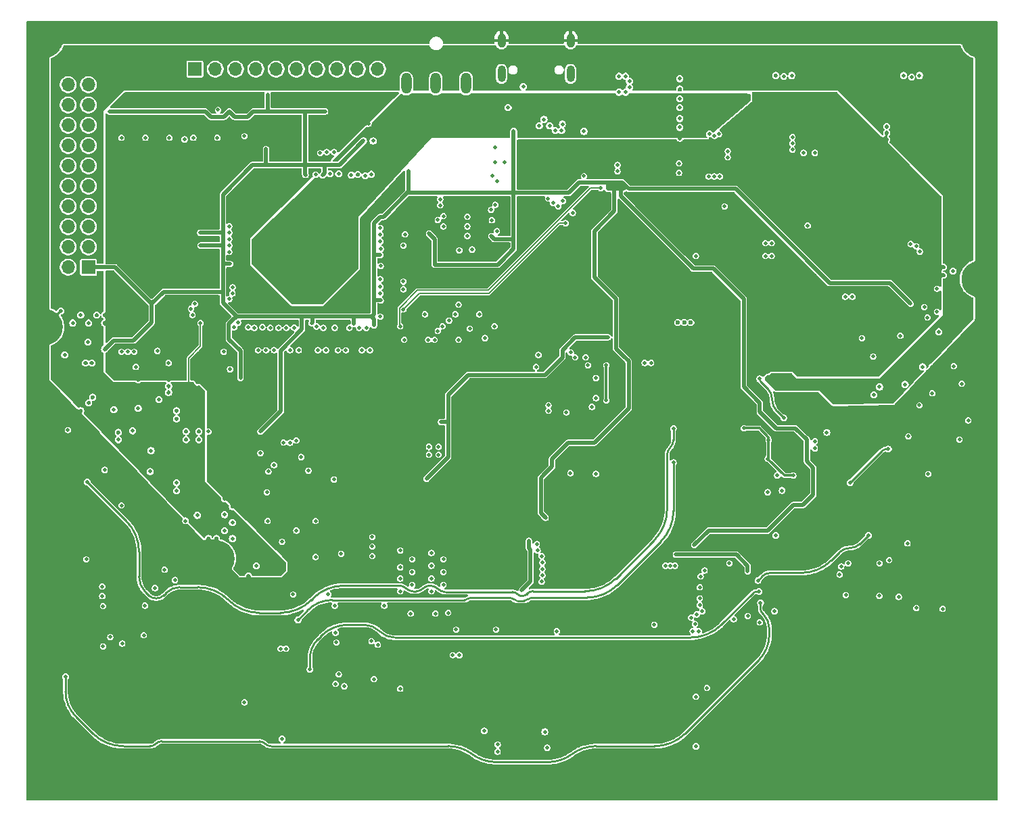
<source format=gbr>
%TF.GenerationSoftware,KiCad,Pcbnew,9.0.0*%
%TF.CreationDate,2025-02-25T23:04:32-05:00*%
%TF.ProjectId,VNA,564e412e-6b69-4636-9164-5f7063625858,rev?*%
%TF.SameCoordinates,PX535a28cPY8422900*%
%TF.FileFunction,Copper,L5,Inr*%
%TF.FilePolarity,Positive*%
%FSLAX46Y46*%
G04 Gerber Fmt 4.6, Leading zero omitted, Abs format (unit mm)*
G04 Created by KiCad (PCBNEW 9.0.0) date 2025-02-25 23:04:32*
%MOMM*%
%LPD*%
G01*
G04 APERTURE LIST*
%TA.AperFunction,ComponentPad*%
%ADD10R,1.700000X1.700000*%
%TD*%
%TA.AperFunction,ComponentPad*%
%ADD11O,1.700000X1.700000*%
%TD*%
%TA.AperFunction,ComponentPad*%
%ADD12O,1.000000X2.100000*%
%TD*%
%TA.AperFunction,ComponentPad*%
%ADD13O,1.000000X1.800000*%
%TD*%
%TA.AperFunction,ComponentPad*%
%ADD14O,1.308000X2.616000*%
%TD*%
%TA.AperFunction,ViaPad*%
%ADD15C,0.500000*%
%TD*%
%TA.AperFunction,ViaPad*%
%ADD16C,4.500000*%
%TD*%
%TA.AperFunction,ViaPad*%
%ADD17C,0.600000*%
%TD*%
%TA.AperFunction,Conductor*%
%ADD18C,0.220000*%
%TD*%
%TA.AperFunction,Conductor*%
%ADD19C,0.150000*%
%TD*%
%TA.AperFunction,Conductor*%
%ADD20C,0.500000*%
%TD*%
%TA.AperFunction,Conductor*%
%ADD21C,0.200000*%
%TD*%
%TA.AperFunction,Conductor*%
%ADD22C,0.300000*%
%TD*%
G04 APERTURE END LIST*
D10*
X21298900Y89803600D03*
D11*
X23838900Y89803600D03*
X26378900Y89803600D03*
X28918900Y89803600D03*
X31458900Y89803600D03*
X33998900Y89803600D03*
X36538900Y89803600D03*
X39078900Y89803600D03*
X41618900Y89803600D03*
X44158900Y89803600D03*
D12*
X68318900Y89198600D03*
D13*
X68318900Y93378600D03*
D12*
X59678900Y89198600D03*
D13*
X59678900Y93378600D03*
D14*
X47750000Y88000000D03*
X55250000Y88000000D03*
X51450000Y88000000D03*
D10*
X7973900Y64978600D03*
D11*
X5433900Y64978600D03*
X7973900Y67518600D03*
X5433900Y67518600D03*
X7973900Y70058600D03*
X5433900Y70058600D03*
X7973900Y72598600D03*
X5433900Y72598600D03*
X7973900Y75138600D03*
X5433900Y75138600D03*
X7973900Y77678600D03*
X5433900Y77678600D03*
X7973900Y80218600D03*
X5433900Y80218600D03*
X7973900Y82758600D03*
X5433900Y82758600D03*
X7973900Y85298600D03*
X5433900Y85298600D03*
X7973900Y87838600D03*
X5433900Y87838600D03*
D15*
X121000000Y15000000D03*
D16*
X2500000Y28500000D03*
D15*
X121000000Y86000000D03*
X2000000Y12000000D03*
X95000000Y33000000D03*
X94550000Y30750000D03*
X56000000Y25000000D03*
X94000000Y61000000D03*
X58000000Y95000000D03*
X101000000Y0D03*
X53000000Y10000000D03*
X44750000Y45825000D03*
X68050000Y51450000D03*
X59000000Y0D03*
X99000000Y48000000D03*
X121000000Y6000000D03*
X94700000Y22050000D03*
X108000000Y39000000D03*
X21800000Y43400000D03*
X95000000Y42000000D03*
X37000000Y0D03*
X1000000Y34000000D03*
X63100000Y55200000D03*
X110900000Y8000000D03*
X98000000Y4750000D03*
X84000000Y95000000D03*
X25000000Y32000000D03*
X10000000Y95000000D03*
X1000000Y53000000D03*
X11000000Y95000000D03*
X8000000Y94000000D03*
X41000000Y44000000D03*
X26000000Y42000000D03*
X24000000Y-1000000D03*
X66900000Y7000000D03*
X38600000Y44800000D03*
X27000000Y95000000D03*
X109000000Y5700000D03*
X53000000Y53000000D03*
X64300000Y6100000D03*
X61600000Y28400000D03*
X25000000Y95000000D03*
X70000000Y20000000D03*
X99000000Y54000000D03*
X34100000Y19975000D03*
X17000000Y94000000D03*
X36000000Y48000000D03*
X75000000Y2000000D03*
X89000000Y95000000D03*
X24000000Y47000000D03*
X2000000Y84000000D03*
X74400000Y49300000D03*
X120000000Y34000000D03*
X16000000Y30000000D03*
X120000000Y15000000D03*
X1000000Y6000000D03*
X70000000Y61000000D03*
X78000000Y43000000D03*
X2000000Y73000000D03*
X47000000Y10000000D03*
X64000000Y59000000D03*
X2000000Y36000000D03*
X89200000Y24400000D03*
X75000000Y13000000D03*
X9050000Y5225000D03*
X2000000Y61000000D03*
X61000000Y47000000D03*
X77000000Y62000000D03*
D16*
X32500000Y13500000D03*
D15*
X57000000Y53000000D03*
X100975000Y64000000D03*
X120000000Y32000000D03*
X120000000Y72000000D03*
X30968900Y60193600D03*
X25000000Y38000000D03*
X26000000Y12000000D03*
X99000000Y53000000D03*
X1000000Y61000000D03*
X22000000Y4800000D03*
X100000000Y46000000D03*
X79000000Y62000000D03*
X26000000Y-1000000D03*
X79100000Y54900000D03*
X110700000Y12000000D03*
X74000000Y-1000000D03*
X42418900Y60233600D03*
X78000000Y41000000D03*
X54000000Y53000000D03*
X57000000Y9000000D03*
D16*
X97500000Y62500000D03*
D15*
X120000000Y88000000D03*
X7900000Y55600000D03*
X110800000Y4000000D03*
X9000000Y35500000D03*
X97000000Y60000000D03*
X43800000Y5800000D03*
X2000000Y63000000D03*
X105000000Y26900000D03*
X55925000Y39000000D03*
X55650000Y45525000D03*
X26300000Y6600000D03*
X2000000Y42000000D03*
X46700000Y37950000D03*
X64000000Y41000000D03*
X85000000Y48000000D03*
X78000000Y44000000D03*
X102000000Y-1000000D03*
X98000000Y24000000D03*
X121000000Y72000000D03*
X104700000Y57600000D03*
X72000000Y62000000D03*
X16700000Y51100000D03*
X75000000Y41000000D03*
X98000000Y-1000000D03*
X91000000Y0D03*
X114500000Y41000000D03*
X73000000Y15200000D03*
X80000000Y48000000D03*
X90600000Y13400000D03*
X43000000Y36000000D03*
X14000000Y59000000D03*
X12800000Y8700000D03*
X63000000Y94000000D03*
X62700000Y77800000D03*
X97300000Y7050000D03*
X119000000Y18000000D03*
X104000000Y95000000D03*
X120000000Y79000000D03*
X108200000Y20200000D03*
X16000000Y28000000D03*
X85400000Y6100000D03*
X61600000Y32000000D03*
X110800000Y11000000D03*
D16*
X95500000Y12500000D03*
D15*
X23000000Y52000000D03*
X8000000Y35500000D03*
X12100000Y13200000D03*
X40500000Y28800000D03*
X109200000Y4000000D03*
X51300000Y60300000D03*
X14200000Y47300000D03*
X86800000Y23200000D03*
X100000000Y1000000D03*
X26000000Y25000000D03*
X108125000Y41350000D03*
X20000000Y95000000D03*
X71000000Y0D03*
X28000000Y4700000D03*
D16*
X119500000Y93500000D03*
D15*
X67000000Y95000000D03*
X97000000Y2000000D03*
X46000000Y52000000D03*
X93000000Y4550000D03*
X2000000Y52000000D03*
X62000000Y95000000D03*
X37000000Y94000000D03*
X25000000Y22000000D03*
X85000000Y49000000D03*
X33000000Y0D03*
X47000000Y53000000D03*
X76000000Y8000000D03*
X120000000Y87000000D03*
X74000000Y62000000D03*
X107000000Y65000000D03*
X41700000Y76600000D03*
X64300000Y45300000D03*
X67225000Y4050000D03*
X75000000Y62000000D03*
X36000000Y95000000D03*
X42000000Y46000000D03*
X2000000Y81000000D03*
X110800000Y1000000D03*
X54700000Y6100000D03*
X2000000Y38000000D03*
X116000000Y1000000D03*
X69000000Y27000000D03*
X29246018Y52246018D03*
X1000000Y90000000D03*
X93000000Y2000000D03*
X7900000Y38925000D03*
X43600000Y80800000D03*
X63900000Y77800000D03*
X26900000Y80800000D03*
X102200000Y35900000D03*
X103900000Y57200000D03*
X24700000Y6400000D03*
X107975000Y43025000D03*
X2000000Y44000000D03*
X63000000Y0D03*
X67500000Y75400000D03*
X47100000Y19400000D03*
X96000000Y49000000D03*
X93000000Y62000000D03*
X36800000Y5800000D03*
X105000000Y33000000D03*
X2000000Y15000000D03*
X94100000Y49000000D03*
X116000000Y2000000D03*
X73000000Y34000000D03*
X1000000Y50000000D03*
X66300000Y76600000D03*
X61700000Y6200000D03*
X57700000Y2400000D03*
X22000000Y17000000D03*
X76000000Y59800000D03*
X33000000Y94000000D03*
X9000000Y7200000D03*
X46300000Y44100000D03*
X37800000Y5800000D03*
X27000000Y7500000D03*
X92000000Y51900000D03*
X89000000Y94000000D03*
X69000000Y41000000D03*
X39000000Y95000000D03*
X38700000Y36700000D03*
X96000000Y43000000D03*
X90000000Y46543600D03*
X91000000Y48000000D03*
X39000000Y48000000D03*
X29000000Y8000000D03*
X44000000Y42000000D03*
X1000000Y18000000D03*
X95000000Y10000000D03*
X20200000Y44400000D03*
X105000000Y41000000D03*
X50000000Y94000000D03*
X64000000Y1000000D03*
X97000000Y42000000D03*
X59000000Y21000000D03*
X33000000Y53000000D03*
X97000000Y21000000D03*
X120000000Y76000000D03*
X108225000Y31050000D03*
X24000000Y49000000D03*
X57000000Y25000000D03*
X22500000Y12900000D03*
X66000000Y2200000D03*
X118000000Y24000000D03*
X47000000Y32000000D03*
X85000000Y0D03*
X44000000Y8000000D03*
X47850000Y48100000D03*
X55000000Y54000000D03*
X98000000Y13000000D03*
X71100000Y44000000D03*
X103000000Y33000000D03*
X44000000Y51000000D03*
X35800000Y4200000D03*
X61000000Y94000000D03*
X56000000Y95000000D03*
X58000000Y1000000D03*
X72100000Y4200000D03*
X47000000Y94000000D03*
X120000000Y39000000D03*
X54000000Y15500000D03*
X10500000Y9300000D03*
X42700000Y49600000D03*
X103000000Y0D03*
X85700000Y80600000D03*
X41000000Y43000000D03*
X121000000Y30000000D03*
X78000000Y12000000D03*
X41000000Y41000000D03*
X96000000Y34000000D03*
X73100000Y29800000D03*
X110000000Y38000000D03*
X46625000Y40325000D03*
X2000000Y6000000D03*
X24000000Y4800000D03*
X28200000Y34200000D03*
X57000000Y16000000D03*
X56000000Y8000000D03*
X90500000Y5350000D03*
X22000000Y1000000D03*
X62000000Y60000000D03*
X84000000Y-1000000D03*
X65000000Y95000000D03*
X60000000Y31000000D03*
X89600000Y12300000D03*
X28000000Y1000000D03*
X121000000Y71000000D03*
X17900000Y9900000D03*
X81100000Y4200000D03*
X94000000Y-1000000D03*
X63000000Y58000000D03*
X89000000Y0D03*
X3000000Y4000000D03*
X27618900Y69843600D03*
X43000000Y51500000D03*
X42100000Y36000000D03*
X98000000Y31000000D03*
X108800000Y78500000D03*
X2000000Y43000000D03*
X48150000Y39575000D03*
X116500000Y41200000D03*
X6200000Y7800000D03*
X59000000Y16000000D03*
X99000000Y0D03*
X13000000Y11400000D03*
X92250000Y25100000D03*
X93000000Y11000000D03*
X37700000Y20800000D03*
X56000000Y9000000D03*
X85700000Y79800000D03*
X5000000Y30000000D03*
X107050000Y31075000D03*
X40000000Y94000000D03*
X12800000Y10600000D03*
X44000000Y41000000D03*
X102500000Y21000000D03*
X121000000Y59000000D03*
X19000000Y94000000D03*
X120000000Y7000000D03*
X92000000Y11000000D03*
X47000000Y2000000D03*
X11600000Y12400000D03*
X59000000Y54000000D03*
X76000000Y41000000D03*
X52988900Y15833600D03*
X32500000Y20800000D03*
X51800000Y5800000D03*
X36000000Y47000000D03*
X60000000Y54000000D03*
X48000000Y31800000D03*
X42000000Y43000000D03*
X43900000Y34000000D03*
X53425000Y35950000D03*
X69000000Y14000000D03*
X103000000Y31400000D03*
X61000000Y58000000D03*
X76000000Y10000000D03*
X60100000Y36000000D03*
X107900000Y80200000D03*
X48000000Y94000000D03*
X106000000Y38000000D03*
X69000000Y23000000D03*
X75000000Y14000000D03*
X82148900Y22043600D03*
X73000000Y14000000D03*
X15000000Y37000000D03*
X105688900Y69433600D03*
X106700000Y14250000D03*
X12500000Y20600000D03*
X100650000Y31100000D03*
X56000000Y17000000D03*
X92000000Y33000000D03*
X96000000Y33000000D03*
X85000000Y33000000D03*
X24000000Y46000000D03*
X83000000Y13000000D03*
X62218900Y70503600D03*
X65500000Y34500000D03*
X89000000Y34000000D03*
X120000000Y57000000D03*
X14000000Y5800000D03*
X44800000Y34900000D03*
X97600000Y77500000D03*
X98000000Y29000000D03*
X93000000Y0D03*
X38000000Y1000000D03*
X78000000Y11000000D03*
X52000000Y12000000D03*
X70000000Y26000000D03*
X14000000Y95000000D03*
X86000000Y49000000D03*
X36000000Y8000000D03*
X71000000Y13000000D03*
X39000000Y0D03*
X117000000Y-1000000D03*
X95000000Y43000000D03*
X65138900Y70503600D03*
X34700000Y40200000D03*
X103000000Y95000000D03*
X98200000Y82400000D03*
X61000000Y53000000D03*
X74000000Y9000000D03*
X26000000Y17000000D03*
X112000000Y48700000D03*
X39000000Y9000000D03*
X69000000Y26000000D03*
X121000000Y25000000D03*
X120000000Y36000000D03*
X59000000Y15000000D03*
X102900000Y38750000D03*
X32200000Y31600000D03*
X76100000Y4200000D03*
X83000000Y34000000D03*
X120000000Y29000000D03*
X106000000Y64000000D03*
X21800000Y44400000D03*
X121000000Y49000000D03*
X66000000Y-1000000D03*
X59000000Y23000000D03*
X55000000Y11000000D03*
X80000000Y95000000D03*
X98000000Y6400000D03*
X83000000Y14000000D03*
X49350000Y38225000D03*
X6000000Y58000000D03*
X98000000Y11000000D03*
X28000000Y95000000D03*
X73000000Y61000000D03*
X28000000Y26300000D03*
X94800000Y72800000D03*
X52400000Y68900000D03*
X42000000Y37000000D03*
X43000000Y34000000D03*
X41000000Y95000000D03*
X48525000Y38775000D03*
X111000000Y28000000D03*
X110000000Y65000000D03*
X65100000Y77800000D03*
X58000000Y11000000D03*
X52000000Y1000000D03*
X55825000Y36425000D03*
X11000000Y7000000D03*
X1000000Y3000000D03*
X27000000Y2000000D03*
X105000000Y34000000D03*
X81000000Y11000000D03*
X33800000Y4200000D03*
X98000000Y55000000D03*
X90000000Y45643600D03*
X56200000Y2900000D03*
X70000000Y94000000D03*
X110000000Y89000000D03*
D16*
X119500000Y21500000D03*
D15*
X27000000Y14000000D03*
X62000000Y58000000D03*
X41000000Y42000000D03*
X5000000Y3000000D03*
X34000000Y11000000D03*
X71000000Y80300000D03*
X112500000Y23600000D03*
X102000000Y14200000D03*
X98000000Y14000000D03*
X120000000Y68000000D03*
X73800000Y69200000D03*
X26000000Y31000000D03*
X99000000Y49000000D03*
X104000000Y33000000D03*
X27000000Y16000000D03*
X61000000Y45000000D03*
X65000000Y2000000D03*
X61000000Y0D03*
X74000000Y41000000D03*
X2000000Y7000000D03*
X41000000Y45000000D03*
X82000000Y48000000D03*
X89200000Y25600000D03*
X93028900Y44763600D03*
X20000000Y4800000D03*
X121000000Y54000000D03*
X97000000Y34000000D03*
X111200000Y37800000D03*
X60000000Y95000000D03*
X88000000Y13000000D03*
X2000000Y8000000D03*
X82000000Y1000000D03*
X36000000Y1000000D03*
X54600000Y4000000D03*
X75000000Y33000000D03*
X68300000Y38000000D03*
X109000000Y33000000D03*
X108500000Y11000000D03*
X16000000Y35000000D03*
X102025000Y64975000D03*
X70000000Y23000000D03*
X50000000Y53000000D03*
X2000000Y22000000D03*
X73000000Y42000000D03*
X81000000Y14000000D03*
X84700000Y74000000D03*
X82000000Y87300000D03*
X121000000Y85000000D03*
X53500000Y34000000D03*
X121000000Y13000000D03*
X121000000Y75000000D03*
X92450000Y19000000D03*
X1000000Y88000000D03*
X53000000Y9000000D03*
X25000000Y39000000D03*
X97000000Y22000000D03*
X48000000Y-1000000D03*
X99000000Y57000000D03*
X94250000Y47900000D03*
X90600000Y15600000D03*
X1000000Y36000000D03*
X62700000Y76600000D03*
X104000000Y64000000D03*
X12000000Y59000000D03*
X29000000Y22800000D03*
X29000000Y23800000D03*
X58000000Y53000000D03*
X16000000Y31000000D03*
X2000000Y19000000D03*
X26000000Y39000000D03*
X53800000Y5900000D03*
X81000000Y94000000D03*
X53000000Y11500000D03*
X8000000Y48000000D03*
X2000000Y90000000D03*
X97000000Y0D03*
X11200000Y8000000D03*
X41668900Y62323600D03*
X25000000Y17000000D03*
X90000000Y15000000D03*
X95900000Y60300000D03*
X94000000Y19000000D03*
X45300000Y36500000D03*
X92100000Y14900000D03*
X99000000Y58000000D03*
X56050000Y40750000D03*
X44000000Y94000000D03*
X93000000Y12000000D03*
X1000000Y65000000D03*
X22000000Y54000000D03*
X103650000Y37125000D03*
X25000000Y44000000D03*
X121000000Y42000000D03*
X108000000Y15500000D03*
X95000000Y4750000D03*
X117000000Y3000000D03*
X43000000Y9000000D03*
X35800000Y5800000D03*
X102900000Y8250000D03*
X65000000Y60000000D03*
X98000000Y16000000D03*
X56000000Y-1000000D03*
X105000000Y36000000D03*
X96000000Y48000000D03*
X96000000Y1000000D03*
X97000000Y15000000D03*
X46000000Y53000000D03*
X56675000Y37100000D03*
X18000000Y95000000D03*
X8400000Y53000000D03*
X82000000Y11000000D03*
X121000000Y60000000D03*
X83000000Y0D03*
X31000000Y2000000D03*
X94000000Y4550000D03*
X51000000Y95000000D03*
X83000000Y49000000D03*
X120000000Y56000000D03*
X64000000Y61000000D03*
X83000000Y94000000D03*
X79000000Y13000000D03*
X55675000Y47575000D03*
X14200000Y51700000D03*
X44800000Y5800000D03*
X80000000Y59800000D03*
X54275000Y41250000D03*
X108500000Y45200000D03*
X94525000Y37825000D03*
X51000000Y32000000D03*
X2000000Y40000000D03*
X1000000Y8000000D03*
X82000000Y88600000D03*
X77000000Y33000000D03*
X46400000Y35800000D03*
X41000000Y0D03*
X53675000Y45500000D03*
X89000000Y15000000D03*
X14100000Y12800000D03*
X79500000Y5800000D03*
X78000000Y94000000D03*
X45925000Y38675000D03*
X60700000Y27500000D03*
X16400000Y4200000D03*
X1000000Y80000000D03*
X1000000Y89000000D03*
X41100000Y49500000D03*
X1000000Y17000000D03*
X59625000Y3675000D03*
X86000000Y17300000D03*
X34000000Y5900000D03*
X70000000Y13000000D03*
X26000000Y37000000D03*
X67500000Y77800000D03*
X63000000Y2000000D03*
X121000000Y5000000D03*
X67800000Y2700000D03*
X68700000Y3200000D03*
X55325000Y38125000D03*
X113600000Y52500000D03*
X63100000Y45300000D03*
X88000000Y95000000D03*
X61250000Y20600000D03*
X21000000Y2000000D03*
X69000000Y61000000D03*
X73100000Y4200000D03*
X1000000Y49000000D03*
X82000000Y95000000D03*
X1000000Y54000000D03*
X96000000Y32000000D03*
X112000000Y28000000D03*
X73000000Y0D03*
X24000000Y1000000D03*
X44000000Y10000000D03*
X2000000Y45000000D03*
X89018900Y42083600D03*
X82000000Y62000000D03*
X49700000Y35500000D03*
X120000000Y4000000D03*
X57875000Y6150000D03*
X89978900Y43243600D03*
X95000000Y15000000D03*
X1000000Y87000000D03*
X64950000Y22900000D03*
X2000000Y80000000D03*
X19900000Y66600000D03*
X11448900Y61313600D03*
X51000000Y31000000D03*
X86000000Y33000000D03*
X41300000Y15100000D03*
X86000000Y-1000000D03*
X34800000Y4200000D03*
X50800000Y4200000D03*
X74000000Y10000000D03*
X26000000Y41000000D03*
X86000000Y4500000D03*
X121000000Y82000000D03*
X42000000Y50400000D03*
X1000000Y16000000D03*
X1000000Y4000000D03*
X74000000Y33000000D03*
X86000000Y1000000D03*
X37000000Y48000000D03*
X61000000Y54000000D03*
X72000000Y61000000D03*
X57000000Y0D03*
X30000000Y14000000D03*
X63000000Y60000000D03*
X12500000Y21500000D03*
X30000000Y8000000D03*
X12800000Y4000000D03*
X1000000Y12000000D03*
X114400000Y56900000D03*
X98000000Y25000000D03*
X110800000Y3000000D03*
X105000000Y45000000D03*
X94000000Y18000000D03*
X119000000Y4000000D03*
X58000000Y94000000D03*
X41038900Y60603600D03*
X121000000Y18000000D03*
X116000000Y0D03*
X61000000Y95000000D03*
X109500000Y14400000D03*
X85700000Y79000000D03*
X121000000Y26000000D03*
X9000000Y94000000D03*
X54000000Y9000000D03*
X57000000Y2000000D03*
X52600000Y22700000D03*
X81000000Y12000000D03*
X67600000Y32700000D03*
X1000000Y64000000D03*
X65000000Y94000000D03*
X72500000Y5800000D03*
X82100000Y4200000D03*
X44500000Y49900000D03*
X41000000Y47000000D03*
X52900000Y5800000D03*
X97500000Y36325000D03*
X48700000Y42500000D03*
X11200000Y4000000D03*
X55500000Y34000000D03*
X79100000Y4200000D03*
X80000000Y9000000D03*
X54000000Y10000000D03*
X55900000Y5000000D03*
X104100000Y9950000D03*
X32000000Y94000000D03*
X20200000Y43400000D03*
D16*
X107500000Y35500000D03*
D15*
X115700000Y41200000D03*
X1000000Y78000000D03*
X74000000Y34000000D03*
X89000000Y8000000D03*
X71100000Y4200000D03*
X103000000Y94000000D03*
X79000000Y44000000D03*
X120000000Y16000000D03*
X121000000Y87000000D03*
X112000000Y89000000D03*
X78000000Y47000000D03*
X62000000Y59000000D03*
X49300000Y32800000D03*
X40000000Y-1000000D03*
X94000000Y15000000D03*
X63900000Y76600000D03*
X89000000Y49000000D03*
X2000000Y51000000D03*
X121000000Y35000000D03*
D16*
X78000000Y500000D03*
D15*
X120000000Y47000000D03*
X80450000Y44900000D03*
X57600000Y36700000D03*
X36800000Y4200000D03*
X21000000Y56000000D03*
X94000000Y21000000D03*
X75000000Y9000000D03*
X65200000Y5900000D03*
X104148900Y51623600D03*
X121000000Y44000000D03*
X69000000Y0D03*
X84800000Y78200000D03*
X107500000Y13950000D03*
X20000000Y54000000D03*
X112000000Y64000000D03*
X62058900Y73003600D03*
X12800000Y2000000D03*
X21000000Y21000000D03*
X69500000Y5900000D03*
X98500000Y77000000D03*
X54975000Y46225000D03*
X104000000Y-1000000D03*
X98000000Y18000000D03*
X78000000Y45000000D03*
X120000000Y44000000D03*
X56000000Y53000000D03*
X121000000Y74000000D03*
X18000000Y49300000D03*
X121000000Y8000000D03*
X60100000Y34600000D03*
X82200000Y37400000D03*
X10500000Y10700000D03*
X112000000Y30000000D03*
X2000000Y88000000D03*
X28000000Y50000000D03*
X70000000Y-1000000D03*
X103898900Y46803600D03*
X8400000Y7800000D03*
X120000000Y83000000D03*
X98000000Y30000000D03*
X73000000Y12000000D03*
X47350000Y46125000D03*
X101000000Y2000000D03*
X107900000Y79400000D03*
X32000000Y95000000D03*
X1000000Y85000000D03*
X60000000Y2200000D03*
X6600000Y22600000D03*
X78000000Y62000000D03*
X100000000Y33000000D03*
X39900000Y84600000D03*
X95000000Y49000000D03*
X40000000Y9000000D03*
X65000000Y62000000D03*
X90000000Y33000000D03*
X51200000Y46800000D03*
X87000000Y15000000D03*
X25000000Y94000000D03*
X34000000Y10000000D03*
X23000000Y51000000D03*
X38900000Y24000000D03*
X9825000Y4800000D03*
X57000000Y21000000D03*
X109700000Y57600000D03*
X85000000Y61000000D03*
X26000000Y18000000D03*
X104100000Y25100000D03*
X23000000Y31000000D03*
X6600000Y25000000D03*
X42200000Y16000000D03*
X100900000Y8300000D03*
X120000000Y81000000D03*
X66300000Y75400000D03*
X2000000Y9000000D03*
X88000000Y33000000D03*
X1000000Y15000000D03*
X1000000Y62000000D03*
X9000000Y59000000D03*
X100900000Y5950000D03*
X2000000Y16000000D03*
X99000000Y45500000D03*
X2000000Y48000000D03*
X52600000Y20100000D03*
X45000000Y53000000D03*
X64000000Y95000000D03*
X53675000Y38525000D03*
X98000000Y20000000D03*
X120000000Y46000000D03*
X79000000Y34000000D03*
X1000000Y19000000D03*
X79000000Y9000000D03*
X30000000Y8900000D03*
X10000000Y28000000D03*
X37000000Y2000000D03*
X44225000Y44700000D03*
X120000000Y45000000D03*
X97000000Y41000000D03*
X1000000Y75000000D03*
X15000000Y59000000D03*
X120000000Y55000000D03*
X63350000Y22900000D03*
X75100000Y4200000D03*
X26000000Y26000000D03*
D16*
X26500000Y48000000D03*
D15*
X120000000Y30000000D03*
X66850000Y50250000D03*
X99000000Y60000000D03*
X105000000Y35000000D03*
X116000000Y33000000D03*
X89848900Y17543600D03*
X26000000Y43000000D03*
X18300000Y9000000D03*
X86000000Y48000000D03*
X53000000Y2000000D03*
X108000000Y65000000D03*
X99000000Y4950000D03*
X23000000Y95000000D03*
X78000000Y14000000D03*
X98000000Y12000000D03*
X99000000Y55000000D03*
X117000000Y95000000D03*
X121000000Y16000000D03*
X42000000Y48700000D03*
X121000000Y52000000D03*
X102000000Y1000000D03*
X70000000Y16000000D03*
X116000000Y35000000D03*
X76500000Y5800000D03*
X105000000Y47000000D03*
X101000000Y94000000D03*
X69000000Y17000000D03*
X84000000Y48000000D03*
X73000000Y41000000D03*
X68050000Y50250000D03*
X41000000Y39000000D03*
X85700000Y78200000D03*
X75000000Y59800000D03*
X104000000Y45000000D03*
X1000000Y41000000D03*
X74000000Y1000000D03*
X20000000Y1000000D03*
X81000000Y8000000D03*
X45000000Y95000000D03*
X33800000Y35500000D03*
X41000000Y2000000D03*
X121000000Y4000000D03*
X44800000Y23900000D03*
X45725000Y41000000D03*
X27288900Y72353600D03*
X21500000Y20000000D03*
X6600000Y9600000D03*
X35200000Y24500000D03*
X99800000Y23200000D03*
X73000000Y2000000D03*
X56000000Y10000000D03*
X19000000Y47000000D03*
X3600000Y22100000D03*
X95000000Y2000000D03*
X6000000Y2000000D03*
X11000000Y58000000D03*
X74400000Y51700000D03*
X94000000Y7900000D03*
X2000000Y17000000D03*
X102000000Y95000000D03*
X89000000Y2000000D03*
X89000000Y48000000D03*
X69250000Y50250000D03*
X50000000Y32000000D03*
X83900000Y79800000D03*
X106000000Y39600000D03*
X107400000Y55400000D03*
X121000000Y90000000D03*
X10000000Y58000000D03*
X96000000Y16000000D03*
X37000000Y95000000D03*
X67000000Y61000000D03*
X121000000Y39000000D03*
X39000000Y10000000D03*
X90200000Y37400000D03*
X109000000Y7500000D03*
X65000000Y7600000D03*
X8300000Y5700000D03*
X28000000Y-1000000D03*
X19000000Y4800000D03*
X99000000Y56000000D03*
X38000000Y10000000D03*
X49875000Y48325000D03*
X49000000Y53000000D03*
X100000000Y14200000D03*
X120000000Y33000000D03*
X1000000Y69000000D03*
X107100000Y15900000D03*
X55000000Y8000000D03*
X83000000Y33000000D03*
X39000000Y47000000D03*
X68000000Y41000000D03*
X1000000Y73000000D03*
X88200000Y38300000D03*
X1000000Y67000000D03*
X116000000Y30000000D03*
X18000000Y50100000D03*
X44000000Y40000000D03*
X13500000Y4200000D03*
X70200000Y57100000D03*
X83100000Y4200000D03*
X85000000Y34000000D03*
X121000000Y69000000D03*
X100000000Y65000000D03*
X90000000Y62000000D03*
X105000000Y44000000D03*
X117000000Y37800000D03*
X107900000Y81800000D03*
X98000000Y33000000D03*
X83000000Y62000000D03*
X121000000Y29000000D03*
X97000000Y33000000D03*
X36200000Y26300000D03*
X50000000Y95000000D03*
X44500000Y37500000D03*
X59000000Y22000000D03*
X2000000Y11000000D03*
X6000000Y1000000D03*
X117000000Y20000000D03*
X121000000Y70000000D03*
X110600000Y20200000D03*
X61000000Y7000000D03*
X47000000Y33400000D03*
X6000000Y95000000D03*
X40400000Y16000000D03*
X30000000Y1000000D03*
X106000000Y46000000D03*
X1000000Y32000000D03*
X90000000Y49000000D03*
X46000000Y9000000D03*
X100000000Y48000000D03*
X121000000Y32000000D03*
X54700000Y48025000D03*
X2000000Y46000000D03*
X106000000Y33000000D03*
X49000000Y31000000D03*
X11200000Y1000000D03*
X19000000Y56000000D03*
X52400000Y30300000D03*
X41000000Y9000000D03*
X107400000Y18000000D03*
X95900000Y55500000D03*
X80000000Y94000000D03*
X120000000Y13000000D03*
X89500000Y14500000D03*
X6600000Y16300000D03*
X23000000Y94000000D03*
X38000000Y47000000D03*
X108500000Y10000000D03*
X5000000Y2000000D03*
X91000000Y34000000D03*
X108000000Y17000000D03*
X1000000Y10000000D03*
X74400000Y44900000D03*
X121000000Y34000000D03*
X66000000Y61000000D03*
X26000000Y40000000D03*
X99000000Y34000000D03*
X99000000Y47000000D03*
X102750000Y42575000D03*
X121000000Y53000000D03*
X42000000Y39000000D03*
X60000000Y47000000D03*
X24000000Y51000000D03*
X88200000Y37400000D03*
X88500000Y13500000D03*
X36000000Y-1000000D03*
X2000000Y10000000D03*
X41000000Y46000000D03*
X37000000Y10000000D03*
X83700000Y5800000D03*
X94800000Y71500000D03*
X100000000Y16300000D03*
X110000000Y64000000D03*
X25000000Y42000000D03*
X89000000Y33000000D03*
X71000000Y94000000D03*
X1000000Y83000000D03*
X104000000Y46000000D03*
X83900000Y77400000D03*
X69000000Y15000000D03*
X98000000Y21000000D03*
X110000000Y35000000D03*
X35000000Y0D03*
X48100000Y30800000D03*
X57000000Y54000000D03*
X121000000Y51000000D03*
X38000000Y80800000D03*
X77000000Y34000000D03*
X102300000Y7450000D03*
X95000000Y55000000D03*
X88100000Y8000000D03*
X80000000Y10000000D03*
X105000000Y37000000D03*
X94000000Y89000000D03*
X96300000Y36325000D03*
X23000000Y54000000D03*
X121000000Y12000000D03*
X26000000Y33000000D03*
X88000000Y94000000D03*
X36000000Y9000000D03*
X87000000Y94000000D03*
X12000000Y94000000D03*
X81000000Y61000000D03*
X84000000Y62000000D03*
X95125000Y27375000D03*
X33000000Y2000000D03*
X66200000Y57000000D03*
X1000000Y38000000D03*
X120000000Y60000000D03*
X44100000Y38700000D03*
X104100000Y26000000D03*
X11600000Y21500000D03*
X54325000Y40300000D03*
X26000000Y94000000D03*
X97000000Y49000000D03*
X95300000Y29350000D03*
X55000000Y0D03*
X121000000Y36000000D03*
X47500000Y35500000D03*
X16000000Y13100000D03*
X55000000Y95000000D03*
X88000000Y-1000000D03*
X2000000Y47000000D03*
X2000000Y39000000D03*
X12800000Y9700000D03*
X54150000Y39325000D03*
X83000000Y5800000D03*
X105100000Y11650000D03*
X28000000Y94000000D03*
X102800000Y12300000D03*
X65700000Y44000000D03*
X62000000Y1000000D03*
X120000000Y31000000D03*
X95000000Y48000000D03*
X31000000Y0D03*
X95025000Y32000000D03*
X56000000Y26000000D03*
X113600000Y41500000D03*
X109200000Y5000000D03*
X19000000Y23000000D03*
X101000000Y14200000D03*
X60300000Y6200000D03*
X53800000Y4200000D03*
X69000000Y95000000D03*
X38800000Y5800000D03*
X30000000Y94000000D03*
X20300000Y8500000D03*
X72000000Y42000000D03*
X91100000Y13900000D03*
X77000000Y12000000D03*
X74000000Y95000000D03*
X11600000Y20600000D03*
X60050000Y20600000D03*
X21000000Y55000000D03*
X34000000Y95000000D03*
X101000000Y47000000D03*
X53000000Y0D03*
X36250000Y13975000D03*
X107400000Y19000000D03*
X95700000Y7050000D03*
X61000000Y57000000D03*
X7000000Y47000000D03*
X99400000Y76500000D03*
X60000000Y57000000D03*
X27000000Y84900000D03*
X33000000Y95000000D03*
X40400000Y16900000D03*
X78000000Y8000000D03*
X21000000Y53000000D03*
X121000000Y68000000D03*
X20000000Y21500000D03*
X91000000Y33000000D03*
X47500000Y11000000D03*
X121000000Y61000000D03*
X56000000Y11000000D03*
X105900000Y25100000D03*
X69900000Y44000000D03*
X79000000Y33000000D03*
X1000000Y48000000D03*
X78000000Y42000000D03*
X1000000Y11000000D03*
X121000000Y48000000D03*
X34800000Y5800000D03*
X112400000Y52500000D03*
X102900000Y54300000D03*
X19000000Y24000000D03*
X104000000Y94000000D03*
X60700000Y28400000D03*
X2000000Y69000000D03*
X90000000Y1000000D03*
X120000000Y11000000D03*
X2000000Y87000000D03*
X121000000Y46000000D03*
X69000000Y25000000D03*
X52000000Y54000000D03*
X1000000Y66000000D03*
X14500000Y4200000D03*
X32800000Y4200000D03*
X100300000Y7600000D03*
X94000000Y17000000D03*
X15000000Y13100000D03*
X103175000Y63975000D03*
X32600000Y6600000D03*
X25000000Y50000000D03*
X83900000Y79000000D03*
X77000000Y14000000D03*
X23000000Y53000000D03*
X1000000Y20000000D03*
X54225000Y44725000D03*
X118000000Y19000000D03*
X121000000Y17000000D03*
X2000000Y25000000D03*
X42000000Y94000000D03*
X74000000Y42000000D03*
X68000000Y95000000D03*
X24050000Y7050000D03*
X106000000Y42000000D03*
X40500000Y86400000D03*
X64000000Y94000000D03*
X25000000Y34000000D03*
X116000000Y26000000D03*
X99000000Y33000000D03*
X81000000Y49000000D03*
X88000000Y1000000D03*
X113000000Y64000000D03*
X57000000Y23000000D03*
X42000000Y9000000D03*
X57100000Y5800000D03*
X91600000Y14400000D03*
X120000000Y51000000D03*
X16000000Y94000000D03*
X97000000Y29000000D03*
X2000000Y74000000D03*
X29000000Y94000000D03*
X69000000Y13000000D03*
X7000000Y59000000D03*
X42000000Y44000000D03*
X6600000Y20000000D03*
X54000000Y95000000D03*
X64300000Y33600000D03*
X57500000Y34000000D03*
X70000000Y29000000D03*
X1000000Y91000000D03*
X102000000Y94000000D03*
X73000000Y10000000D03*
X70300000Y4100000D03*
X76000000Y9000000D03*
X73000000Y94000000D03*
X16100000Y12100000D03*
X19000000Y7300000D03*
X73500000Y5800000D03*
X57000000Y22000000D03*
X98000000Y58900000D03*
X83900000Y78200000D03*
X45675000Y43050000D03*
X2000000Y70000000D03*
X49000000Y54000000D03*
X91100000Y4850000D03*
X10000000Y34000000D03*
X68000000Y62000000D03*
X73100000Y29000000D03*
X39000000Y49000000D03*
X86000000Y61000000D03*
X49000000Y32000000D03*
X43000000Y8000000D03*
X80000000Y62000000D03*
X120000000Y35000000D03*
X20000000Y57000000D03*
X68600000Y6100000D03*
X48000000Y1000000D03*
X46475000Y41475000D03*
X29025000Y4675000D03*
X44700000Y73700000D03*
D16*
X2500000Y57500000D03*
D15*
X28000000Y38100000D03*
X59000000Y95000000D03*
X13000000Y94000000D03*
X66150000Y3725000D03*
X40500000Y30000000D03*
X88000000Y48000000D03*
X72000000Y41000000D03*
X2000000Y35000000D03*
X76000000Y13000000D03*
X57000000Y11000000D03*
X88200000Y29650000D03*
X121000000Y76000000D03*
X102000000Y34000000D03*
X70000000Y42000000D03*
X29500000Y43300000D03*
X7800000Y40500000D03*
X42000000Y10000000D03*
X108848900Y69303600D03*
X1000000Y76000000D03*
X79000000Y42000000D03*
X97000000Y30000000D03*
X25000000Y18000000D03*
X120000000Y49000000D03*
X120000000Y27000000D03*
X41000000Y83000000D03*
X104000000Y1000000D03*
X98000000Y19000000D03*
X31800000Y4200000D03*
X87000000Y14000000D03*
X41000000Y40000000D03*
X57650000Y45500000D03*
X58000000Y54000000D03*
X56700000Y4500000D03*
X25000000Y4800000D03*
X109200000Y3000000D03*
X104248900Y70793600D03*
X102000000Y20000000D03*
X25000000Y20000000D03*
X38000000Y49000000D03*
X86600000Y38300000D03*
X81825000Y41000000D03*
X56000000Y21000000D03*
X37000000Y49000000D03*
X46475000Y42625000D03*
X107700000Y61300000D03*
X100950000Y65000000D03*
X74000000Y8000000D03*
X43600000Y48800000D03*
X98000000Y56000000D03*
X51000000Y2000000D03*
X97000000Y28000000D03*
X29000000Y95000000D03*
X48000000Y53000000D03*
X114500000Y42000000D03*
X25000000Y16000000D03*
X40400000Y15100000D03*
X36800000Y8000000D03*
X79000000Y61000000D03*
X91000000Y51900000D03*
X92000000Y62000000D03*
X116000000Y28000000D03*
X121000000Y7000000D03*
X100000000Y-1000000D03*
X93000000Y61000000D03*
X76000000Y34000000D03*
X50600000Y65600000D03*
X33300000Y20800000D03*
X75500000Y16500000D03*
X13400000Y20600000D03*
X16000000Y32000000D03*
X49000000Y2000000D03*
X46700000Y45100000D03*
X76000000Y42000000D03*
X100000000Y34000000D03*
X71000000Y42000000D03*
X27400000Y39400000D03*
X62000000Y-1000000D03*
X82000000Y82500000D03*
X51000000Y12500000D03*
X69500000Y3700000D03*
X22000000Y27000000D03*
X82700000Y19700000D03*
X2000000Y66000000D03*
X100500000Y38850000D03*
X120000000Y38000000D03*
X25000000Y15000000D03*
X59700000Y67200000D03*
X81900000Y6900000D03*
X26000000Y38000000D03*
X16000000Y33000000D03*
X16000000Y34000000D03*
X82000000Y83600000D03*
X112700000Y42000000D03*
X60000000Y55000000D03*
X59000000Y53000000D03*
X96000000Y4750000D03*
X95000000Y0D03*
X109100000Y11650000D03*
X50000000Y-1000000D03*
X54000000Y1000000D03*
X108700000Y15100000D03*
X41800000Y4200000D03*
X39800000Y4200000D03*
X93000000Y51900000D03*
X104000000Y65000000D03*
X92000000Y12000000D03*
X12000000Y58000000D03*
X2000000Y67000000D03*
X120000000Y12000000D03*
X92000000Y4650000D03*
X2000000Y65000000D03*
X55000000Y2000000D03*
X67000000Y62000000D03*
X101600000Y6650000D03*
X106000000Y65000000D03*
X70000000Y22000000D03*
X64000000Y7800000D03*
D16*
X2500000Y93500000D03*
D15*
X66118900Y71153600D03*
X80000000Y46000000D03*
X55400000Y3500000D03*
X69250000Y49050000D03*
X45000000Y51000000D03*
X120000000Y53000000D03*
X68000000Y42000000D03*
X93000000Y14000000D03*
X26000000Y4600000D03*
X79000000Y14000000D03*
X15000000Y95000000D03*
X41000000Y38000000D03*
X45800000Y5800000D03*
X60000000Y-1000000D03*
X33000000Y11000000D03*
X50600000Y66800000D03*
X77000000Y8000000D03*
X120000000Y9000000D03*
X19500000Y6400000D03*
X20700000Y7600000D03*
X71000000Y14000000D03*
X27000000Y65000000D03*
X57000000Y26000000D03*
X9750000Y6525000D03*
X2000000Y49000000D03*
X87000000Y48000000D03*
X110800000Y10000000D03*
X32200000Y76700000D03*
X1000000Y52000000D03*
X110000000Y28000000D03*
X34000000Y94000000D03*
X17400000Y60700000D03*
X37000000Y47000000D03*
X90100000Y12900000D03*
X82500000Y7500000D03*
X44418900Y64283600D03*
X112000000Y31000000D03*
X77000000Y94000000D03*
X72000000Y1000000D03*
X66000000Y60000000D03*
X92420950Y23647957D03*
X12800000Y1000000D03*
X107200000Y78500000D03*
X75000000Y10000000D03*
X67125000Y5100000D03*
X35000000Y10000000D03*
X102000000Y53800000D03*
X30000000Y15000000D03*
X26000000Y14000000D03*
X76000000Y61000000D03*
X97000000Y43000000D03*
X116000000Y29000000D03*
X108000000Y38000000D03*
X20000000Y94000000D03*
X81000000Y9000000D03*
X36000000Y10000000D03*
X96000000Y10000000D03*
X100000000Y5350000D03*
X29500000Y42500000D03*
X1000000Y43000000D03*
X22450000Y7050000D03*
X82800000Y16100000D03*
X83900000Y6600000D03*
X10000000Y94000000D03*
X86200000Y6600000D03*
X120000000Y73000000D03*
X41000000Y48000000D03*
X108850000Y40725000D03*
X1000000Y55000000D03*
X86000000Y94000000D03*
X47100000Y21600000D03*
X75000000Y61000000D03*
X20000000Y55000000D03*
X32600000Y35500000D03*
X47000000Y52000000D03*
X78000000Y46000000D03*
X98900000Y6600000D03*
X11000000Y94000000D03*
X11600000Y37000000D03*
X107850000Y54625000D03*
X85700000Y77400000D03*
X101700000Y21400000D03*
X87000000Y2000000D03*
X13400000Y21500000D03*
X40800000Y4200000D03*
X48000000Y8000000D03*
X107000000Y50000000D03*
X120000000Y75000000D03*
X66850000Y49050000D03*
X46800000Y5800000D03*
X70000000Y25000000D03*
X86000000Y34000000D03*
X28000000Y14000000D03*
X77000000Y10000000D03*
X84000000Y34000000D03*
X111488900Y70923600D03*
X1000000Y81000000D03*
X60000000Y46000000D03*
X48000000Y54000000D03*
X46000000Y10000000D03*
X45800000Y4200000D03*
X23000000Y2000000D03*
X48700000Y41400000D03*
X57000000Y95000000D03*
X83000000Y95000000D03*
X61700000Y7800000D03*
X1000000Y37000000D03*
X43400000Y37000000D03*
X42000000Y8000000D03*
X96000000Y42000000D03*
X23250000Y7050000D03*
X121000000Y84000000D03*
X68650000Y49650000D03*
X4000000Y26000000D03*
X61600000Y27500000D03*
X121000000Y66000000D03*
X71000000Y95000000D03*
X81200000Y6375000D03*
X60500000Y85000000D03*
X82000000Y34000000D03*
X88000000Y61000000D03*
X38000000Y95000000D03*
X89000000Y8900000D03*
X105000000Y64000000D03*
X112000000Y35000000D03*
X88000000Y15000000D03*
X69000000Y21000000D03*
X105500000Y32275000D03*
X80000000Y12000000D03*
X75000000Y42000000D03*
X1000000Y22000000D03*
X92000000Y-1000000D03*
X87400000Y5300000D03*
X49000000Y95000000D03*
X94000000Y6650000D03*
X84000000Y94000000D03*
X68000000Y1000000D03*
X99400000Y77500000D03*
X61500000Y36000000D03*
X105000000Y65000000D03*
X68050000Y49050000D03*
X80000000Y11000000D03*
X92000000Y6550000D03*
X82000000Y15000000D03*
X79000000Y95000000D03*
X62000000Y56000000D03*
X36000000Y94000000D03*
X55000000Y15000000D03*
X1000000Y26000000D03*
X1000000Y70000000D03*
X72000000Y13000000D03*
X29000000Y14000000D03*
X54000000Y11000000D03*
X94000000Y10000000D03*
X98000000Y57000000D03*
X53000000Y94000000D03*
X77000000Y43000000D03*
X2000000Y23000000D03*
X72000000Y94000000D03*
X102500000Y10500000D03*
X93000000Y6650000D03*
X69000000Y2000000D03*
D16*
X119500000Y63500000D03*
D15*
X57000000Y27000000D03*
X46000000Y94000000D03*
X47000000Y8000000D03*
X120000000Y52000000D03*
X83300000Y37400000D03*
X58000000Y-1000000D03*
X26000000Y20000000D03*
X2000000Y32000000D03*
X5000000Y-1000000D03*
X68000000Y-1000000D03*
X53000000Y54000000D03*
X92700000Y15500000D03*
X82000000Y33000000D03*
X2000000Y37000000D03*
X59000000Y55000000D03*
X12500000Y19700000D03*
X10000000Y31000000D03*
X33300000Y6200000D03*
X64428900Y56993600D03*
X66900000Y44000000D03*
X36000000Y50000000D03*
X74500000Y5800000D03*
X31000000Y94000000D03*
X65000000Y0D03*
X58100000Y44625000D03*
X48800000Y48275000D03*
X40000000Y1000000D03*
X25000000Y41000000D03*
X46000000Y27400000D03*
X96000000Y-1000000D03*
X56900000Y7700000D03*
X106400000Y13050000D03*
X26000000Y21000000D03*
X52058900Y94093600D03*
X18000000Y1000000D03*
X11200000Y2000000D03*
X47000000Y95000000D03*
X98000000Y47000000D03*
X27508900Y58083600D03*
X47100000Y20400000D03*
X98000000Y32000000D03*
X67000000Y94000000D03*
X90000000Y-1000000D03*
X14200000Y50900000D03*
X7000000Y95000000D03*
X40000000Y95000000D03*
X61000000Y46000000D03*
X22000000Y52000000D03*
X96000000Y15000000D03*
X11300000Y11500000D03*
X88000000Y49000000D03*
X94000000Y63000000D03*
X75000000Y12000000D03*
X99700000Y7000000D03*
X2000000Y14000000D03*
X11138900Y69243600D03*
X36200000Y24500000D03*
X34000000Y1000000D03*
X121000000Y57000000D03*
X76000000Y94000000D03*
X96800000Y82400000D03*
X83000000Y15000000D03*
X3000000Y32000000D03*
X18000000Y4800000D03*
X120000000Y89000000D03*
X87000000Y49000000D03*
X120000000Y37000000D03*
X41000000Y8000000D03*
X13000000Y58000000D03*
X91848900Y17413600D03*
X30800000Y22800000D03*
X13400000Y38000000D03*
X120000000Y90000000D03*
X21000000Y94000000D03*
D16*
X2500000Y500000D03*
D15*
X121000000Y83000000D03*
X41800000Y5800000D03*
X52825000Y38200000D03*
X83000000Y2000000D03*
X121000000Y88000000D03*
X81000000Y59800000D03*
X25000000Y51000000D03*
X42000000Y95000000D03*
X11600000Y38000000D03*
X97000000Y17000000D03*
X120000000Y6000000D03*
X70000000Y15000000D03*
X94000000Y1000000D03*
X81438900Y41933600D03*
X106000000Y39000000D03*
X46000000Y95000000D03*
X51000000Y53000000D03*
X82000000Y10000000D03*
X82000000Y13000000D03*
X66000000Y7300000D03*
X25500000Y73700000D03*
X84800000Y80600000D03*
X118000000Y3000000D03*
X24000000Y94000000D03*
X79000000Y43000000D03*
X2000000Y77000000D03*
X103000000Y35000000D03*
X48125000Y40450000D03*
X120000000Y14000000D03*
X81000000Y0D03*
X98848200Y44751800D03*
X71000000Y41000000D03*
X29000000Y48000000D03*
X47800000Y4200000D03*
X26000000Y45000000D03*
X25000000Y36000000D03*
X15875000Y5925000D03*
X76000000Y14000000D03*
X45900000Y34100000D03*
X86000000Y14000000D03*
X13000000Y95000000D03*
X35000000Y9000000D03*
X121000000Y43000000D03*
X121000000Y38000000D03*
X39000000Y8000000D03*
X97000000Y24000000D03*
X79100000Y54100000D03*
D16*
X44000000Y500000D03*
D15*
X108500000Y44400000D03*
X44000000Y35900000D03*
X45100000Y32600000D03*
X105900000Y12150000D03*
X97000000Y20000000D03*
X6000000Y94000000D03*
X13658900Y60813600D03*
X45000000Y34000000D03*
X35000000Y95000000D03*
X26000000Y44000000D03*
X42000000Y45000000D03*
X57800000Y7800000D03*
X118500000Y55600000D03*
X92000000Y13000000D03*
X61600000Y31000000D03*
X120000000Y25000000D03*
X42000000Y42000000D03*
X120000000Y86000000D03*
X25000000Y43000000D03*
X1000000Y79000000D03*
X21000000Y4800000D03*
X95900000Y54500000D03*
X1000000Y39000000D03*
X75500000Y5800000D03*
X13000000Y7000000D03*
X76000000Y33000000D03*
X106425000Y31500000D03*
X109000000Y64000000D03*
X68200000Y4625000D03*
X95225000Y22450000D03*
X120000000Y5000000D03*
X35000000Y94000000D03*
X38000000Y57800000D03*
X10000000Y29000000D03*
X25000000Y40000000D03*
X112000000Y29000000D03*
X24000000Y26000000D03*
X56000000Y14500000D03*
X18578900Y65603600D03*
X42200000Y15100000D03*
X120000000Y42000000D03*
X60800000Y35300000D03*
X41000000Y94000000D03*
X24000000Y53000000D03*
X52800000Y4200000D03*
X1000000Y77000000D03*
X55000000Y94000000D03*
X79000000Y47000000D03*
X95000000Y6550000D03*
X2000000Y53000000D03*
X80000000Y13000000D03*
X2000000Y75000000D03*
X82000000Y94000000D03*
X51800000Y4200000D03*
X82000000Y9000000D03*
X7600000Y6400000D03*
X116000000Y27000000D03*
X84800000Y79800000D03*
X26000000Y35000000D03*
X40000000Y8000000D03*
X121000000Y10000000D03*
X1000000Y72000000D03*
X97000000Y25000000D03*
X10500000Y10000000D03*
X68650000Y50850000D03*
X74000000Y13000000D03*
X43000000Y10000000D03*
X112000000Y34000000D03*
X121000000Y27000000D03*
X23000000Y4800000D03*
X63900000Y80200000D03*
X117000000Y23000000D03*
X54500000Y34000000D03*
X121000000Y79000000D03*
X86000000Y15000000D03*
X81600000Y15900000D03*
X6200000Y10300000D03*
X56300000Y39850000D03*
X93000000Y33000000D03*
X55400000Y6600000D03*
X57850000Y38750000D03*
X25000000Y45000000D03*
X66300000Y77800000D03*
X56750000Y41600000D03*
X72000000Y-1000000D03*
X106000000Y45000000D03*
X75500000Y17300000D03*
X93000000Y48525000D03*
X62700000Y79000000D03*
X12800000Y3000000D03*
X1000000Y14000000D03*
X23000000Y26000000D03*
X97000000Y16000000D03*
X42800000Y5800000D03*
X61000000Y2000000D03*
X1000000Y82000000D03*
X54725000Y36100000D03*
X20000000Y56000000D03*
X121000000Y73000000D03*
X79100000Y55700000D03*
X65100000Y76600000D03*
X29000000Y2000000D03*
X62000000Y2200000D03*
X97000000Y10000000D03*
X27000000Y13000000D03*
X29000000Y13000000D03*
X15000000Y94000000D03*
X104100000Y26900000D03*
X2000000Y50000000D03*
X71000000Y2000000D03*
X10000000Y27000000D03*
X26000000Y16000000D03*
X82000000Y8000000D03*
X38000000Y94000000D03*
X84700000Y69200000D03*
X11700000Y44300000D03*
X65100000Y80200000D03*
X66300000Y80200000D03*
X84700000Y75600000D03*
X21600000Y33900000D03*
X105900000Y26900000D03*
X54350000Y43625000D03*
X14000000Y94000000D03*
X69000000Y42000000D03*
X64000000Y2200000D03*
X75000000Y34000000D03*
X2000000Y34000000D03*
X65100000Y79000000D03*
X82000000Y14000000D03*
X73800000Y15200000D03*
X47400000Y66900000D03*
X67500000Y76600000D03*
X105375000Y57525000D03*
X102000000Y33000000D03*
X44000000Y35000000D03*
X112000000Y37000000D03*
X56000000Y22000000D03*
X65000000Y41000000D03*
X10000000Y35000000D03*
X26000000Y24000000D03*
X103900000Y56400000D03*
X48725000Y45500000D03*
X18000000Y94000000D03*
X54000000Y54000000D03*
X120000000Y58000000D03*
X45000000Y9000000D03*
X97000000Y31000000D03*
X103000000Y34000000D03*
X82000000Y-1000000D03*
X12800000Y13900000D03*
X39000000Y2000000D03*
X27000000Y0D03*
X4500000Y59500000D03*
X25000000Y2000000D03*
X17500000Y6400000D03*
X31000000Y95000000D03*
X71000000Y62000000D03*
X94000000Y34000000D03*
X110000000Y34000000D03*
X108348900Y71643600D03*
X85000000Y95000000D03*
X67450000Y50850000D03*
X74000000Y11000000D03*
X35000000Y48000000D03*
X94800000Y70200000D03*
X85000000Y62000000D03*
X50500000Y34500000D03*
X56000000Y20000000D03*
X79000000Y10000000D03*
X15500000Y4200000D03*
X36000000Y21500000D03*
X121000000Y28000000D03*
X59000000Y17000000D03*
X39800000Y5800000D03*
X83900000Y80600000D03*
X78000000Y61000000D03*
X69250000Y51450000D03*
X19500000Y10300000D03*
X38500000Y28000000D03*
X88000000Y23200000D03*
X85198900Y41993600D03*
X1000000Y23000000D03*
D16*
X61500000Y42500000D03*
D15*
X46000000Y8000000D03*
X108800000Y12550000D03*
X121000000Y31000000D03*
X121000000Y9000000D03*
X63100000Y5000000D03*
X88600000Y23800000D03*
X45700000Y42050000D03*
X4550000Y10125000D03*
X1000000Y21000000D03*
X105900000Y26000000D03*
X64148900Y72133600D03*
X120000000Y50000000D03*
X24000000Y95000000D03*
X96500000Y7050000D03*
X25000000Y0D03*
X28200000Y35800000D03*
X105000000Y42000000D03*
X82000000Y12000000D03*
X52000000Y95000000D03*
X1000000Y45000000D03*
X88000000Y14000000D03*
X114700000Y24300000D03*
X84000000Y1000000D03*
X120000000Y10000000D03*
X73000000Y8000000D03*
X16000000Y26000000D03*
X60625000Y3675000D03*
X120000000Y48000000D03*
X120000000Y59000000D03*
X97000000Y23000000D03*
X60000000Y45000000D03*
X60000000Y1000000D03*
X114000000Y65000000D03*
X77000000Y9000000D03*
X77000000Y11000000D03*
X53000000Y32000000D03*
X8000000Y95000000D03*
X6600000Y18700000D03*
X80375000Y5975000D03*
X6000000Y0D03*
X1000000Y47000000D03*
X8000000Y58000000D03*
X92000000Y61000000D03*
X97000000Y4750000D03*
X110500000Y57600000D03*
X78000000Y34000000D03*
X82000000Y61000000D03*
X80100000Y4200000D03*
X67450000Y49650000D03*
X25000000Y37000000D03*
X2000000Y83000000D03*
X7000000Y94000000D03*
X4200000Y14000000D03*
X94050000Y36700000D03*
X70500000Y5800000D03*
X102300000Y13200000D03*
X16500000Y6400000D03*
X22000000Y94000000D03*
X91000000Y61000000D03*
X18500000Y6400000D03*
X52000000Y53000000D03*
X16000000Y29000000D03*
X77000000Y13000000D03*
X6000000Y14000000D03*
X67700000Y6500000D03*
X11000000Y59000000D03*
X50000000Y1000000D03*
X27000000Y4600000D03*
X15500000Y14800000D03*
X1000000Y68000000D03*
X10000000Y59000000D03*
X73000000Y95000000D03*
X2000000Y54000000D03*
X42200000Y16900000D03*
X60100000Y72000000D03*
X69000000Y30000000D03*
X70000000Y17000000D03*
X103068900Y45963600D03*
X48800000Y5800000D03*
X55000000Y53000000D03*
X107000000Y64000000D03*
X66000000Y1000000D03*
X63900000Y79000000D03*
X51000000Y0D03*
X81000000Y62000000D03*
X74125000Y37375000D03*
X70000000Y27000000D03*
X2000000Y62000000D03*
X13000000Y59000000D03*
X63178900Y71493600D03*
X11175000Y5825000D03*
X28000000Y13000000D03*
X99000000Y2000000D03*
X50000000Y31000000D03*
X75000000Y0D03*
X1000000Y60000000D03*
X66000000Y95000000D03*
X41300000Y16000000D03*
X2000000Y64000000D03*
X93400000Y16200000D03*
X91000000Y62000000D03*
X87000000Y61000000D03*
X120000000Y80000000D03*
X49000000Y94000000D03*
X52000000Y31000000D03*
X16000000Y27000000D03*
X112700000Y41000000D03*
X14500000Y14700000D03*
X120000000Y18000000D03*
X22000000Y-1000000D03*
X10000000Y30000000D03*
X5500000Y8500000D03*
X46600000Y47525000D03*
X18600000Y8200000D03*
X54150000Y42775000D03*
X1000000Y63000000D03*
X121000000Y55000000D03*
X24000000Y31000000D03*
X81000000Y47000000D03*
X39300000Y80800000D03*
X119000000Y25000000D03*
X44000000Y43000000D03*
X73000000Y13000000D03*
X120000000Y26000000D03*
X101000000Y34000000D03*
X26000000Y36000000D03*
X1000000Y33000000D03*
X110000000Y13700000D03*
X83000000Y61000000D03*
X57000000Y17000000D03*
X56850000Y43425000D03*
X57000000Y14500000D03*
X120000000Y8000000D03*
X46100000Y31900000D03*
X76000000Y95000000D03*
X31000000Y8000000D03*
X75000000Y95000000D03*
X60650000Y20600000D03*
X49800000Y5800000D03*
X38000000Y-1000000D03*
X45000000Y52000000D03*
X121000000Y41000000D03*
X88000000Y24400000D03*
X94100000Y54500000D03*
X99000000Y59000000D03*
X1000000Y31000000D03*
X70000000Y95000000D03*
X56100000Y7100000D03*
X42000000Y47000000D03*
X56100000Y44725000D03*
X120000000Y78000000D03*
X121000000Y45000000D03*
X105000000Y46000000D03*
X117000000Y38700000D03*
X2000000Y13000000D03*
X50000000Y54000000D03*
X49800000Y4200000D03*
X46000000Y33000000D03*
X43800000Y4200000D03*
X112000000Y32000000D03*
X87000000Y62000000D03*
X40800000Y5800000D03*
X30800000Y23800000D03*
X44000000Y52000000D03*
X120000000Y40000000D03*
X66850000Y51450000D03*
X108500000Y61300000D03*
X52300000Y48325000D03*
X109000000Y65000000D03*
X103175000Y65000000D03*
X52000000Y-1000000D03*
X82200000Y38300000D03*
X101100000Y54300000D03*
X57125000Y46275000D03*
X60700000Y26600000D03*
X63000000Y59000000D03*
X3600000Y20100000D03*
X86800000Y24400000D03*
X109000000Y16800000D03*
X101000000Y95000000D03*
X2000000Y89000000D03*
X5000000Y95000000D03*
X63000000Y61000000D03*
X1000000Y25000000D03*
X72200000Y69200000D03*
X51500000Y34000000D03*
X2000000Y86000000D03*
X10000000Y26000000D03*
X98000000Y22000000D03*
X43000000Y38000000D03*
X68000000Y61000000D03*
X107400000Y20000000D03*
X56075000Y43675000D03*
X79000000Y11000000D03*
X98000000Y53000000D03*
X16600000Y11300000D03*
X18000000Y-1000000D03*
X56475000Y46950000D03*
X31008900Y73733600D03*
X61500000Y34600000D03*
X2000000Y4000000D03*
X77000000Y61000000D03*
X77500000Y5800000D03*
X1000000Y40000000D03*
X47000000Y13400000D03*
X69000000Y16000000D03*
X35200000Y26300000D03*
X2000000Y68000000D03*
X88000000Y25600000D03*
X56500000Y5400000D03*
X76000000Y62000000D03*
X106400000Y78500000D03*
X106000000Y47000000D03*
X90000000Y34000000D03*
X2000000Y20000000D03*
X84000000Y15000000D03*
X84000000Y33000000D03*
X62000000Y57000000D03*
X28400000Y45200000D03*
X116000000Y32000000D03*
X121000000Y50000000D03*
X107900000Y81000000D03*
X29998900Y7067600D03*
X94000000Y20000000D03*
X1000000Y44000000D03*
X27200000Y6600000D03*
X83100000Y8100000D03*
X62700000Y80200000D03*
X16000000Y95000000D03*
X110800000Y9000000D03*
X84000000Y61000000D03*
X35700000Y25400000D03*
X26000000Y15000000D03*
X24000000Y52000000D03*
X44500000Y55900000D03*
X13400000Y19700000D03*
X38500000Y39500000D03*
X29900000Y4400000D03*
X37000000Y9000000D03*
X2000000Y78000000D03*
X13000000Y6000000D03*
X89900000Y8000000D03*
X110800000Y5000000D03*
X107000000Y38000000D03*
D16*
X24000000Y28500000D03*
D15*
X90200000Y38200000D03*
X120000000Y54000000D03*
X10575000Y4450000D03*
X103500000Y9050000D03*
X22000000Y53000000D03*
X98000000Y58000000D03*
X107900000Y82600000D03*
X7800000Y8400000D03*
X99000000Y52000000D03*
X78000000Y13000000D03*
X80000000Y61000000D03*
X1000000Y5000000D03*
X25500000Y6500000D03*
D16*
X70500000Y32500000D03*
D15*
X57325000Y37875000D03*
X39000000Y94000000D03*
X30800000Y4200000D03*
X45900000Y51100000D03*
X91000000Y12000000D03*
X1000000Y42000000D03*
X104000000Y34000000D03*
X65000000Y61000000D03*
X25668900Y63173600D03*
X87000000Y34000000D03*
X101500000Y9000000D03*
X87400000Y23800000D03*
X106000000Y44000000D03*
X121000000Y40000000D03*
X98000000Y17000000D03*
X26000000Y95000000D03*
X2000000Y24000000D03*
X51000000Y54000000D03*
X57000000Y94000000D03*
X62000000Y55000000D03*
X60300000Y7800000D03*
X116000000Y37000000D03*
X23000000Y0D03*
X115000000Y65000000D03*
X2000000Y72000000D03*
X94800000Y74200000D03*
X63000000Y95000000D03*
X69000000Y62000000D03*
X59000000Y41500000D03*
X1000000Y7000000D03*
X44800000Y4200000D03*
X61000000Y59000000D03*
X84000000Y14000000D03*
X56000000Y54000000D03*
X78000000Y9000000D03*
X84700000Y72400000D03*
X107000000Y39000000D03*
X96000000Y89000000D03*
X42800000Y4200000D03*
X81000000Y15000000D03*
X116000000Y36000000D03*
X112000000Y36000000D03*
X108000000Y33000000D03*
X98000000Y52000000D03*
X40000000Y49000000D03*
X58000000Y14500000D03*
X19000000Y0D03*
X97500000Y82400000D03*
X74000000Y12000000D03*
X85400000Y6900000D03*
X74600000Y69200000D03*
X38000000Y8000000D03*
X64000000Y-1000000D03*
X105000000Y95000000D03*
X53800000Y48275000D03*
X94225000Y45875000D03*
X1000000Y35000000D03*
X73000000Y9000000D03*
X113000000Y65000000D03*
X14000000Y58000000D03*
X38800000Y4200000D03*
X5900000Y12000000D03*
X108200000Y13350000D03*
X45525000Y46750000D03*
X45000000Y8000000D03*
X64150000Y22900000D03*
X29000000Y49000000D03*
X103328900Y51623600D03*
X56500000Y34000000D03*
X92000000Y34000000D03*
X12000000Y95000000D03*
X88000000Y62000000D03*
X56000000Y23000000D03*
X111000000Y6000000D03*
X32000000Y1000000D03*
X61500000Y26600000D03*
X81000000Y2000000D03*
X103000000Y11300000D03*
X53000000Y95000000D03*
X80000000Y8000000D03*
X105000000Y94000000D03*
X70000000Y1000000D03*
X29000000Y47000000D03*
X112000000Y65000000D03*
X69000000Y28000000D03*
X44000000Y95000000D03*
X56000000Y94000000D03*
X97000000Y18000000D03*
X2000000Y71000000D03*
X2000000Y18000000D03*
X108000000Y64000000D03*
X121000000Y11000000D03*
X1000000Y71000000D03*
X54000000Y94000000D03*
X69000000Y20000000D03*
X20000000Y-1000000D03*
X106000000Y43000000D03*
X79000000Y12000000D03*
X38000000Y48000000D03*
X75000000Y11000000D03*
X93025000Y47575000D03*
X49000000Y0D03*
X118500000Y54500000D03*
X1000000Y9000000D03*
X58425000Y40550000D03*
X2000000Y41000000D03*
X75000000Y94000000D03*
X24000000Y50000000D03*
X21800000Y6500000D03*
X93000000Y13000000D03*
X2000000Y85000000D03*
X48800000Y4200000D03*
X64000000Y60000000D03*
X22000000Y19000000D03*
X52000000Y32000000D03*
X88600000Y25000000D03*
X91500000Y79000000D03*
X21000000Y0D03*
X94100000Y55500000D03*
X67000000Y41000000D03*
X73000000Y11000000D03*
X79000000Y45000000D03*
X105000000Y26000000D03*
X22000000Y18000000D03*
X56000000Y27000000D03*
X97000000Y32000000D03*
X120000000Y28000000D03*
X43000000Y94000000D03*
X57000000Y20000000D03*
X35000000Y49000000D03*
X97600000Y76500000D03*
X102025000Y63975000D03*
X62700000Y75400000D03*
X74000000Y14000000D03*
X38000000Y9000000D03*
X11200000Y3000000D03*
X121000000Y89000000D03*
X110400000Y12900000D03*
X13400000Y37000000D03*
X80000000Y14000000D03*
X102000000Y9700000D03*
X66000000Y42000000D03*
X57475000Y4000000D03*
X30000000Y95000000D03*
X70000000Y41000000D03*
X121000000Y67000000D03*
X92000000Y1000000D03*
X40000000Y46000000D03*
X19900000Y9400000D03*
X38738900Y59773600D03*
X116200000Y64500000D03*
X21100000Y6900000D03*
X42700000Y35000000D03*
X45000000Y10000000D03*
X54000000Y-1000000D03*
X76200000Y69200000D03*
X10000000Y33000000D03*
X98000000Y49000000D03*
X98000000Y1000000D03*
D16*
X119500000Y500000D03*
D15*
X69000000Y29000000D03*
X25000000Y19000000D03*
X89000000Y7100000D03*
X121000000Y78000000D03*
X60000000Y56000000D03*
X65025000Y3650000D03*
X69000000Y22000000D03*
X75000000Y8000000D03*
X29000000Y0D03*
X44100000Y43900000D03*
X1000000Y84000000D03*
X121000000Y77000000D03*
X11600000Y19700000D03*
X71500000Y5800000D03*
X87000000Y33000000D03*
X28038900Y74063600D03*
X8500000Y48700000D03*
X104000000Y36000000D03*
X74000000Y94000000D03*
X56000000Y16000000D03*
X48000000Y95000000D03*
X10000000Y32000000D03*
X98000000Y15000000D03*
X5900000Y13000000D03*
X84300000Y38300000D03*
X107000000Y33000000D03*
X98000000Y48000000D03*
X56825000Y42400000D03*
X86000000Y95000000D03*
X42000000Y38000000D03*
X62500000Y27500000D03*
X48000000Y33000000D03*
X86600000Y37400000D03*
X91000000Y2000000D03*
X66000000Y62000000D03*
X89000000Y14000000D03*
X120000000Y84000000D03*
X87000000Y95000000D03*
X109200000Y2000000D03*
X120000000Y69000000D03*
X42000000Y41000000D03*
X48000000Y43825000D03*
X46800000Y4200000D03*
X112000000Y33000000D03*
X75400000Y69200000D03*
X6950000Y38200000D03*
X87400000Y25000000D03*
X67000000Y2000000D03*
X58375000Y43675000D03*
X76000000Y11000000D03*
X79000000Y46000000D03*
X19000000Y95000000D03*
X60000000Y53000000D03*
X30000000Y-1000000D03*
X74100000Y4200000D03*
X82000000Y86100000D03*
X66000000Y5600000D03*
X7600000Y53000000D03*
X38800000Y43800000D03*
X78000000Y10000000D03*
X77100000Y4200000D03*
X79000000Y8000000D03*
X84100000Y4200000D03*
X105000000Y43000000D03*
X100000000Y47000000D03*
X76725000Y37500000D03*
X56875000Y40725000D03*
X120000000Y43000000D03*
X6900000Y7100000D03*
X110800000Y2000000D03*
X108000000Y78500000D03*
X113600000Y23800000D03*
X98000000Y28000000D03*
X115000000Y64000000D03*
X115600000Y25000000D03*
X121000000Y47000000D03*
X13400000Y12200000D03*
X53000000Y8000000D03*
X43000000Y83000000D03*
X121000000Y80000000D03*
X4975000Y9350000D03*
X28000000Y15000000D03*
X17100000Y10500000D03*
X105000000Y38600000D03*
X15000000Y5800000D03*
X78100000Y4200000D03*
X44000000Y33000000D03*
X65000000Y42000000D03*
X21000000Y15500000D03*
X67000000Y0D03*
X85000000Y94000000D03*
X90000000Y48000000D03*
X86000000Y62000000D03*
X98000000Y60000000D03*
X89200000Y23200000D03*
X37800000Y4200000D03*
X76000000Y12000000D03*
X87000000Y0D03*
X66300000Y79000000D03*
X98000000Y23000000D03*
X45000000Y94000000D03*
X24000000Y48000000D03*
X94000000Y62000000D03*
X114000000Y64000000D03*
D16*
X50000000Y10000000D03*
D15*
X47200000Y31200000D03*
X111000000Y65000000D03*
X50000000Y13000000D03*
X42000000Y40000000D03*
X120000000Y67000000D03*
X47000000Y9000000D03*
X91300000Y29650000D03*
X95000000Y41000000D03*
X101000000Y33000000D03*
X79000000Y48000000D03*
X10600000Y8500000D03*
X67500000Y79000000D03*
X21000000Y95000000D03*
X68700000Y44000000D03*
X2000000Y82000000D03*
X121000000Y58000000D03*
X117000000Y2000000D03*
X67500000Y80200000D03*
X35000000Y2000000D03*
X120000000Y70000000D03*
X6600000Y23800000D03*
X22000000Y15500000D03*
X1000000Y51000000D03*
X41300000Y16900000D03*
X11150000Y47150000D03*
X109200000Y1000000D03*
X56000000Y1000000D03*
X2000000Y5000000D03*
X3600000Y18300000D03*
X78500000Y5800000D03*
X61000000Y56000000D03*
X61000000Y55000000D03*
X25000000Y26000000D03*
X35000000Y11000000D03*
X39000000Y50000000D03*
X121000000Y56000000D03*
X29000000Y27600000D03*
X42900000Y47700000D03*
X40000000Y48000000D03*
X109100000Y8300000D03*
X19000000Y46000000D03*
X25000000Y25000000D03*
X120000000Y82000000D03*
X58225000Y39625000D03*
X79000000Y94000000D03*
X2000000Y21000000D03*
X50800000Y5800000D03*
X48000000Y52000000D03*
X116000000Y31000000D03*
X27000000Y94000000D03*
X105000000Y25100000D03*
X48350000Y44925000D03*
X92000000Y49000000D03*
X58450000Y3725000D03*
X102750000Y39450000D03*
X84700000Y70800000D03*
X47725000Y37325000D03*
X97000000Y48000000D03*
X110000000Y36000000D03*
X73000000Y69200000D03*
X111000000Y64000000D03*
X98000000Y34000000D03*
X96000000Y41000000D03*
X3000000Y25000000D03*
X109000000Y6600000D03*
X17000000Y95000000D03*
X109400000Y20200000D03*
X78000000Y95000000D03*
X2000000Y79000000D03*
X27000000Y15000000D03*
X108500000Y9000000D03*
X5000000Y27000000D03*
X19900000Y68600000D03*
X37000000Y50000000D03*
X99000000Y32000000D03*
X30000000Y13000000D03*
X62000000Y94000000D03*
X3600000Y16300000D03*
X111000000Y7000000D03*
X47000000Y0D03*
X14600000Y54300000D03*
X89000000Y61000000D03*
X101100000Y53300000D03*
X121000000Y91000000D03*
X65100000Y75400000D03*
X1000000Y46000000D03*
X26000000Y1000000D03*
X77000000Y42000000D03*
X17100000Y4700000D03*
X4000000Y3000000D03*
X120000000Y74000000D03*
X9000000Y95000000D03*
X84500000Y5800000D03*
X47800000Y5800000D03*
X88000000Y34000000D03*
X59000000Y2000000D03*
X81000000Y10000000D03*
X121000000Y81000000D03*
X82000000Y85000000D03*
X120000000Y17000000D03*
X19000000Y22000000D03*
X120000000Y85000000D03*
X29000000Y15000000D03*
X51200000Y37200000D03*
X71800000Y80000000D03*
X81000000Y13000000D03*
X62500000Y28400000D03*
X54000000Y8000000D03*
X84800000Y77400000D03*
D16*
X55500000Y30500000D03*
D15*
X32000000Y-1000000D03*
X44000000Y9000000D03*
X55000000Y10000000D03*
X102900000Y53300000D03*
X120000000Y71000000D03*
X81900000Y19700000D03*
X52000000Y8000000D03*
X85100000Y4300000D03*
X47000000Y54000000D03*
X110000000Y33000000D03*
X22000000Y30000000D03*
X4000000Y31000000D03*
X16868900Y69003600D03*
X4300000Y12000000D03*
X72000000Y95000000D03*
X72000000Y14000000D03*
X63500000Y33600000D03*
X34000000Y-1000000D03*
X4325000Y11125000D03*
X40500000Y31200000D03*
X70000000Y62000000D03*
X13600000Y14400000D03*
X10425000Y6125000D03*
X26000000Y19000000D03*
X1000000Y74000000D03*
X45700000Y39900000D03*
X70000000Y21000000D03*
X1000000Y86000000D03*
X105600000Y78500000D03*
X78000000Y33000000D03*
X40000000Y10000000D03*
X52500000Y34000000D03*
X40000000Y47000000D03*
X43000000Y95000000D03*
X98000000Y54000000D03*
X93000000Y34000000D03*
X60000000Y32000000D03*
X2000000Y33000000D03*
X86700000Y4900000D03*
X121000000Y33000000D03*
X72200000Y15200000D03*
X77000000Y41000000D03*
X70000000Y28000000D03*
X36000000Y49000000D03*
X116000000Y34000000D03*
X121000000Y14000000D03*
D16*
X70500000Y10000000D03*
D15*
X41000000Y10000000D03*
X1000000Y24000000D03*
X46700000Y39000000D03*
X5950000Y11150000D03*
X109000000Y38000000D03*
X4300000Y13000000D03*
X21600000Y50600000D03*
X35000000Y50000000D03*
X7200000Y9000000D03*
X110000000Y37000000D03*
X81000000Y95000000D03*
X120000000Y41000000D03*
X1000000Y13000000D03*
X19000000Y55000000D03*
X50898900Y94073600D03*
X70000000Y14000000D03*
X71000000Y61000000D03*
X2000000Y76000000D03*
X85000000Y2000000D03*
X77000000Y95000000D03*
X120000000Y77000000D03*
X12900000Y7900000D03*
X55000000Y9000000D03*
X86800000Y25600000D03*
X48600000Y35500000D03*
X66000000Y94000000D03*
X13168900Y65733600D03*
X73100000Y28200000D03*
X12500000Y37500000D03*
X84800000Y79000000D03*
X121000000Y37000000D03*
X63900000Y75400000D03*
X97000000Y19000000D03*
X104700000Y10850000D03*
X25000000Y21000000D03*
X104000000Y35000000D03*
X22000000Y95000000D03*
X95000000Y46100000D03*
X92000000Y51000000D03*
X94800000Y37025000D03*
X94000000Y31400000D03*
X22000000Y58000000D03*
X31700000Y27300000D03*
X21800000Y48600000D03*
X94000000Y51000000D03*
X113500000Y79000000D03*
X30700000Y27300000D03*
X111400000Y80100000D03*
X93000000Y51000000D03*
X101600000Y49700000D03*
X21800000Y49300000D03*
X102400000Y49700000D03*
X112500000Y79000000D03*
X31100000Y27900000D03*
X111400000Y81200000D03*
X94800000Y51000000D03*
X21800000Y47900000D03*
X100800000Y49700000D03*
X112500000Y80100000D03*
X111400000Y79000000D03*
X84000000Y11200000D03*
X17400000Y61900000D03*
X30400000Y86600000D03*
X65400000Y4800000D03*
X61200000Y82000000D03*
X73000000Y74800000D03*
X44498900Y66513600D03*
X73000000Y75600000D03*
X37600000Y84500000D03*
X50600000Y69200000D03*
X65000000Y39000000D03*
X41200000Y57900000D03*
X73800000Y75600000D03*
X35100000Y84500000D03*
X44558900Y60823600D03*
X22000000Y67700000D03*
X13600000Y84500000D03*
X29500000Y44400000D03*
X23000000Y44400000D03*
X34698900Y57443600D03*
X30200000Y79800000D03*
X27000000Y51100000D03*
X37268900Y76513600D03*
X25700000Y65400000D03*
X31600000Y84500000D03*
X61200000Y72000000D03*
X19600000Y84500000D03*
X22600000Y84500000D03*
X110900000Y60400000D03*
X48000000Y77000000D03*
X59700000Y65800000D03*
X21960000Y69303600D03*
X10600000Y84500000D03*
X66600000Y19400000D03*
X10000000Y54700000D03*
X93100000Y45800000D03*
X98700000Y39900000D03*
X65200000Y33600000D03*
X74600000Y74800000D03*
X83800000Y30200000D03*
X35148900Y76543600D03*
X73800000Y74800000D03*
X75300000Y75100000D03*
X25600000Y84500000D03*
X16600000Y84500000D03*
X35891250Y57991250D03*
X74600000Y75600000D03*
X28600000Y84500000D03*
X42400000Y80800000D03*
X43700000Y57700000D03*
X44512650Y71287350D03*
X51300000Y65300000D03*
X75000000Y53800000D03*
X58400000Y68900000D03*
X74200000Y77000000D03*
X67300000Y82900000D03*
X92700000Y68000000D03*
X70000000Y76400000D03*
X92700000Y66400000D03*
X98900000Y42300000D03*
X65700000Y82700000D03*
X98900000Y43200000D03*
X93500000Y66400000D03*
X93500000Y68000000D03*
X74200000Y77800000D03*
X7800000Y38100000D03*
X81200000Y44800000D03*
X103300000Y38000000D03*
X108100000Y42200000D03*
X34200000Y20800000D03*
X81200000Y40500000D03*
X5400000Y44600000D03*
X19000000Y38000000D03*
X17500000Y27100000D03*
X7700000Y28400000D03*
X9800000Y17500000D03*
X19000000Y37000000D03*
X114900000Y22200000D03*
X109600000Y56400000D03*
X102700000Y61300000D03*
X110500000Y30400000D03*
X118100000Y45800000D03*
X102200000Y27500000D03*
X116300000Y52600000D03*
X103600000Y61300000D03*
X38900000Y12800000D03*
X38700000Y38400000D03*
X47000000Y12200000D03*
X32700000Y17200000D03*
X32000000Y17200000D03*
X39600000Y29100000D03*
X38800000Y22600000D03*
X52300000Y57600000D03*
X39200000Y54600000D03*
X50100000Y59100000D03*
X41848900Y57403600D03*
X53900000Y59100000D03*
X40628900Y57403600D03*
X40200000Y54600000D03*
X51700000Y57000000D03*
X42758900Y57363600D03*
X54300000Y60300000D03*
X47500000Y55900000D03*
X43200000Y54600000D03*
X42200000Y54600000D03*
X51300000Y55900000D03*
D17*
X83361400Y58073600D03*
D15*
X81400000Y27600000D03*
X80200000Y27600000D03*
X80800000Y27600000D03*
D17*
X82546400Y58073600D03*
X81731400Y58073600D03*
D15*
X34300000Y54600000D03*
X71500000Y39100000D03*
X33708900Y57413600D03*
X47000000Y29500000D03*
X48500000Y28400000D03*
X33200000Y54600000D03*
X43500000Y31200000D03*
X32748900Y57403600D03*
X47000000Y27400000D03*
X43500000Y30000000D03*
X48500000Y26800000D03*
X31768900Y57393600D03*
X31200000Y54600000D03*
X47000000Y26000000D03*
X43500000Y28800000D03*
X48500000Y25200000D03*
X30728900Y57403600D03*
X30200000Y54600000D03*
X47000000Y24400000D03*
X29750000Y57482500D03*
X53000000Y21700000D03*
X5100000Y13700000D03*
X92100000Y22950000D03*
X105600000Y31400000D03*
X91775000Y25750000D03*
X47400000Y62225000D03*
X83900000Y20300000D03*
X84800000Y21900000D03*
X44498900Y63483600D03*
X47400000Y63200000D03*
X84100000Y21500000D03*
X44498900Y62573600D03*
X83400000Y21100000D03*
X44568900Y67283600D03*
X84600000Y26263600D03*
X47400000Y67700000D03*
X85100000Y27000000D03*
X44568900Y65143600D03*
X84500000Y23500000D03*
X35700000Y14600000D03*
X91900000Y24375000D03*
X92000000Y20500000D03*
X88200000Y27900000D03*
X10000000Y39600000D03*
X15700000Y39400000D03*
X34000000Y43277818D03*
X27968900Y57473600D03*
X25998900Y61703600D03*
X12900000Y54400000D03*
X26208900Y57473600D03*
X32398900Y43033600D03*
X9800000Y22534600D03*
X9700000Y25000000D03*
X14892300Y18892300D03*
X15050000Y22600000D03*
X10700000Y18665400D03*
X9700000Y23800000D03*
X16300000Y24800000D03*
X5000000Y54000000D03*
X110600000Y43800000D03*
X117000000Y43400000D03*
X102775000Y23925000D03*
X107000000Y27900000D03*
X111600000Y22300000D03*
X106975000Y23825000D03*
X103065400Y27900000D03*
X109400000Y23700000D03*
X108200000Y28300000D03*
X33203556Y42996443D03*
X26698900Y58043600D03*
X113000000Y58700000D03*
X43700000Y13400000D03*
X39300000Y14000000D03*
X45000000Y22600000D03*
X39011090Y17988909D03*
X44200000Y17700000D03*
X89300000Y86400000D03*
X38700000Y63100000D03*
X41000000Y65800000D03*
X35700000Y74000000D03*
X88400000Y86400000D03*
X82000000Y81100000D03*
X87500000Y86400000D03*
X90200000Y86400000D03*
X29100000Y66100000D03*
X87500000Y85500000D03*
X35200000Y60800000D03*
X43400000Y18150000D03*
X38900000Y19200000D03*
X35500000Y39500000D03*
X31200000Y40200000D03*
X42618900Y76443600D03*
X67350000Y73283600D03*
X40878900Y76523600D03*
X66128900Y73033600D03*
X66788900Y72613600D03*
X43378900Y76623600D03*
X26028900Y62453600D03*
X12100000Y54400000D03*
X25600000Y61000000D03*
X13700000Y54400000D03*
X112048900Y66933600D03*
X112600000Y60000000D03*
X114200000Y62300000D03*
X110900000Y67900000D03*
X37700000Y54600000D03*
X50600000Y42500000D03*
X38798900Y57403600D03*
X51800000Y42500000D03*
X34600000Y41200000D03*
X51800000Y41500000D03*
X37368900Y57383600D03*
X36700000Y54600000D03*
X50600000Y41500000D03*
X33600000Y24000000D03*
X36400000Y28700000D03*
X29500000Y41700000D03*
X24900000Y54400000D03*
X30300000Y36800000D03*
X25700000Y52200000D03*
X16600000Y54500000D03*
X21300000Y60400000D03*
X20800000Y59800000D03*
X18000000Y53000000D03*
X44498900Y68200000D03*
X106200000Y53800000D03*
X104800000Y56100000D03*
X47600000Y69100000D03*
X12100000Y35150000D03*
X13900000Y52500000D03*
X11700000Y43400000D03*
X16800000Y48400000D03*
X12200000Y17850000D03*
X102000000Y26500000D03*
X106300000Y49000000D03*
X110200000Y50300000D03*
X112000000Y47700000D03*
X113100000Y39100000D03*
X40000000Y12500000D03*
X30400000Y33200000D03*
X38000000Y24000000D03*
X32200000Y30600000D03*
X30500000Y39400000D03*
X51400000Y21600000D03*
X28728900Y57383600D03*
X48300000Y21600000D03*
X29200000Y54600000D03*
X21000000Y59000000D03*
X20100000Y33200000D03*
X78800000Y20200000D03*
X44508900Y61700000D03*
X85400000Y12300000D03*
X68300000Y39200000D03*
X36518900Y57573600D03*
X58900000Y80000000D03*
X52000000Y72750000D03*
X58900000Y72800000D03*
X47400000Y59700000D03*
X67700000Y70500000D03*
X67200000Y82100000D03*
X59100000Y75800000D03*
X96100000Y80500000D03*
X96100000Y81300000D03*
X86900000Y81650000D03*
X81900000Y78000000D03*
X88000000Y78750000D03*
X88000000Y79500000D03*
X96100000Y79700000D03*
X74400000Y86900000D03*
X75200000Y88900000D03*
X87000000Y76350000D03*
X75700000Y88300000D03*
X75700000Y87500000D03*
X85700000Y81650000D03*
X74400000Y88900000D03*
X86300000Y76350000D03*
X75200000Y86900000D03*
X86338900Y81433600D03*
X85600000Y76350000D03*
X65507650Y73592350D03*
X65000000Y83500000D03*
X58900000Y78100000D03*
X58371443Y72171443D03*
X52400000Y71400000D03*
X47000000Y57600000D03*
X72100000Y74900000D03*
X66400000Y82100000D03*
X58500000Y76400000D03*
X62400000Y87600000D03*
X64400000Y82700000D03*
X60100000Y78100000D03*
X58471443Y70871443D03*
X51700000Y70900000D03*
X59100000Y69500000D03*
X44500000Y69100000D03*
X68600000Y71800000D03*
X52000000Y73500000D03*
X20000000Y81000000D03*
X24200000Y84700000D03*
X25600000Y69300000D03*
X25600000Y70100000D03*
X25600000Y68500000D03*
X25600000Y66900000D03*
X25600000Y67700000D03*
X57500000Y6900000D03*
X32200000Y5900000D03*
X54400000Y67100000D03*
X55400000Y71300000D03*
X55400000Y68900000D03*
X44498900Y69903600D03*
X52400000Y70100000D03*
X44500000Y58800000D03*
X55400000Y70100000D03*
X56000000Y67200000D03*
X114200000Y59400000D03*
X111600000Y67600000D03*
X93000000Y36800000D03*
X84000000Y66400000D03*
X36400000Y76600000D03*
X27500000Y81400000D03*
X36986250Y79286250D03*
X24100000Y81200000D03*
X21100000Y81200000D03*
X37800000Y79400000D03*
X38200000Y76700000D03*
X18100000Y81200000D03*
X15100000Y81200000D03*
X38700000Y79400000D03*
X39300000Y76700000D03*
X12100000Y81200000D03*
X98000000Y70200000D03*
X98898900Y79300000D03*
X97500000Y79300000D03*
X70000000Y82000000D03*
X81900000Y76800000D03*
X87600000Y72600000D03*
X50900000Y29200000D03*
X64100000Y30300000D03*
X52400000Y28400000D03*
X64200000Y29500000D03*
X64700000Y28800000D03*
X50900000Y27600000D03*
X52400000Y26800000D03*
X64800000Y28000000D03*
X64700000Y25600000D03*
X50900000Y24400000D03*
X64800000Y26400000D03*
X52400000Y25200000D03*
X64800000Y27200000D03*
X50900000Y26000000D03*
X36400000Y33200000D03*
X34000000Y32000000D03*
X13500000Y44500000D03*
X15800000Y42000000D03*
X113600000Y49200000D03*
X117300000Y50400000D03*
X63100000Y30700000D03*
X62200000Y24500000D03*
X53578900Y16413600D03*
X59190246Y4309640D03*
X59200000Y5200000D03*
X54400000Y16400000D03*
X59000000Y19600000D03*
X54000000Y19600000D03*
X84000000Y5000000D03*
X65100000Y6800000D03*
X111000000Y88800000D03*
X100400000Y44300000D03*
X90018900Y44823600D03*
X93100000Y43300000D03*
X96200000Y38900000D03*
X93000000Y41000000D03*
X94200000Y38900000D03*
X95000000Y88900000D03*
X18800000Y25800000D03*
X27500000Y10500000D03*
X72800000Y52700000D03*
X72800000Y48300000D03*
X78400000Y53000000D03*
X65562700Y47700000D03*
X77600000Y53000000D03*
X64000000Y52500000D03*
X65562700Y47000000D03*
X67800000Y46800000D03*
X64300000Y54000000D03*
X84500000Y24900000D03*
X84500000Y22650000D03*
X81500000Y29000000D03*
X93860000Y21900000D03*
X90487300Y27600000D03*
X82200000Y29000000D03*
X90487300Y26900000D03*
X88750000Y20900000D03*
X84400000Y19400000D03*
X83600000Y19400000D03*
X90500000Y21300000D03*
X58800000Y57600000D03*
X68338900Y54303600D03*
X71500000Y48600000D03*
X56900000Y59100000D03*
X50500000Y55900000D03*
X71000000Y47500000D03*
X70200000Y53700000D03*
X55700000Y57300000D03*
X57600000Y56100000D03*
X68900000Y53700000D03*
X71500000Y51100000D03*
X54300000Y55900000D03*
X53100000Y58300000D03*
X70500000Y52700000D03*
X73000000Y56200000D03*
X67300000Y53700000D03*
X50300000Y38500000D03*
X72200000Y56200000D03*
X52100000Y45600000D03*
X64600000Y51500000D03*
D18*
X92000000Y50900000D02*
X92000000Y51000000D01*
X92070710Y50729290D02*
X92948959Y49851041D01*
X95000000Y46100000D02*
X94151040Y46948960D01*
X92000000Y50900000D02*
G75*
G03*
X92070714Y50729294I241400J0D01*
G01*
X92948959Y49851041D02*
G75*
G02*
X93549995Y48400000I-1451059J-1451041D01*
G01*
X93550000Y48400000D02*
G75*
G03*
X94151036Y46948956I2052100J0D01*
G01*
D19*
X20500000Y53600000D02*
X20500000Y50400000D01*
X21600000Y49300000D02*
X21800000Y49300000D01*
X22000000Y58000000D02*
X22000000Y55100000D01*
X22000000Y55100000D02*
X20500000Y53600000D01*
X20500000Y50400000D02*
X21600000Y49300000D01*
D20*
X22000000Y67700000D02*
X24800000Y67700000D01*
X51300000Y68500000D02*
X51300000Y65300000D01*
X74000000Y54800000D02*
X74000000Y61000000D01*
X24800000Y65300000D02*
X24800000Y67700000D01*
X73000000Y75600000D02*
X74600000Y75600000D01*
X35100000Y76592500D02*
X35100000Y77800000D01*
X22600000Y84500000D02*
X23300000Y83800000D01*
X30100000Y77800000D02*
X35100000Y77800000D01*
X26500000Y58800000D02*
X24800000Y60500000D01*
X74600000Y73900000D02*
X74600000Y74800000D01*
X30400000Y86600000D02*
X30400000Y84500000D01*
X24800000Y60500000D02*
X24800000Y61900000D01*
X44482500Y60900000D02*
X43700000Y60900000D01*
X34800000Y58800000D02*
X26500000Y58800000D01*
X74600000Y74800000D02*
X75000000Y74800000D01*
X66000000Y40000000D02*
X66000000Y41000000D01*
X73000000Y75600000D02*
X69400000Y75600000D01*
X35100000Y77800000D02*
X37500000Y77800000D01*
X64600000Y34219243D02*
X64600000Y38600000D01*
X90000000Y50000000D02*
X90000000Y61000000D01*
X43700000Y66500000D02*
X43700000Y60900000D01*
X59700000Y65800000D02*
X61200000Y67300000D01*
X41200000Y58800000D02*
X36000000Y58800000D01*
X108300000Y63000000D02*
X100800000Y63000000D01*
X83800000Y30200000D02*
X85600000Y32000000D01*
X83700000Y64800000D02*
X74600000Y73900000D01*
X15900000Y58100000D02*
X13600000Y55800000D01*
X61200000Y82000000D02*
X61200000Y74300000D01*
X71300000Y43000000D02*
X75600000Y47300000D01*
X94100000Y44800000D02*
X93100000Y45800000D01*
X44512650Y71287350D02*
X44887350Y71287350D01*
X10600000Y84500000D02*
X13600000Y84500000D01*
X73800000Y72000000D02*
X73800000Y74800000D01*
X96200000Y35200000D02*
X97425000Y35200000D01*
X35891250Y57991250D02*
X36000000Y58100000D01*
X43700000Y57700000D02*
X43700000Y58500000D01*
X32050000Y54550000D02*
X32050000Y46950000D01*
X30400000Y84500000D02*
X28600000Y84500000D01*
X35100000Y84500000D02*
X35100000Y77800000D01*
X24800000Y67700000D02*
X24800000Y74100000D01*
X61200000Y74300000D02*
X47900000Y74300000D01*
X64600000Y38600000D02*
X65000000Y39000000D01*
X74800000Y75600000D02*
X75300000Y75100000D01*
X24800000Y74100000D02*
X28500000Y77800000D01*
X36000000Y58100000D02*
X36000000Y58800000D01*
X19600000Y84500000D02*
X22600000Y84500000D01*
X24900000Y65400000D02*
X24800000Y65300000D01*
X37600000Y84500000D02*
X35100000Y84500000D01*
X24900000Y83800000D02*
X25600000Y84500000D01*
X65000000Y39000000D02*
X66000000Y40000000D01*
X26250000Y58550000D02*
X26500000Y58800000D01*
X96500000Y44800000D02*
X94100000Y44800000D01*
X26230756Y58550000D02*
X26250000Y58550000D01*
X11330000Y64970000D02*
X15900000Y60400000D01*
X25550000Y55950000D02*
X25550000Y57869243D01*
X74600000Y75600000D02*
X74800000Y75600000D01*
X93100000Y45800000D02*
X92000000Y46900000D01*
X75600000Y53200000D02*
X75000000Y53800000D01*
X43700000Y70474700D02*
X43700000Y66500000D01*
X97900000Y40700000D02*
X97900000Y43400000D01*
X25550000Y57869243D02*
X26230756Y58550000D01*
X66000000Y41000000D02*
X68000000Y43000000D01*
X73000000Y75200000D02*
X75200000Y75200000D01*
X85600000Y32000000D02*
X93000000Y32000000D01*
X30200000Y79800000D02*
X30200000Y77900000D01*
X34698900Y58698900D02*
X34800000Y58800000D01*
X92000000Y46900000D02*
X92000000Y48000000D01*
X35148900Y76543600D02*
X35100000Y76592500D01*
X44558900Y60823600D02*
X44482500Y60900000D01*
X75600000Y74800000D02*
X75300000Y75100000D01*
X17400000Y61900000D02*
X15900000Y60400000D01*
X75200000Y75200000D02*
X75300000Y75100000D01*
X21960000Y69303600D02*
X24800000Y69303600D01*
X61200000Y74300000D02*
X61200000Y72000000D01*
X98700000Y39900000D02*
X97900000Y40700000D01*
X36000000Y58800000D02*
X34800000Y58800000D01*
X16600000Y84500000D02*
X19600000Y84500000D01*
D21*
X10600000Y84500000D02*
X13600000Y84500000D01*
D20*
X75000000Y74800000D02*
X75300000Y75100000D01*
X73000000Y75200000D02*
X73000000Y75600000D01*
X34698900Y57443600D02*
X34698900Y57198900D01*
X71300000Y69500000D02*
X73800000Y72000000D01*
X28500000Y77800000D02*
X30100000Y77800000D01*
X39400000Y77800000D02*
X37500000Y77800000D01*
X51300000Y65300000D02*
X59200000Y65300000D01*
X31600000Y84500000D02*
X30400000Y84500000D01*
X35100000Y84500000D02*
X31600000Y84500000D01*
X15900000Y60400000D02*
X15900000Y58100000D01*
X13600000Y84500000D02*
X19600000Y84500000D01*
X34698900Y57198900D02*
X32050000Y54550000D01*
X58400000Y68900000D02*
X58800000Y68500000D01*
X7970000Y64970000D02*
X11330000Y64970000D01*
X64950000Y33869243D02*
X64600000Y34219243D01*
X43700000Y60900000D02*
X43700000Y59100000D01*
X86200000Y64800000D02*
X83700000Y64800000D01*
X69400000Y75600000D02*
X68100000Y74300000D01*
X26300000Y83800000D02*
X27900000Y83800000D01*
X71300000Y63700000D02*
X71300000Y69500000D01*
X75600000Y47300000D02*
X75600000Y53200000D01*
X44887350Y71287350D02*
X47900000Y74300000D01*
X97900000Y43400000D02*
X96500000Y44800000D01*
X23300000Y83800000D02*
X24900000Y83800000D01*
X68100000Y74300000D02*
X61200000Y74300000D01*
X17400000Y61900000D02*
X24800000Y61900000D01*
X27000000Y54500000D02*
X25550000Y55950000D01*
X44498900Y66513600D02*
X44485300Y66500000D01*
X44485300Y66500000D02*
X43700000Y66500000D01*
X73000000Y74800000D02*
X73000000Y75200000D01*
X64950000Y33850000D02*
X64950000Y33869243D01*
X90000000Y61000000D02*
X86200000Y64800000D01*
X48000000Y74400000D02*
X48000000Y77000000D01*
X42400000Y80800000D02*
X39400000Y77800000D01*
X32050000Y46950000D02*
X29500000Y44400000D01*
X93000000Y32000000D02*
X96200000Y35200000D01*
X27900000Y83800000D02*
X28600000Y84500000D01*
X100800000Y63000000D02*
X89000000Y74800000D01*
X43400000Y58800000D02*
X41200000Y58800000D01*
X98700000Y36475000D02*
X98700000Y39900000D01*
X44512650Y71287350D02*
X43700000Y70474700D01*
X68000000Y43000000D02*
X71300000Y43000000D01*
X97425000Y35200000D02*
X98700000Y36475000D01*
X47900000Y74300000D02*
X48000000Y74400000D01*
X61200000Y67300000D02*
X61200000Y68500000D01*
X27000000Y51100000D02*
X27000000Y54500000D01*
X89000000Y74800000D02*
X75600000Y74800000D01*
X41200000Y57900000D02*
X41200000Y58800000D01*
X37268900Y76513600D02*
X37500000Y76744700D01*
X25700000Y65400000D02*
X24900000Y65400000D01*
X58800000Y68500000D02*
X61200000Y68500000D01*
X50600000Y69200000D02*
X51300000Y68500000D01*
X25600000Y84500000D02*
X26300000Y83800000D01*
X13600000Y55800000D02*
X11100000Y55800000D01*
X30200000Y77900000D02*
X30100000Y77800000D01*
X61200000Y68500000D02*
X61200000Y72000000D01*
X73000000Y74800000D02*
X73800000Y74800000D01*
X11100000Y55800000D02*
X10000000Y54700000D01*
X74000000Y61000000D02*
X71300000Y63700000D01*
X65200000Y33600000D02*
X64950000Y33850000D01*
X34698900Y57443600D02*
X34698900Y58698900D01*
X92000000Y48000000D02*
X90000000Y50000000D01*
X37500000Y76744700D02*
X37500000Y77800000D01*
X59200000Y65300000D02*
X59700000Y65800000D01*
X43700000Y58500000D02*
X43400000Y58800000D01*
X110900000Y60400000D02*
X108300000Y63000000D01*
X43700000Y59100000D02*
X43400000Y58800000D01*
X24800000Y61900000D02*
X24800000Y65300000D01*
X75000000Y53800000D02*
X74000000Y54800000D01*
X73800000Y74800000D02*
X74600000Y74800000D01*
D18*
X32023854Y21700000D02*
X29353963Y21700000D01*
X39931781Y25100000D02*
X46905025Y25100000D01*
X48594974Y24400000D02*
X49005025Y24400000D01*
X61046446Y24300000D02*
X52665685Y24300000D01*
X50750000Y25100000D02*
X50694974Y25100000D01*
X14300000Y29346037D02*
X14300000Y26231371D01*
X17699999Y24200001D02*
X17388908Y23888909D01*
X80400000Y34653964D02*
X80400000Y41434315D01*
X25506207Y23293793D02*
X25493792Y23306208D01*
X61652512Y24047488D02*
X61650000Y24050000D01*
X15511091Y23888909D02*
X15100000Y24300000D01*
X70146036Y24400000D02*
X63624264Y24400000D01*
X81200000Y43365686D02*
X81200000Y44800000D01*
X21646036Y24900000D02*
X19389949Y24900000D01*
X62847487Y24047488D02*
X62900000Y24100000D01*
X35871610Y23293794D02*
X36084025Y23506208D01*
X78806207Y30806208D02*
X73993792Y25993793D01*
X12706207Y33193793D02*
X7800000Y38100000D01*
X51700000Y24700000D02*
X51688908Y24711092D01*
X15511091Y23888909D02*
G75*
G03*
X16450000Y23499995I938909J938891D01*
G01*
X73993792Y25993793D02*
G75*
G02*
X70146036Y24399990I-3847792J3847807D01*
G01*
X61650000Y24050000D02*
G75*
G03*
X61046446Y24299978I-603500J-603500D01*
G01*
X12706207Y33193793D02*
G75*
G02*
X14300011Y29346037I-3847807J-3847793D01*
G01*
X19389949Y24900000D02*
G75*
G03*
X17699986Y24200014I-49J-2389900D01*
G01*
X35871610Y23293794D02*
G75*
G02*
X32023854Y21700048I-3847710J3847806D01*
G01*
X51688908Y24711092D02*
G75*
G03*
X50750000Y25100005I-938908J-938892D01*
G01*
X51700000Y24700000D02*
G75*
G03*
X52665685Y24299994I965700J965700D01*
G01*
X14300000Y26231371D02*
G75*
G03*
X15100009Y24300009I2731400J29D01*
G01*
X80800000Y42400000D02*
G75*
G03*
X80399994Y41434315I965700J-965700D01*
G01*
X47750000Y24750000D02*
G75*
G03*
X48594974Y24399990I845000J845000D01*
G01*
X47750000Y24750000D02*
G75*
G03*
X46905025Y25100010I-845000J-845000D01*
G01*
X25506207Y23293793D02*
G75*
G03*
X29353963Y21699989I3847793J3847807D01*
G01*
X62847487Y24047488D02*
G75*
G02*
X62250000Y23800008I-597487J597512D01*
G01*
X17388908Y23888909D02*
G75*
G02*
X16450000Y23499996I-938908J938891D01*
G01*
X49850000Y24750000D02*
G75*
G02*
X49005025Y24399990I-845000J845000D01*
G01*
X25493792Y23306208D02*
G75*
G03*
X21646036Y24900011I-3847792J-3847808D01*
G01*
X63624264Y24400000D02*
G75*
G03*
X62900011Y24099989I36J-1024300D01*
G01*
X80400000Y34653964D02*
G75*
G02*
X78806200Y30806215I-5441600J36D01*
G01*
X81200000Y43365686D02*
G75*
G02*
X80799996Y42400004I-1365700J14D01*
G01*
X50694974Y25100000D02*
G75*
G03*
X49850007Y24749993I26J-1195000D01*
G01*
X39931781Y25100000D02*
G75*
G03*
X36084045Y23506188I19J-5441500D01*
G01*
X61652512Y24047488D02*
G75*
G03*
X62250000Y23800007I597488J597512D01*
G01*
X107800000Y42200000D02*
X108100000Y42200000D01*
X107287867Y41987868D02*
X103300000Y38000000D01*
X107800000Y42200000D02*
G75*
G03*
X107287860Y41987875I0J-724300D01*
G01*
X63482842Y23600000D02*
X70346036Y23600000D01*
X55812132Y23600000D02*
X60717157Y23600000D01*
X35450000Y22050000D02*
X34200000Y20800000D01*
X79606207Y30606208D02*
X74193792Y25193793D01*
X55087867Y23300000D02*
X38467766Y23300000D01*
X81200000Y34453964D02*
X81200000Y40500000D01*
X61682842Y23200000D02*
X62517157Y23200000D01*
X74193792Y25193793D02*
G75*
G02*
X70346036Y23599990I-3847792J3847807D01*
G01*
X55812132Y23600000D02*
G75*
G03*
X55449991Y23450009I-32J-512100D01*
G01*
X63000000Y23400000D02*
G75*
G02*
X62517157Y23200047I-482800J482900D01*
G01*
X61200000Y23400000D02*
G75*
G03*
X60717157Y23599982I-482800J-482800D01*
G01*
X38467766Y23300000D02*
G75*
G03*
X35450010Y22049990I34J-4267800D01*
G01*
X81200000Y34453964D02*
G75*
G02*
X79606200Y30606215I-5441600J36D01*
G01*
X63482842Y23600000D02*
G75*
G03*
X62999987Y23400013I-42J-682800D01*
G01*
X55450000Y23450000D02*
G75*
G02*
X55087867Y23300013I-362100J362100D01*
G01*
X61200000Y23400000D02*
G75*
G03*
X61682842Y23200018I482800J482800D01*
G01*
X15675735Y5000000D02*
X12353963Y5000000D01*
X8506207Y6593793D02*
X6408147Y8691853D01*
X53000000Y5000000D02*
X30824264Y5000000D01*
X92100000Y22950000D02*
X92059619Y22909619D01*
X92059619Y22181067D02*
X92059619Y22909619D01*
X78846036Y5000000D02*
X71500000Y5000000D01*
X91891852Y15791853D02*
X82693792Y6593793D01*
X93200000Y19668630D02*
X93200000Y18950000D01*
X29375735Y5600000D02*
X17124264Y5600000D01*
X65500000Y3000000D02*
X59000000Y3000000D01*
X92229809Y21770191D02*
X92400000Y21600000D01*
X5100000Y11850000D02*
X5100000Y13700000D01*
X93200000Y18950000D02*
G75*
G02*
X91891854Y15791851I-4466300J0D01*
G01*
X30100000Y5300000D02*
G75*
G03*
X29375735Y5600015I-724300J-724300D01*
G01*
X92400000Y21600000D02*
G75*
G02*
X93200012Y19668630I-1931400J-1931400D01*
G01*
X56000000Y4000000D02*
G75*
G03*
X53000000Y5000000I-3000000J-4000000D01*
G01*
X68500000Y4000000D02*
G75*
G02*
X65500000Y3000000I-3000000J4000000D01*
G01*
X82693792Y6593793D02*
G75*
G02*
X78846036Y4999990I-3847792J3847807D01*
G01*
X12353963Y5000000D02*
G75*
G02*
X8506215Y6593801I37J5441600D01*
G01*
X6408147Y8691853D02*
G75*
G02*
X5100001Y11850000I3158153J3158147D01*
G01*
X92059619Y22181067D02*
G75*
G03*
X92229823Y21770205I581081J33D01*
G01*
X71500000Y5000000D02*
G75*
G03*
X68500000Y4000000I0J-5000000D01*
G01*
X17124264Y5600000D02*
G75*
G03*
X16400011Y5299989I36J-1024300D01*
G01*
X30824264Y5000000D02*
G75*
G02*
X30100011Y5300011I36J1024300D01*
G01*
X59000000Y3000000D02*
G75*
G02*
X56000000Y4000000I0J5000000D01*
G01*
X16400000Y5300000D02*
G75*
G02*
X15675735Y4999985I-724300J724300D01*
G01*
X104530330Y30330331D02*
X105600000Y31400000D01*
X100949999Y28250001D02*
X101969669Y29269670D01*
X92250000Y26225000D02*
X91775000Y25750000D01*
X93396751Y26700000D02*
X97207968Y26700000D01*
X103250000Y29800000D02*
G75*
G03*
X104530339Y30330322I0J1810700D01*
G01*
X97207968Y26700000D02*
G75*
G03*
X100950009Y28249991I32J5292000D01*
G01*
X101969669Y29269670D02*
G75*
G02*
X103250000Y29799989I1280331J-1280370D01*
G01*
X93396751Y26700000D02*
G75*
G03*
X92249985Y26225015I-51J-1621700D01*
G01*
X83346036Y18600000D02*
X46331370Y18600000D01*
X91189383Y24189385D02*
X87193792Y20193793D01*
X37100000Y18800000D02*
X36689949Y18389950D01*
X42468629Y20200000D02*
X40479898Y20200000D01*
X91637499Y24375000D02*
X91900000Y24375000D01*
X35700000Y16000000D02*
X35700000Y14600000D01*
X46331370Y18600000D02*
G75*
G02*
X44400009Y19400009I30J2731400D01*
G01*
X91637499Y24375000D02*
G75*
G03*
X91189390Y24189378I1J-633700D01*
G01*
X40479898Y20200000D02*
G75*
G03*
X37100000Y18800000I2J-4779900D01*
G01*
X36689949Y18389950D02*
G75*
G03*
X35700000Y16000000I2389951J-2389950D01*
G01*
X87193792Y20193793D02*
G75*
G02*
X83346036Y18599990I-3847792J3847807D01*
G01*
X44400000Y19400000D02*
G75*
G03*
X42468629Y20200012I-1931400J-1931400D01*
G01*
D19*
X47400000Y59700000D02*
X49400000Y61700000D01*
X58100000Y61700000D02*
X66900000Y70500000D01*
X66900000Y70500000D02*
X67700000Y70500000D01*
X49400000Y61700000D02*
X58100000Y61700000D01*
X70800000Y74900000D02*
X58000000Y62100000D01*
X46900000Y57700000D02*
X46900000Y59871756D01*
X47000000Y57600000D02*
X46900000Y57700000D01*
X49128243Y62100000D02*
X58000000Y62100000D01*
X72100000Y74900000D02*
X70800000Y74900000D01*
X46900000Y59871756D02*
X49128243Y62100000D01*
D20*
X62200000Y24500000D02*
X63300000Y25600000D01*
X63300000Y25600000D02*
X63300000Y29600000D01*
X63300000Y29600000D02*
X63100000Y29800000D01*
X63100000Y29800000D02*
X63100000Y30700000D01*
D22*
X95100000Y38900000D02*
X96200000Y38900000D01*
X91958900Y44823600D02*
X90018900Y44823600D01*
X93100000Y43682500D02*
X91958900Y44823600D01*
X93100000Y41100000D02*
X93000000Y41000000D01*
X93000000Y41000000D02*
X95100000Y38900000D01*
X93100000Y43300000D02*
X93100000Y43682500D01*
X93100000Y43300000D02*
X93100000Y41100000D01*
X72800000Y52700000D02*
X72800000Y48300000D01*
D20*
X81500000Y29000000D02*
X82200000Y29000000D01*
X82200000Y29000000D02*
X89087300Y29000000D01*
X89087300Y29000000D02*
X90487300Y27600000D01*
X90487300Y27600000D02*
X90487300Y26900000D01*
X64600000Y51500000D02*
X55500000Y51500000D01*
X52100000Y45600000D02*
X52900000Y45600000D01*
X73000000Y56200000D02*
X72200000Y56200000D01*
X53000000Y49000000D02*
X53000000Y45500000D01*
X67300000Y54600000D02*
X67300000Y53700000D01*
X65100000Y51500000D02*
X64600000Y51500000D01*
X55500000Y51500000D02*
X53000000Y49000000D01*
X67300000Y53700000D02*
X65100000Y51500000D01*
X53000000Y41200000D02*
X50300000Y38500000D01*
X68900000Y56200000D02*
X67300000Y54600000D01*
X72200000Y56200000D02*
X68900000Y56200000D01*
X52900000Y45600000D02*
X53000000Y45500000D01*
X53000000Y45500000D02*
X53000000Y41200000D01*
%TA.AperFunction,Conductor*%
G36*
X46626232Y24789815D02*
G01*
X46671987Y24737011D01*
X46681931Y24667853D01*
X46666580Y24623500D01*
X46626794Y24554590D01*
X46626793Y24554587D01*
X46599500Y24452727D01*
X46599500Y24347273D01*
X46626793Y24245413D01*
X46679520Y24154087D01*
X46754087Y24079520D01*
X46845413Y24026793D01*
X46947273Y23999500D01*
X46947275Y23999500D01*
X47052725Y23999500D01*
X47052727Y23999500D01*
X47154587Y24026793D01*
X47245913Y24079520D01*
X47320480Y24154087D01*
X47373207Y24245413D01*
X47400500Y24347273D01*
X47400500Y24389324D01*
X47420185Y24456363D01*
X47472989Y24502118D01*
X47542147Y24512062D01*
X47605703Y24483037D01*
X47612181Y24477005D01*
X47613438Y24475748D01*
X47694886Y24413250D01*
X47767917Y24357210D01*
X47767920Y24357209D01*
X47767923Y24357206D01*
X47936558Y24259843D01*
X47936567Y24259839D01*
X47936571Y24259837D01*
X48116454Y24185325D01*
X48116463Y24185321D01*
X48275865Y24142608D01*
X48304548Y24134922D01*
X48497606Y24109502D01*
X48556726Y24109501D01*
X48556729Y24109500D01*
X48594968Y24109500D01*
X48646191Y24109499D01*
X48646194Y24109500D01*
X48953659Y24109500D01*
X48953696Y24109490D01*
X49005031Y24109491D01*
X49005031Y24109490D01*
X49102394Y24109492D01*
X49295453Y24134912D01*
X49483543Y24185314D01*
X49663445Y24259834D01*
X49832082Y24357198D01*
X49986568Y24475740D01*
X50022957Y24512129D01*
X50051999Y24541170D01*
X50059097Y24547731D01*
X50155935Y24630439D01*
X50171643Y24641852D01*
X50276049Y24705832D01*
X50293355Y24714650D01*
X50384139Y24752255D01*
X50453608Y24759723D01*
X50516087Y24728448D01*
X50551739Y24668359D01*
X50549245Y24598534D01*
X50538979Y24575694D01*
X50526793Y24554588D01*
X50526793Y24554587D01*
X50499500Y24452727D01*
X50499500Y24347273D01*
X50526793Y24245413D01*
X50579520Y24154087D01*
X50654087Y24079520D01*
X50745413Y24026793D01*
X50847273Y23999500D01*
X50847275Y23999500D01*
X50952725Y23999500D01*
X50952727Y23999500D01*
X51054587Y24026793D01*
X51145913Y24079520D01*
X51220480Y24154087D01*
X51273207Y24245413D01*
X51300500Y24347273D01*
X51300500Y24389307D01*
X51306736Y24410546D01*
X51308313Y24432626D01*
X51316388Y24443417D01*
X51320185Y24456346D01*
X51336911Y24470840D01*
X51350177Y24488565D01*
X51362805Y24493277D01*
X51372989Y24502101D01*
X51394898Y24505252D01*
X51415639Y24512990D01*
X51428807Y24510127D01*
X51442147Y24512045D01*
X51462284Y24502849D01*
X51483914Y24498146D01*
X51501647Y24484873D01*
X51505703Y24483020D01*
X51512171Y24476999D01*
X51516270Y24472901D01*
X51521628Y24467543D01*
X51521630Y24467542D01*
X51550546Y24438633D01*
X51553166Y24436013D01*
X51553168Y24436010D01*
X51553178Y24436001D01*
X51571338Y24417840D01*
X51571342Y24417837D01*
X51571347Y24417832D01*
X51743586Y24285668D01*
X51931603Y24177115D01*
X52132179Y24094032D01*
X52341885Y24037840D01*
X52530224Y24013044D01*
X52557129Y24009501D01*
X52557130Y24009501D01*
X52612998Y24009501D01*
X52613006Y24009500D01*
X52627440Y24009500D01*
X52665682Y24009500D01*
X52716905Y24009500D01*
X55336495Y24009500D01*
X55403534Y23989815D01*
X55449289Y23937011D01*
X55459233Y23867853D01*
X55430208Y23804297D01*
X55410296Y23785853D01*
X55401996Y23779707D01*
X55391466Y23774341D01*
X55289254Y23700082D01*
X55280806Y23691634D01*
X55274314Y23685143D01*
X55274308Y23685138D01*
X55250327Y23661158D01*
X55238136Y23650468D01*
X55211640Y23630137D01*
X55183602Y23613951D01*
X55170544Y23608543D01*
X55160323Y23604309D01*
X55129058Y23595933D01*
X55095841Y23591561D01*
X55079653Y23590501D01*
X55025539Y23590504D01*
X55025495Y23590500D01*
X38519118Y23590500D01*
X38467764Y23590509D01*
X38467764Y23590513D01*
X38441585Y23590513D01*
X38440793Y23590513D01*
X38406000Y23600736D01*
X38373775Y23610198D01*
X38373768Y23610206D01*
X38373757Y23610209D01*
X38348042Y23639895D01*
X38328020Y23663002D01*
X38328018Y23663012D01*
X38328011Y23663020D01*
X38322828Y23699109D01*
X38318076Y23732160D01*
X38318080Y23732172D01*
X38318079Y23732180D01*
X38318095Y23732216D01*
X38333425Y23776509D01*
X38373207Y23845413D01*
X38400500Y23947273D01*
X38400500Y24052727D01*
X38373207Y24154587D01*
X38320480Y24245913D01*
X38245913Y24320480D01*
X38240166Y24326227D01*
X38241099Y24327161D01*
X38233830Y24331163D01*
X38221009Y24354842D01*
X38205133Y24376587D01*
X38204626Y24385103D01*
X38200564Y24392605D01*
X38202581Y24419456D01*
X38200981Y24446333D01*
X38205158Y24453772D01*
X38205798Y24462279D01*
X38222010Y24483776D01*
X38235196Y24507252D01*
X38243829Y24512707D01*
X38247869Y24518062D01*
X38278897Y24534862D01*
X38335461Y24555730D01*
X38344694Y24558730D01*
X38724630Y24665885D01*
X38734049Y24668146D01*
X39068950Y24734763D01*
X39121204Y24745157D01*
X39130820Y24746680D01*
X39135830Y24747273D01*
X39522815Y24793077D01*
X39532479Y24793838D01*
X39928626Y24809404D01*
X39933495Y24809500D01*
X46559193Y24809500D01*
X46626232Y24789815D01*
G37*
%TD.AperFunction*%
%TA.AperFunction,Conductor*%
G36*
X20260120Y43643845D02*
G01*
X20288145Y43630025D01*
X20288155Y43630023D01*
X20288500Y43629892D01*
X20306829Y43621224D01*
X20336294Y43604212D01*
X20361972Y43584508D01*
X20384502Y43561979D01*
X20404209Y43536298D01*
X20413342Y43520479D01*
X20420141Y43508703D01*
X20432526Y43478804D01*
X20440774Y43448024D01*
X20445000Y43415932D01*
X20445000Y43384075D01*
X20440774Y43351979D01*
X20432527Y43321203D01*
X20420140Y43291298D01*
X20404206Y43263700D01*
X20384500Y43238020D01*
X20361980Y43215500D01*
X20336300Y43195794D01*
X20308702Y43179860D01*
X20278798Y43167473D01*
X20248023Y43159226D01*
X20215926Y43155000D01*
X20184072Y43155000D01*
X20151978Y43159225D01*
X20121200Y43167472D01*
X20091298Y43179859D01*
X20063703Y43195791D01*
X20038025Y43215494D01*
X20015493Y43238026D01*
X19995787Y43263707D01*
X19979859Y43291295D01*
X19979858Y43291298D01*
X19967471Y43321203D01*
X19959225Y43351979D01*
X19955000Y43384071D01*
X19955000Y43415932D01*
X19959224Y43448021D01*
X19959225Y43448026D01*
X19967471Y43478803D01*
X19979856Y43508704D01*
X19995789Y43536300D01*
X20015489Y43561973D01*
X20038025Y43584509D01*
X20063702Y43604211D01*
X20092927Y43621084D01*
X20115068Y43631116D01*
X20137307Y43638665D01*
X20155153Y43646057D01*
X20155154Y43646058D01*
X20157292Y43646943D01*
X20157729Y43645888D01*
X20222511Y43655427D01*
X20260120Y43643845D01*
G37*
%TD.AperFunction*%
%TA.AperFunction,Conductor*%
G36*
X21860120Y43643845D02*
G01*
X21888145Y43630025D01*
X21888155Y43630023D01*
X21888500Y43629892D01*
X21906829Y43621224D01*
X21936294Y43604212D01*
X21961972Y43584508D01*
X21984502Y43561979D01*
X22004209Y43536298D01*
X22013342Y43520479D01*
X22020141Y43508703D01*
X22032526Y43478801D01*
X22039513Y43452727D01*
X22040774Y43448024D01*
X22044999Y43415932D01*
X22045000Y43415928D01*
X22045000Y43384075D01*
X22040774Y43351979D01*
X22032527Y43321203D01*
X22020140Y43291298D01*
X22004206Y43263700D01*
X21984500Y43238020D01*
X21961980Y43215500D01*
X21936300Y43195794D01*
X21908702Y43179860D01*
X21878798Y43167473D01*
X21848023Y43159226D01*
X21815926Y43155000D01*
X21784072Y43155000D01*
X21751978Y43159225D01*
X21721200Y43167472D01*
X21691298Y43179859D01*
X21663703Y43195791D01*
X21638025Y43215494D01*
X21615493Y43238026D01*
X21595787Y43263707D01*
X21579859Y43291295D01*
X21579858Y43291298D01*
X21567471Y43321203D01*
X21559225Y43351979D01*
X21555000Y43384071D01*
X21555000Y43415932D01*
X21559224Y43448021D01*
X21559225Y43448026D01*
X21567471Y43478803D01*
X21579856Y43508704D01*
X21595789Y43536300D01*
X21615489Y43561973D01*
X21638025Y43584509D01*
X21663702Y43604211D01*
X21692927Y43621084D01*
X21715068Y43631116D01*
X21737307Y43638665D01*
X21755153Y43646057D01*
X21755154Y43646058D01*
X21757292Y43646943D01*
X21757729Y43645888D01*
X21822511Y43655427D01*
X21860120Y43643845D01*
G37*
%TD.AperFunction*%
%TA.AperFunction,Conductor*%
G36*
X11748017Y44540777D02*
G01*
X11778798Y44532529D01*
X11808703Y44520142D01*
X11836295Y44504211D01*
X11861972Y44484508D01*
X11884503Y44461978D01*
X11904209Y44436297D01*
X11911828Y44423101D01*
X11920141Y44408702D01*
X11932526Y44378804D01*
X11935489Y44367748D01*
X11939150Y44354086D01*
X11940773Y44348032D01*
X11945000Y44315932D01*
X11945000Y44284075D01*
X11940774Y44251979D01*
X11932527Y44221203D01*
X11920140Y44191298D01*
X11904206Y44163700D01*
X11884500Y44138020D01*
X11861977Y44115497D01*
X11836303Y44095795D01*
X11829834Y44092060D01*
X11829826Y44092055D01*
X11787265Y44059395D01*
X11787254Y44059386D01*
X11785346Y44057477D01*
X11784637Y44057091D01*
X11784212Y44056717D01*
X11784128Y44056813D01*
X11783331Y44056378D01*
X11782159Y44054402D01*
X11752810Y44039716D01*
X11724019Y44023998D01*
X11721729Y44024163D01*
X11719677Y44023135D01*
X11687052Y44026646D01*
X11654328Y44028990D01*
X11651778Y44030442D01*
X11650208Y44030611D01*
X11636350Y44039230D01*
X11619857Y44048624D01*
X11617857Y44050236D01*
X11570175Y44092053D01*
X11555378Y44100597D01*
X11547889Y44106633D01*
X11545969Y44109398D01*
X11538027Y44115493D01*
X11515495Y44138024D01*
X11495787Y44163707D01*
X11479859Y44191295D01*
X11467471Y44221203D01*
X11459225Y44251979D01*
X11455000Y44284071D01*
X11455000Y44315932D01*
X11459224Y44348021D01*
X11459227Y44348032D01*
X11467472Y44378804D01*
X11479856Y44408704D01*
X11495789Y44436300D01*
X11515489Y44461973D01*
X11538027Y44484511D01*
X11563699Y44504210D01*
X11591298Y44520144D01*
X11621196Y44532528D01*
X11651982Y44540777D01*
X11684068Y44545000D01*
X11715930Y44545000D01*
X11748017Y44540777D01*
G37*
%TD.AperFunction*%
%TA.AperFunction,Conductor*%
G36*
X20248012Y44640776D02*
G01*
X20248020Y44640775D01*
X20278793Y44632530D01*
X20308703Y44620142D01*
X20336294Y44604212D01*
X20361972Y44584508D01*
X20384502Y44561979D01*
X20404210Y44536296D01*
X20420138Y44508708D01*
X20432525Y44478804D01*
X20440774Y44448021D01*
X20444999Y44415932D01*
X20445000Y44415925D01*
X20445000Y44384075D01*
X20440774Y44351979D01*
X20432527Y44321203D01*
X20420140Y44291298D01*
X20404206Y44263700D01*
X20384500Y44238020D01*
X20361978Y44215498D01*
X20336297Y44195792D01*
X20307067Y44178916D01*
X20284931Y44168885D01*
X20273912Y44165145D01*
X20262696Y44161337D01*
X20244849Y44153945D01*
X20244837Y44153940D01*
X20242704Y44153056D01*
X20242500Y44153549D01*
X20210756Y44149478D01*
X20177141Y44144624D01*
X20175879Y44145005D01*
X20175199Y44144917D01*
X20157626Y44150510D01*
X20141490Y44155376D01*
X20140638Y44155781D01*
X20111856Y44169975D01*
X20109367Y44170642D01*
X20101946Y44174169D01*
X20100857Y44175142D01*
X20093172Y44178777D01*
X20063704Y44195790D01*
X20038022Y44215497D01*
X20015493Y44238026D01*
X19995787Y44263707D01*
X19979859Y44291295D01*
X19967471Y44321203D01*
X19959225Y44351979D01*
X19955000Y44384071D01*
X19955000Y44415932D01*
X19959224Y44448021D01*
X19959225Y44448024D01*
X19967472Y44478804D01*
X19979856Y44508704D01*
X19995789Y44536300D01*
X20015489Y44561973D01*
X20038027Y44584511D01*
X20063699Y44604210D01*
X20091298Y44620144D01*
X20121196Y44632528D01*
X20151982Y44640777D01*
X20184068Y44645000D01*
X20215929Y44645000D01*
X20248012Y44640776D01*
G37*
%TD.AperFunction*%
%TA.AperFunction,Conductor*%
G36*
X21848020Y44640775D02*
G01*
X21878793Y44632530D01*
X21908703Y44620142D01*
X21936294Y44604212D01*
X21961972Y44584508D01*
X21984502Y44561979D01*
X22004209Y44536297D01*
X22014773Y44518000D01*
X22020141Y44508703D01*
X22032526Y44478801D01*
X22040138Y44450395D01*
X22040774Y44448024D01*
X22045000Y44415928D01*
X22045000Y44384075D01*
X22040774Y44351979D01*
X22032527Y44321203D01*
X22020140Y44291298D01*
X22004206Y44263700D01*
X21984500Y44238020D01*
X21961978Y44215498D01*
X21936297Y44195792D01*
X21907067Y44178916D01*
X21884931Y44168885D01*
X21873912Y44165145D01*
X21862696Y44161337D01*
X21844849Y44153945D01*
X21844837Y44153940D01*
X21842704Y44153056D01*
X21842500Y44153549D01*
X21810756Y44149478D01*
X21777141Y44144624D01*
X21775879Y44145005D01*
X21775199Y44144917D01*
X21757626Y44150510D01*
X21741490Y44155376D01*
X21740638Y44155781D01*
X21711856Y44169975D01*
X21709367Y44170642D01*
X21701946Y44174169D01*
X21700857Y44175142D01*
X21693172Y44178777D01*
X21663704Y44195790D01*
X21638022Y44215497D01*
X21615493Y44238026D01*
X21595787Y44263707D01*
X21579859Y44291295D01*
X21567471Y44321203D01*
X21559225Y44351979D01*
X21555000Y44384071D01*
X21555000Y44415932D01*
X21559224Y44448021D01*
X21559225Y44448024D01*
X21567472Y44478804D01*
X21579856Y44508704D01*
X21595789Y44536300D01*
X21615489Y44561973D01*
X21638027Y44584511D01*
X21663699Y44604210D01*
X21691298Y44620144D01*
X21721196Y44632528D01*
X21751982Y44640777D01*
X21784068Y44645000D01*
X21815929Y44645000D01*
X21848020Y44640775D01*
G37*
%TD.AperFunction*%
%TA.AperFunction,Conductor*%
G36*
X19060120Y46243845D02*
G01*
X19088145Y46230025D01*
X19088155Y46230023D01*
X19088500Y46229892D01*
X19106829Y46221224D01*
X19136294Y46204212D01*
X19161972Y46184508D01*
X19184501Y46161980D01*
X19204208Y46136299D01*
X19220140Y46108705D01*
X19232528Y46078798D01*
X19240774Y46048025D01*
X19245000Y46015930D01*
X19245000Y45984075D01*
X19240774Y45951979D01*
X19232527Y45921203D01*
X19220140Y45891298D01*
X19204206Y45863700D01*
X19184500Y45838020D01*
X19161980Y45815500D01*
X19136300Y45795794D01*
X19108702Y45779860D01*
X19078798Y45767473D01*
X19048023Y45759226D01*
X19015926Y45755000D01*
X18984072Y45755000D01*
X18951978Y45759225D01*
X18921200Y45767472D01*
X18891298Y45779859D01*
X18863703Y45795791D01*
X18838025Y45815494D01*
X18815493Y45838026D01*
X18795787Y45863707D01*
X18779859Y45891295D01*
X18767471Y45921203D01*
X18759225Y45951979D01*
X18755000Y45984071D01*
X18755000Y46015932D01*
X18759224Y46048021D01*
X18761753Y46057461D01*
X18767471Y46078803D01*
X18779858Y46108705D01*
X18795789Y46136300D01*
X18815489Y46161973D01*
X18838025Y46184509D01*
X18863702Y46204211D01*
X18892927Y46221084D01*
X18915068Y46231116D01*
X18937307Y46238665D01*
X18955153Y46246057D01*
X18955154Y46246058D01*
X18957292Y46246943D01*
X18957729Y46245888D01*
X19022511Y46255427D01*
X19060120Y46243845D01*
G37*
%TD.AperFunction*%
%TA.AperFunction,Conductor*%
G36*
X19048012Y47240776D02*
G01*
X19048020Y47240775D01*
X19078793Y47232530D01*
X19108703Y47220142D01*
X19136294Y47204212D01*
X19161972Y47184508D01*
X19184501Y47161980D01*
X19204209Y47136297D01*
X19220141Y47108702D01*
X19232528Y47078797D01*
X19240774Y47048024D01*
X19245000Y47015929D01*
X19245000Y46984075D01*
X19240774Y46951979D01*
X19232527Y46921203D01*
X19220140Y46891298D01*
X19204206Y46863700D01*
X19184500Y46838020D01*
X19161978Y46815498D01*
X19136297Y46795792D01*
X19107067Y46778916D01*
X19084931Y46768885D01*
X19073912Y46765145D01*
X19062696Y46761337D01*
X19044849Y46753945D01*
X19044837Y46753940D01*
X19042704Y46753056D01*
X19042500Y46753549D01*
X19010756Y46749478D01*
X18977141Y46744624D01*
X18975879Y46745005D01*
X18975199Y46744917D01*
X18957626Y46750510D01*
X18941490Y46755376D01*
X18940638Y46755781D01*
X18911856Y46769975D01*
X18909367Y46770642D01*
X18901946Y46774169D01*
X18900857Y46775142D01*
X18893172Y46778777D01*
X18863704Y46795790D01*
X18838022Y46815497D01*
X18815493Y46838026D01*
X18795787Y46863707D01*
X18779859Y46891295D01*
X18767471Y46921203D01*
X18759225Y46951979D01*
X18755000Y46984071D01*
X18755000Y47015932D01*
X18759224Y47048021D01*
X18759225Y47048026D01*
X18767471Y47078803D01*
X18779856Y47108704D01*
X18795789Y47136300D01*
X18815489Y47161973D01*
X18838027Y47184511D01*
X18863699Y47204210D01*
X18891298Y47220144D01*
X18921196Y47232528D01*
X18951982Y47240777D01*
X18984068Y47245000D01*
X19015929Y47245000D01*
X19048012Y47240776D01*
G37*
%TD.AperFunction*%
%TA.AperFunction,Conductor*%
G36*
X8073472Y48251403D02*
G01*
X8133091Y48252221D01*
X8192383Y48215257D01*
X8222277Y48152106D01*
X8223527Y48140889D01*
X8226000Y48103168D01*
X8226002Y48103157D01*
X8240775Y48048023D01*
X8245000Y48015932D01*
X8245000Y47984075D01*
X8240774Y47951979D01*
X8232527Y47921203D01*
X8220140Y47891298D01*
X8204206Y47863700D01*
X8184500Y47838020D01*
X8161980Y47815500D01*
X8136300Y47795794D01*
X8108702Y47779860D01*
X8078798Y47767473D01*
X8048023Y47759226D01*
X8015926Y47755000D01*
X7984070Y47755000D01*
X7951977Y47759226D01*
X7921201Y47767473D01*
X7891300Y47779858D01*
X7863701Y47795792D01*
X7838019Y47815499D01*
X7815493Y47838025D01*
X7795791Y47863700D01*
X7779857Y47891298D01*
X7767472Y47921199D01*
X7759225Y47951978D01*
X7755000Y47984071D01*
X7755000Y48015932D01*
X7759224Y48048021D01*
X7760983Y48054587D01*
X7767471Y48078803D01*
X7779856Y48108704D01*
X7795789Y48136300D01*
X7815489Y48161973D01*
X7838027Y48184511D01*
X7863699Y48204210D01*
X7891298Y48220144D01*
X7921196Y48232528D01*
X7951982Y48240777D01*
X7984068Y48245000D01*
X8004029Y48245000D01*
X8027863Y48246564D01*
X8030851Y48246759D01*
X8050004Y48249281D01*
X8065149Y48251854D01*
X8065151Y48251856D01*
X8073164Y48253216D01*
X8073472Y48251403D01*
G37*
%TD.AperFunction*%
%TA.AperFunction,Conductor*%
G36*
X8548020Y48940775D02*
G01*
X8578793Y48932530D01*
X8608703Y48920142D01*
X8636294Y48904212D01*
X8661973Y48884507D01*
X8684501Y48861979D01*
X8704205Y48836301D01*
X8720138Y48808706D01*
X8732527Y48778798D01*
X8740774Y48748021D01*
X8745000Y48715926D01*
X8745000Y48684075D01*
X8740774Y48651979D01*
X8732526Y48621200D01*
X8720141Y48591300D01*
X8704264Y48563798D01*
X8703940Y48563239D01*
X8703888Y48563150D01*
X8684504Y48538024D01*
X8661980Y48515500D01*
X8636300Y48495794D01*
X8608702Y48479860D01*
X8578798Y48467473D01*
X8548023Y48459226D01*
X8515926Y48455000D01*
X8495971Y48455000D01*
X8469164Y48453243D01*
X8469142Y48453241D01*
X8450016Y48450722D01*
X8450006Y48450721D01*
X8449996Y48450719D01*
X8434851Y48448146D01*
X8434849Y48448146D01*
X8426836Y48446784D01*
X8426528Y48448593D01*
X8366883Y48447786D01*
X8307600Y48484762D01*
X8277718Y48547920D01*
X8276472Y48559101D01*
X8273999Y48596841D01*
X8259225Y48651980D01*
X8255000Y48684072D01*
X8255000Y48715932D01*
X8259224Y48748021D01*
X8260984Y48754590D01*
X8267471Y48778803D01*
X8279856Y48808704D01*
X8295791Y48836301D01*
X8315489Y48861973D01*
X8338027Y48884511D01*
X8363699Y48904210D01*
X8391298Y48920144D01*
X8421196Y48932528D01*
X8451982Y48940777D01*
X8484068Y48945000D01*
X8515929Y48945000D01*
X8548020Y48940775D01*
G37*
%TD.AperFunction*%
%TA.AperFunction,Conductor*%
G36*
X18082864Y49587105D02*
G01*
X18103098Y49563752D01*
X18132013Y49520479D01*
X18144117Y49502364D01*
X18184503Y49461978D01*
X18204207Y49436301D01*
X18220140Y49408705D01*
X18232527Y49378802D01*
X18240774Y49348026D01*
X18245000Y49315930D01*
X18245000Y49284075D01*
X18240774Y49251979D01*
X18232527Y49221203D01*
X18220140Y49191298D01*
X18204206Y49163700D01*
X18184500Y49138020D01*
X18161980Y49115500D01*
X18136300Y49095794D01*
X18108702Y49079860D01*
X18078798Y49067473D01*
X18048023Y49059226D01*
X18015926Y49055000D01*
X17984072Y49055000D01*
X17951978Y49059225D01*
X17921200Y49067472D01*
X17891298Y49079859D01*
X17863703Y49095791D01*
X17838025Y49115494D01*
X17815493Y49138026D01*
X17795787Y49163707D01*
X17779859Y49191295D01*
X17767471Y49221203D01*
X17759225Y49251979D01*
X17755000Y49284071D01*
X17755000Y49315932D01*
X17759225Y49348023D01*
X17767470Y49378796D01*
X17779856Y49408702D01*
X17795792Y49436305D01*
X17815495Y49461978D01*
X17855884Y49502367D01*
X17896899Y49563749D01*
X17950511Y49608553D01*
X18019837Y49617260D01*
X18082864Y49587105D01*
G37*
%TD.AperFunction*%
%TA.AperFunction,Conductor*%
G36*
X18082864Y50386607D02*
G01*
X18103102Y50363250D01*
X18140253Y50307648D01*
X18140258Y50307642D01*
X18143116Y50303366D01*
X18185188Y50261294D01*
X18185854Y50260607D01*
X18186505Y50259369D01*
X18204206Y50236301D01*
X18220139Y50208705D01*
X18232528Y50178798D01*
X18240775Y50148020D01*
X18245000Y50115926D01*
X18245000Y50084075D01*
X18240774Y50051979D01*
X18232527Y50021203D01*
X18220140Y49991299D01*
X18204207Y49963702D01*
X18184501Y49938021D01*
X18144119Y49897640D01*
X18103101Y49836252D01*
X18049488Y49791448D01*
X17980163Y49782741D01*
X17917136Y49812896D01*
X17896901Y49836249D01*
X17855883Y49897635D01*
X17855878Y49897640D01*
X17855877Y49897642D01*
X17815493Y49938026D01*
X17795788Y49963705D01*
X17793455Y49967746D01*
X17779859Y49991294D01*
X17767472Y50021199D01*
X17759225Y50051978D01*
X17755000Y50084071D01*
X17755000Y50115932D01*
X17759225Y50148023D01*
X17767470Y50178796D01*
X17779858Y50208705D01*
X17795792Y50236305D01*
X17815493Y50261977D01*
X17856884Y50303367D01*
X17894209Y50359226D01*
X17896899Y50363252D01*
X17950512Y50408057D01*
X18019837Y50416763D01*
X18082864Y50386607D01*
G37*
%TD.AperFunction*%
%TA.AperFunction,Conductor*%
G36*
X7648020Y53240775D02*
G01*
X7678793Y53232530D01*
X7708702Y53220142D01*
X7708704Y53220141D01*
X7736298Y53204209D01*
X7761976Y53184505D01*
X7802366Y53144116D01*
X7863748Y53103102D01*
X7881440Y53081932D01*
X7901603Y53063097D01*
X7903527Y53055503D01*
X7908551Y53049492D01*
X7911989Y53022117D01*
X7918769Y52995369D01*
X7916282Y52987940D01*
X7917259Y52980167D01*
X7905351Y52955278D01*
X7896594Y52929111D01*
X7889508Y52922162D01*
X7887105Y52917139D01*
X7872501Y52903320D01*
X7868256Y52899911D01*
X7802364Y52855883D01*
X7757209Y52810729D01*
X7751943Y52806499D01*
X7748284Y52804991D01*
X7736298Y52795793D01*
X7708701Y52779860D01*
X7678798Y52767473D01*
X7648023Y52759226D01*
X7615926Y52755000D01*
X7584072Y52755000D01*
X7551978Y52759225D01*
X7521200Y52767472D01*
X7491298Y52779859D01*
X7463703Y52795791D01*
X7438025Y52815494D01*
X7415493Y52838026D01*
X7395787Y52863707D01*
X7379859Y52891295D01*
X7367471Y52921203D01*
X7359225Y52951979D01*
X7355000Y52984071D01*
X7355000Y53015932D01*
X7359224Y53048021D01*
X7359618Y53049492D01*
X7367471Y53078803D01*
X7379858Y53108705D01*
X7395789Y53136300D01*
X7415489Y53161973D01*
X7438027Y53184511D01*
X7463699Y53204210D01*
X7491298Y53220144D01*
X7521196Y53232528D01*
X7551982Y53240777D01*
X7584068Y53245000D01*
X7615929Y53245000D01*
X7648020Y53240775D01*
G37*
%TD.AperFunction*%
%TA.AperFunction,Conductor*%
G36*
X8448012Y53240776D02*
G01*
X8448020Y53240775D01*
X8478793Y53232530D01*
X8508703Y53220142D01*
X8536294Y53204212D01*
X8561972Y53184508D01*
X8584501Y53161980D01*
X8604208Y53136299D01*
X8620140Y53108705D01*
X8632528Y53078798D01*
X8640774Y53048025D01*
X8645000Y53015930D01*
X8645000Y52984075D01*
X8640774Y52951979D01*
X8632527Y52921203D01*
X8620140Y52891298D01*
X8604206Y52863700D01*
X8584500Y52838020D01*
X8561980Y52815500D01*
X8536300Y52795794D01*
X8508702Y52779860D01*
X8478798Y52767473D01*
X8448023Y52759226D01*
X8415926Y52755000D01*
X8384072Y52755000D01*
X8351977Y52759226D01*
X8321204Y52767472D01*
X8291298Y52779859D01*
X8263700Y52795793D01*
X8238021Y52815498D01*
X8197634Y52855884D01*
X8197633Y52855885D01*
X8136252Y52896899D01*
X8091448Y52950512D01*
X8082741Y53019837D01*
X8112896Y53082864D01*
X8136245Y53103098D01*
X8197633Y53144116D01*
X8238023Y53184507D01*
X8263699Y53204209D01*
X8291298Y53220144D01*
X8321198Y53232529D01*
X8351981Y53240777D01*
X8384068Y53245000D01*
X8415929Y53245000D01*
X8448012Y53240776D01*
G37*
%TD.AperFunction*%
%TA.AperFunction,Conductor*%
G36*
X11179784Y64549815D02*
G01*
X11200426Y64533181D01*
X15463181Y60270426D01*
X15496666Y60209103D01*
X15499500Y60182745D01*
X15499500Y58317255D01*
X15479815Y58250216D01*
X15463181Y58229574D01*
X13470426Y56236819D01*
X13409103Y56203334D01*
X13382745Y56200500D01*
X11047273Y56200500D01*
X10945410Y56173207D01*
X10854087Y56120480D01*
X10854084Y56120478D01*
X10292181Y55558574D01*
X10230858Y55525089D01*
X10161166Y55530073D01*
X10105233Y55571945D01*
X10080816Y55637409D01*
X10080500Y55646255D01*
X10080500Y57510503D01*
X10080169Y57513867D01*
X10076550Y57550606D01*
X10070915Y57578929D01*
X10063329Y57606714D01*
X10063327Y57606717D01*
X10063327Y57606718D01*
X10063326Y57606720D01*
X10021851Y57672716D01*
X10014666Y57684150D01*
X9974615Y57724196D01*
X9927448Y57755715D01*
X9928865Y57758169D01*
X9861147Y57797266D01*
X9858645Y57798875D01*
X9856585Y57801253D01*
X9838019Y57815499D01*
X9815493Y57838025D01*
X9795791Y57863699D01*
X9779857Y57891297D01*
X9767472Y57921199D01*
X9759225Y57951978D01*
X9755000Y57984071D01*
X9755000Y58015932D01*
X9759224Y58048021D01*
X9760090Y58051252D01*
X9767471Y58078803D01*
X9779856Y58108704D01*
X9795789Y58136300D01*
X9815489Y58161973D01*
X9838026Y58184510D01*
X9863703Y58204212D01*
X9879789Y58213499D01*
X9928866Y58241833D01*
X9928865Y58241834D01*
X9941365Y58249050D01*
X9941376Y58249057D01*
X9943097Y58250051D01*
X9943493Y58250262D01*
X9943679Y58250387D01*
X9945106Y58251210D01*
X9945106Y58251211D01*
X9956812Y58257969D01*
X9965768Y58264972D01*
X9965728Y58265028D01*
X9967145Y58266050D01*
X9967298Y58266169D01*
X9967498Y58266302D01*
X9990261Y58283939D01*
X10043183Y58358527D01*
X10064857Y58410853D01*
X10073457Y58454087D01*
X10080500Y58489492D01*
X10080500Y58510503D01*
X10080500Y58510507D01*
X10076550Y58550606D01*
X10075857Y58554087D01*
X10075221Y58557283D01*
X10070915Y58578929D01*
X10063330Y58606712D01*
X10046469Y58633542D01*
X10043184Y58641474D01*
X10006554Y58699768D01*
X9980693Y58718117D01*
X9974617Y58724193D01*
X9971613Y58726200D01*
X9971613Y58726201D01*
X9968787Y58728089D01*
X9957434Y58741675D01*
X9863698Y58795794D01*
X9838018Y58815500D01*
X9815496Y58838022D01*
X9795790Y58863702D01*
X9778916Y58892928D01*
X9768883Y58915073D01*
X9761338Y58937300D01*
X9761330Y58937322D01*
X9753058Y58957293D01*
X9753547Y58957496D01*
X9749486Y58989159D01*
X9744593Y59022658D01*
X9745011Y59024051D01*
X9744915Y59024803D01*
X9750769Y59043201D01*
X9755374Y59058512D01*
X9755715Y59059230D01*
X9769975Y59088146D01*
X9770643Y59090642D01*
X9774168Y59098058D01*
X9775143Y59099150D01*
X9778774Y59106828D01*
X9795791Y59136303D01*
X9815491Y59161975D01*
X9838026Y59184510D01*
X9863703Y59204212D01*
X9863705Y59204213D01*
X9928866Y59241833D01*
X9928865Y59241834D01*
X9941365Y59249050D01*
X9941376Y59249057D01*
X9943097Y59250051D01*
X9943493Y59250262D01*
X9943679Y59250387D01*
X9945106Y59251210D01*
X9945106Y59251211D01*
X9956812Y59257969D01*
X9965768Y59264972D01*
X9965728Y59265028D01*
X9967145Y59266050D01*
X9967298Y59266169D01*
X9967498Y59266302D01*
X9990261Y59283939D01*
X10043183Y59358527D01*
X10064857Y59410853D01*
X10073038Y59451979D01*
X10080500Y59489492D01*
X10080500Y64445500D01*
X10100185Y64512539D01*
X10152989Y64558294D01*
X10204500Y64569500D01*
X11112745Y64569500D01*
X11179784Y64549815D01*
G37*
%TD.AperFunction*%
%TA.AperFunction,Conductor*%
G36*
X9048020Y59240775D02*
G01*
X9078793Y59232530D01*
X9108703Y59220142D01*
X9136294Y59204212D01*
X9161972Y59184508D01*
X9184502Y59161979D01*
X9204210Y59136296D01*
X9221083Y59107071D01*
X9231113Y59084936D01*
X9238664Y59062693D01*
X9246944Y59042705D01*
X9246450Y59042501D01*
X9250512Y59010832D01*
X9255384Y58977199D01*
X9254993Y58975904D01*
X9255083Y58975205D01*
X9249420Y58957409D01*
X9244625Y58941496D01*
X9244193Y58940588D01*
X9230025Y58911857D01*
X9229358Y58909370D01*
X9225832Y58901949D01*
X9224859Y58900861D01*
X9221221Y58893169D01*
X9204207Y58863701D01*
X9184502Y58838022D01*
X9161980Y58815500D01*
X9136300Y58795794D01*
X9108702Y58779860D01*
X9078798Y58767473D01*
X9048023Y58759226D01*
X9015926Y58755000D01*
X8984072Y58755000D01*
X8951979Y58759226D01*
X8921199Y58767474D01*
X8891298Y58779859D01*
X8863706Y58795789D01*
X8838026Y58815494D01*
X8815495Y58838024D01*
X8795787Y58863707D01*
X8779859Y58891295D01*
X8767471Y58921203D01*
X8759225Y58951979D01*
X8755000Y58984071D01*
X8755000Y59015932D01*
X8759224Y59048021D01*
X8767471Y59078803D01*
X8779856Y59108704D01*
X8795790Y59136299D01*
X8815489Y59161973D01*
X8838027Y59184511D01*
X8863699Y59204210D01*
X8891298Y59220144D01*
X8921196Y59232528D01*
X8951982Y59240777D01*
X8984068Y59245000D01*
X9015929Y59245000D01*
X9048020Y59240775D01*
G37*
%TD.AperFunction*%
%TA.AperFunction,Conductor*%
G36*
X34642539Y77379815D02*
G01*
X34688294Y77327011D01*
X34699500Y77275500D01*
X34699500Y76645227D01*
X34699500Y76539773D01*
X34712602Y76490875D01*
X34726793Y76437911D01*
X34746399Y76403954D01*
X34779520Y76346587D01*
X34902987Y76223120D01*
X34994312Y76170393D01*
X35096173Y76143100D01*
X35096175Y76143100D01*
X35201625Y76143100D01*
X35201627Y76143100D01*
X35303488Y76170393D01*
X35394813Y76223120D01*
X35469380Y76297687D01*
X35522107Y76389012D01*
X35549400Y76490873D01*
X35549400Y76596327D01*
X35529740Y76669700D01*
X35522108Y76698186D01*
X35522107Y76698187D01*
X35522107Y76698188D01*
X35517111Y76706842D01*
X35500500Y76768839D01*
X35500500Y77275500D01*
X35520185Y77342539D01*
X35572989Y77388294D01*
X35624500Y77399500D01*
X36975500Y77399500D01*
X37042539Y77379815D01*
X37088294Y77327011D01*
X37099500Y77275500D01*
X37099500Y76961955D01*
X37090855Y76932515D01*
X37084332Y76902528D01*
X37080577Y76897513D01*
X37079815Y76894916D01*
X37063185Y76874279D01*
X36993120Y76804213D01*
X36949804Y76760897D01*
X36888481Y76727413D01*
X36818789Y76732397D01*
X36762856Y76774269D01*
X36754736Y76786579D01*
X36749268Y76796050D01*
X36720480Y76845913D01*
X36645913Y76920480D01*
X36554587Y76973207D01*
X36452727Y77000500D01*
X36347273Y77000500D01*
X36245413Y76973207D01*
X36245410Y76973206D01*
X36154085Y76920479D01*
X36079521Y76845915D01*
X36026794Y76754590D01*
X36026793Y76754587D01*
X35999500Y76652727D01*
X35999500Y76547273D01*
X36026793Y76445413D01*
X36055440Y76395794D01*
X36063034Y76382642D01*
X36079507Y76314742D01*
X36056655Y76248715D01*
X36042135Y76231784D01*
X28304132Y68700194D01*
X28303102Y68699185D01*
X28302396Y68698489D01*
X28256816Y68630793D01*
X28256815Y68630791D01*
X28235144Y68578473D01*
X28235141Y68578463D01*
X28219500Y68499830D01*
X28219500Y68499827D01*
X28219500Y65399586D01*
X28219500Y65399584D01*
X28219499Y65399584D01*
X28235141Y65320951D01*
X28235144Y65320941D01*
X28256813Y65268626D01*
X28256820Y65268613D01*
X28301363Y65201951D01*
X28301366Y65201947D01*
X33301946Y60201367D01*
X33301950Y60201364D01*
X33368612Y60156821D01*
X33368625Y60156814D01*
X33420940Y60135145D01*
X33420945Y60135143D01*
X33420949Y60135143D01*
X33420950Y60135142D01*
X33499583Y60119500D01*
X33499586Y60119500D01*
X37200416Y60119500D01*
X37253318Y60130024D01*
X37279055Y60135143D01*
X37331381Y60156817D01*
X37398050Y60201364D01*
X41898636Y64701950D01*
X41943183Y64768619D01*
X41964857Y64820945D01*
X41980122Y64897686D01*
X41980500Y64899584D01*
X41980500Y71139982D01*
X42000185Y71207021D01*
X42013434Y71224143D01*
X47384440Y77035104D01*
X47444399Y77070972D01*
X47514232Y77068732D01*
X47571769Y77029092D01*
X47598741Y76964638D01*
X47599500Y76950936D01*
X47599500Y74617255D01*
X47579815Y74550216D01*
X47563181Y74529574D01*
X44757776Y71724169D01*
X44730848Y71709466D01*
X44705030Y71692873D01*
X44698829Y71691982D01*
X44696453Y71690684D01*
X44670095Y71687850D01*
X44572989Y71687850D01*
X44572973Y71687851D01*
X44565377Y71687851D01*
X44459923Y71687851D01*
X44405269Y71673206D01*
X44358062Y71660557D01*
X44331829Y71645411D01*
X44288648Y71620480D01*
X44266734Y71607828D01*
X43379522Y70720616D01*
X43379520Y70720613D01*
X43326794Y70629291D01*
X43326793Y70629289D01*
X43326793Y70629288D01*
X43310309Y70567767D01*
X43310309Y70567766D01*
X43310308Y70567767D01*
X43299500Y70527429D01*
X43299500Y59324500D01*
X43279815Y59257461D01*
X43227011Y59211706D01*
X43175500Y59200500D01*
X26717255Y59200500D01*
X26650216Y59220185D01*
X26629574Y59236819D01*
X25478574Y60387819D01*
X25445089Y60449142D01*
X25450073Y60518834D01*
X25491945Y60574767D01*
X25557409Y60599184D01*
X25566255Y60599500D01*
X25652725Y60599500D01*
X25652727Y60599500D01*
X25754587Y60626793D01*
X25845913Y60679520D01*
X25920480Y60754087D01*
X25973207Y60845413D01*
X26000500Y60947273D01*
X26000500Y61052727D01*
X25973424Y61153777D01*
X25975087Y61223622D01*
X26014249Y61281485D01*
X26061103Y61305640D01*
X26153487Y61330393D01*
X26244813Y61383120D01*
X26319380Y61457687D01*
X26372107Y61549013D01*
X26399400Y61650873D01*
X26399400Y61756327D01*
X26372107Y61858187D01*
X26319380Y61949513D01*
X26292974Y61975919D01*
X26259489Y62037242D01*
X26264473Y62106934D01*
X26292974Y62151281D01*
X26314793Y62173100D01*
X26349380Y62207687D01*
X26402107Y62299013D01*
X26429400Y62400873D01*
X26429400Y62506327D01*
X26402107Y62608187D01*
X26349380Y62699513D01*
X26274813Y62774080D01*
X26192750Y62821459D01*
X26183489Y62826806D01*
X26183488Y62826807D01*
X26183487Y62826807D01*
X26081627Y62854100D01*
X25976173Y62854100D01*
X25874313Y62826807D01*
X25874310Y62826806D01*
X25782985Y62774079D01*
X25708421Y62699515D01*
X25655694Y62608190D01*
X25655693Y62608187D01*
X25628400Y62506327D01*
X25628400Y62400873D01*
X25638865Y62361819D01*
X25655693Y62299014D01*
X25655694Y62299011D01*
X25660221Y62291170D01*
X25696845Y62227735D01*
X25708421Y62207686D01*
X25734826Y62181281D01*
X25768311Y62119958D01*
X25763327Y62050266D01*
X25734826Y62005919D01*
X25678421Y61949515D01*
X25625694Y61858190D01*
X25625693Y61858187D01*
X25598400Y61756327D01*
X25598400Y61650873D01*
X25619462Y61572266D01*
X25625475Y61549828D01*
X25625428Y61547872D01*
X25626395Y61546171D01*
X25624600Y61513108D01*
X25623812Y61479978D01*
X25622714Y61478358D01*
X25622609Y61476404D01*
X25603215Y61449547D01*
X25584649Y61422116D01*
X25582488Y61420844D01*
X25581705Y61419759D01*
X25574960Y61416411D01*
X25551023Y61402315D01*
X25544527Y61399765D01*
X25445413Y61373207D01*
X25378464Y61334555D01*
X25369823Y61331161D01*
X25343897Y61328859D01*
X25318599Y61322721D01*
X25309653Y61325818D01*
X25300228Y61324980D01*
X25277172Y61337060D01*
X25252572Y61345574D01*
X25246721Y61353014D01*
X25238338Y61357406D01*
X25225473Y61380033D01*
X25209382Y61400495D01*
X25207095Y61412357D01*
X25203805Y61418145D01*
X25204282Y61426953D01*
X25200500Y61446581D01*
X25200500Y64875500D01*
X25220185Y64942539D01*
X25272989Y64988294D01*
X25324500Y64999500D01*
X25752725Y64999500D01*
X25752727Y64999500D01*
X25854587Y65026793D01*
X25945913Y65079520D01*
X26020480Y65154087D01*
X26073207Y65245413D01*
X26100500Y65347273D01*
X26100500Y65452727D01*
X26073207Y65554587D01*
X26020480Y65645913D01*
X25945913Y65720480D01*
X25854587Y65773207D01*
X25752727Y65800500D01*
X25752726Y65800500D01*
X25324500Y65800500D01*
X25257461Y65820185D01*
X25211706Y65872989D01*
X25200500Y65924500D01*
X25200500Y66453420D01*
X25220185Y66520459D01*
X25272989Y66566214D01*
X25342147Y66576158D01*
X25386495Y66560809D01*
X25445413Y66526793D01*
X25547273Y66499500D01*
X25547275Y66499500D01*
X25652725Y66499500D01*
X25652727Y66499500D01*
X25754587Y66526793D01*
X25845913Y66579520D01*
X25920480Y66654087D01*
X25973207Y66745413D01*
X26000500Y66847273D01*
X26000500Y66952727D01*
X25973207Y67054587D01*
X25920480Y67145913D01*
X25854074Y67212319D01*
X25820589Y67273642D01*
X25825573Y67343334D01*
X25854074Y67387681D01*
X25886873Y67420480D01*
X25920480Y67454087D01*
X25973207Y67545413D01*
X26000500Y67647273D01*
X26000500Y67752727D01*
X25973207Y67854587D01*
X25920480Y67945913D01*
X25854074Y68012319D01*
X25820589Y68073642D01*
X25825573Y68143334D01*
X25854074Y68187681D01*
X25886982Y68220589D01*
X25920480Y68254087D01*
X25973207Y68345413D01*
X26000500Y68447273D01*
X26000500Y68552727D01*
X25973207Y68654587D01*
X25920480Y68745913D01*
X25854074Y68812319D01*
X25820589Y68873642D01*
X25825573Y68943334D01*
X25854074Y68987681D01*
X25920480Y69054087D01*
X25973207Y69145413D01*
X26000500Y69247273D01*
X26000500Y69352727D01*
X25973207Y69454587D01*
X25920480Y69545913D01*
X25854074Y69612319D01*
X25820589Y69673642D01*
X25825573Y69743334D01*
X25854074Y69787681D01*
X25886873Y69820480D01*
X25920480Y69854087D01*
X25973207Y69945413D01*
X26000500Y70047273D01*
X26000500Y70152727D01*
X25973207Y70254587D01*
X25920480Y70345913D01*
X25845913Y70420480D01*
X25760862Y70469584D01*
X25754589Y70473206D01*
X25754588Y70473207D01*
X25754587Y70473207D01*
X25652727Y70500500D01*
X25547273Y70500500D01*
X25445413Y70473207D01*
X25445410Y70473206D01*
X25386500Y70439194D01*
X25318599Y70422721D01*
X25252572Y70445574D01*
X25209382Y70500495D01*
X25200500Y70546581D01*
X25200500Y73882745D01*
X25220185Y73949784D01*
X25236819Y73970426D01*
X28629574Y77363181D01*
X28690897Y77396666D01*
X28717255Y77399500D01*
X30047273Y77399500D01*
X30152727Y77399500D01*
X34575500Y77399500D01*
X34642539Y77379815D01*
G37*
%TD.AperFunction*%
%TA.AperFunction,Conductor*%
G36*
X10285703Y84247458D02*
G01*
X10292181Y84241426D01*
X10354087Y84179520D01*
X10445413Y84126793D01*
X10547273Y84099500D01*
X13547273Y84099500D01*
X16547273Y84099500D01*
X19547273Y84099500D01*
X22382745Y84099500D01*
X22449784Y84079815D01*
X22470426Y84063181D01*
X22979519Y83554088D01*
X22979520Y83554087D01*
X23054087Y83479520D01*
X23145413Y83426793D01*
X23247273Y83399500D01*
X23247275Y83399500D01*
X24952725Y83399500D01*
X24952727Y83399500D01*
X25054588Y83426793D01*
X25145913Y83479520D01*
X25512319Y83845926D01*
X25573642Y83879411D01*
X25643334Y83874427D01*
X25687681Y83845926D01*
X25979519Y83554088D01*
X25979520Y83554087D01*
X26054087Y83479520D01*
X26145413Y83426793D01*
X26247273Y83399500D01*
X26247275Y83399500D01*
X27952725Y83399500D01*
X27952727Y83399500D01*
X28054588Y83426793D01*
X28145913Y83479520D01*
X28729574Y84063181D01*
X28790897Y84096666D01*
X28817255Y84099500D01*
X30347273Y84099500D01*
X31547273Y84099500D01*
X34575500Y84099500D01*
X34642539Y84079815D01*
X34688294Y84027011D01*
X34699500Y83975500D01*
X34699500Y78324500D01*
X34679815Y78257461D01*
X34627011Y78211706D01*
X34575500Y78200500D01*
X30724500Y78200500D01*
X30657461Y78220185D01*
X30611706Y78272989D01*
X30600500Y78324500D01*
X30600500Y79852725D01*
X30600500Y79852727D01*
X30573207Y79954587D01*
X30520480Y80045913D01*
X30445913Y80120480D01*
X30354587Y80173207D01*
X30252727Y80200500D01*
X30147273Y80200500D01*
X30045413Y80173207D01*
X30045410Y80173206D01*
X29954085Y80120479D01*
X29879521Y80045915D01*
X29826794Y79954590D01*
X29826793Y79954587D01*
X29799500Y79852727D01*
X29799500Y78324500D01*
X29779815Y78257461D01*
X29727011Y78211706D01*
X29675500Y78200500D01*
X28447273Y78200500D01*
X28345410Y78173207D01*
X28254087Y78120480D01*
X28254084Y78120478D01*
X24479522Y74345916D01*
X24479518Y74345910D01*
X24426793Y74254589D01*
X24421015Y74233021D01*
X24421014Y74233019D01*
X24399500Y74152727D01*
X24399500Y69828100D01*
X24379815Y69761061D01*
X24327011Y69715306D01*
X24275500Y69704100D01*
X21907273Y69704100D01*
X21805413Y69676807D01*
X21805410Y69676806D01*
X21714085Y69624079D01*
X21639521Y69549515D01*
X21586794Y69458190D01*
X21586793Y69458187D01*
X21559500Y69356327D01*
X21559500Y69250873D01*
X21585799Y69152725D01*
X21586793Y69149014D01*
X21586794Y69149011D01*
X21596681Y69131887D01*
X21639520Y69057687D01*
X21714087Y68983120D01*
X21805413Y68930393D01*
X21907273Y68903100D01*
X24275500Y68903100D01*
X24342539Y68883415D01*
X24388294Y68830611D01*
X24399500Y68779100D01*
X24399500Y68224500D01*
X24379815Y68157461D01*
X24327011Y68111706D01*
X24275500Y68100500D01*
X21947273Y68100500D01*
X21845413Y68073207D01*
X21845410Y68073206D01*
X21754085Y68020479D01*
X21679521Y67945915D01*
X21626794Y67854590D01*
X21626793Y67854587D01*
X21599500Y67752727D01*
X21599500Y67647273D01*
X21612301Y67599501D01*
X21626793Y67545414D01*
X21626794Y67545411D01*
X21635972Y67529515D01*
X21679520Y67454087D01*
X21754087Y67379520D01*
X21845413Y67326793D01*
X21947273Y67299500D01*
X24275500Y67299500D01*
X24342539Y67279815D01*
X24388294Y67227011D01*
X24399500Y67175500D01*
X24399500Y62424500D01*
X24379815Y62357461D01*
X24327011Y62311706D01*
X24275500Y62300500D01*
X17347273Y62300500D01*
X17245413Y62273207D01*
X17245410Y62273206D01*
X17205283Y62250039D01*
X17205283Y62250038D01*
X17154087Y62220480D01*
X17154084Y62220478D01*
X15987681Y61054074D01*
X15926358Y61020589D01*
X15856666Y61025573D01*
X15812319Y61054074D01*
X11575915Y65290478D01*
X11575913Y65290480D01*
X11530250Y65316844D01*
X11484589Y65343207D01*
X11433657Y65356854D01*
X11382727Y65370500D01*
X11382726Y65370500D01*
X10204500Y65370500D01*
X10137461Y65390185D01*
X10091706Y65442989D01*
X10080500Y65494500D01*
X10080500Y81252727D01*
X11699500Y81252727D01*
X11699500Y81147273D01*
X11726793Y81045413D01*
X11779520Y80954087D01*
X11854087Y80879520D01*
X11945413Y80826793D01*
X12047273Y80799500D01*
X12047275Y80799500D01*
X12152725Y80799500D01*
X12152727Y80799500D01*
X12254587Y80826793D01*
X12345913Y80879520D01*
X12420480Y80954087D01*
X12473207Y81045413D01*
X12500500Y81147273D01*
X12500500Y81252727D01*
X14699500Y81252727D01*
X14699500Y81147273D01*
X14726793Y81045413D01*
X14779520Y80954087D01*
X14854087Y80879520D01*
X14945413Y80826793D01*
X15047273Y80799500D01*
X15047275Y80799500D01*
X15152725Y80799500D01*
X15152727Y80799500D01*
X15254587Y80826793D01*
X15345913Y80879520D01*
X15420480Y80954087D01*
X15473207Y81045413D01*
X15500500Y81147273D01*
X15500500Y81252727D01*
X17699500Y81252727D01*
X17699500Y81147273D01*
X17726793Y81045413D01*
X17779520Y80954087D01*
X17854087Y80879520D01*
X17945413Y80826793D01*
X18047273Y80799500D01*
X18047275Y80799500D01*
X18152725Y80799500D01*
X18152727Y80799500D01*
X18254587Y80826793D01*
X18345913Y80879520D01*
X18420480Y80954087D01*
X18473207Y81045413D01*
X18475167Y81052727D01*
X19599500Y81052727D01*
X19599500Y80947273D01*
X19626793Y80845413D01*
X19679520Y80754087D01*
X19754087Y80679520D01*
X19845413Y80626793D01*
X19947273Y80599500D01*
X19947275Y80599500D01*
X20052725Y80599500D01*
X20052727Y80599500D01*
X20154587Y80626793D01*
X20245913Y80679520D01*
X20320480Y80754087D01*
X20373207Y80845413D01*
X20400500Y80947273D01*
X20400500Y81052727D01*
X20373207Y81154587D01*
X20320480Y81245913D01*
X20313666Y81252727D01*
X20699500Y81252727D01*
X20699500Y81147273D01*
X20726793Y81045413D01*
X20779520Y80954087D01*
X20854087Y80879520D01*
X20945413Y80826793D01*
X21047273Y80799500D01*
X21047275Y80799500D01*
X21152725Y80799500D01*
X21152727Y80799500D01*
X21254587Y80826793D01*
X21345913Y80879520D01*
X21420480Y80954087D01*
X21473207Y81045413D01*
X21500500Y81147273D01*
X21500500Y81252727D01*
X23699500Y81252727D01*
X23699500Y81147273D01*
X23726793Y81045413D01*
X23779520Y80954087D01*
X23854087Y80879520D01*
X23945413Y80826793D01*
X24047273Y80799500D01*
X24047275Y80799500D01*
X24152725Y80799500D01*
X24152727Y80799500D01*
X24254587Y80826793D01*
X24345913Y80879520D01*
X24420480Y80954087D01*
X24473207Y81045413D01*
X24500500Y81147273D01*
X24500500Y81252727D01*
X24473207Y81354587D01*
X24420480Y81445913D01*
X24413666Y81452727D01*
X27099500Y81452727D01*
X27099500Y81347273D01*
X27126659Y81245915D01*
X27126793Y81245414D01*
X27126794Y81245411D01*
X27133824Y81233235D01*
X27179520Y81154087D01*
X27254087Y81079520D01*
X27345413Y81026793D01*
X27447273Y80999500D01*
X27447275Y80999500D01*
X27552725Y80999500D01*
X27552727Y80999500D01*
X27654587Y81026793D01*
X27745913Y81079520D01*
X27820480Y81154087D01*
X27873207Y81245413D01*
X27900500Y81347273D01*
X27900500Y81452727D01*
X27873207Y81554587D01*
X27820480Y81645913D01*
X27745913Y81720480D01*
X27654587Y81773207D01*
X27552727Y81800500D01*
X27447273Y81800500D01*
X27345413Y81773207D01*
X27345410Y81773206D01*
X27254085Y81720479D01*
X27179521Y81645915D01*
X27126794Y81554590D01*
X27126793Y81554587D01*
X27099500Y81452727D01*
X24413666Y81452727D01*
X24345913Y81520480D01*
X24254587Y81573207D01*
X24152727Y81600500D01*
X24047273Y81600500D01*
X23945413Y81573207D01*
X23945410Y81573206D01*
X23854085Y81520479D01*
X23779521Y81445915D01*
X23726794Y81354590D01*
X23726793Y81354587D01*
X23699500Y81252727D01*
X21500500Y81252727D01*
X21473207Y81354587D01*
X21420480Y81445913D01*
X21345913Y81520480D01*
X21254587Y81573207D01*
X21152727Y81600500D01*
X21047273Y81600500D01*
X20945413Y81573207D01*
X20945410Y81573206D01*
X20854085Y81520479D01*
X20779521Y81445915D01*
X20726794Y81354590D01*
X20726793Y81354587D01*
X20699500Y81252727D01*
X20313666Y81252727D01*
X20245913Y81320480D01*
X20154587Y81373207D01*
X20052727Y81400500D01*
X19947273Y81400500D01*
X19845413Y81373207D01*
X19845410Y81373206D01*
X19754085Y81320479D01*
X19679521Y81245915D01*
X19626794Y81154590D01*
X19626793Y81154587D01*
X19599500Y81052727D01*
X18475167Y81052727D01*
X18500500Y81147273D01*
X18500500Y81252727D01*
X18473207Y81354587D01*
X18420480Y81445913D01*
X18345913Y81520480D01*
X18254587Y81573207D01*
X18152727Y81600500D01*
X18047273Y81600500D01*
X17945413Y81573207D01*
X17945410Y81573206D01*
X17854085Y81520479D01*
X17779521Y81445915D01*
X17726794Y81354590D01*
X17726793Y81354587D01*
X17699500Y81252727D01*
X15500500Y81252727D01*
X15473207Y81354587D01*
X15420480Y81445913D01*
X15345913Y81520480D01*
X15254587Y81573207D01*
X15152727Y81600500D01*
X15047273Y81600500D01*
X14945413Y81573207D01*
X14945410Y81573206D01*
X14854085Y81520479D01*
X14779521Y81445915D01*
X14726794Y81354590D01*
X14726793Y81354587D01*
X14699500Y81252727D01*
X12500500Y81252727D01*
X12473207Y81354587D01*
X12420480Y81445913D01*
X12345913Y81520480D01*
X12254587Y81573207D01*
X12152727Y81600500D01*
X12047273Y81600500D01*
X11945413Y81573207D01*
X11945410Y81573206D01*
X11854085Y81520479D01*
X11779521Y81445915D01*
X11726794Y81354590D01*
X11726793Y81354587D01*
X11699500Y81252727D01*
X10080500Y81252727D01*
X10080500Y84153745D01*
X10100185Y84220784D01*
X10152989Y84266539D01*
X10222147Y84276483D01*
X10285703Y84247458D01*
G37*
%TD.AperFunction*%
%TA.AperFunction,Conductor*%
G36*
X41748020Y76840775D02*
G01*
X41778793Y76832530D01*
X41808703Y76820142D01*
X41836294Y76804212D01*
X41861973Y76784507D01*
X41884501Y76761979D01*
X41904206Y76736299D01*
X41923031Y76703694D01*
X41928595Y76692862D01*
X41958708Y76626390D01*
X41956526Y76625402D01*
X41960254Y76608883D01*
X41969650Y76583688D01*
X41967828Y76575318D01*
X41969715Y76566960D01*
X41960513Y76541693D01*
X41954796Y76515415D01*
X41947294Y76505396D01*
X41945806Y76501308D01*
X41933643Y76487162D01*
X41922328Y76475848D01*
X41922314Y76475833D01*
X41880244Y76433782D01*
X41880152Y76433673D01*
X41861978Y76415499D01*
X41836298Y76395794D01*
X41808702Y76379861D01*
X41778798Y76367473D01*
X41748023Y76359226D01*
X41715926Y76355000D01*
X41684072Y76355000D01*
X41651977Y76359226D01*
X41621204Y76367472D01*
X41591297Y76379860D01*
X41563703Y76395792D01*
X41538026Y76415495D01*
X41517505Y76436015D01*
X41506787Y76445414D01*
X41497283Y76453748D01*
X41497280Y76453750D01*
X41497277Y76453753D01*
X41481970Y76465497D01*
X41481960Y76465505D01*
X41472579Y76472161D01*
X41469425Y76474399D01*
X41465115Y76476676D01*
X41415039Y76525401D01*
X41399256Y76593465D01*
X41422776Y76659257D01*
X41431277Y76669700D01*
X41438745Y76677919D01*
X41448215Y76685185D01*
X41501086Y76745472D01*
X41502753Y76748361D01*
X41509486Y76755770D01*
X41510420Y76756340D01*
X41513571Y76760055D01*
X41538027Y76784511D01*
X41563699Y76804210D01*
X41591298Y76820144D01*
X41621196Y76832528D01*
X41651982Y76840777D01*
X41684068Y76845000D01*
X41715929Y76845000D01*
X41748020Y76840775D01*
G37*
%TD.AperFunction*%
%TA.AperFunction,Conductor*%
G36*
X46784622Y86899815D02*
G01*
X46830377Y86847011D01*
X46840321Y86777853D01*
X46811296Y86714297D01*
X46804071Y86706642D01*
X46393038Y86306573D01*
X46213944Y86132256D01*
X45262891Y85206573D01*
X45083797Y85032256D01*
X43542687Y83532256D01*
X43317757Y83313327D01*
X43298902Y83292260D01*
X43286435Y83276238D01*
X43276692Y83262604D01*
X43244880Y83176862D01*
X43244879Y83176856D01*
X43237490Y83120721D01*
X43237489Y83120709D01*
X43242734Y83040712D01*
X43243343Y83037030D01*
X43245000Y83016825D01*
X43245000Y82984075D01*
X43240774Y82951979D01*
X43232526Y82921200D01*
X43220141Y82891300D01*
X43204264Y82863798D01*
X43203940Y82863239D01*
X43203888Y82863150D01*
X43184504Y82838024D01*
X43161980Y82815500D01*
X43136300Y82795794D01*
X43108702Y82779860D01*
X43078798Y82767473D01*
X43048023Y82759226D01*
X43015926Y82755000D01*
X42984074Y82755000D01*
X42951979Y82759226D01*
X42945883Y82760860D01*
X42945845Y82760869D01*
X42920865Y82765926D01*
X42920836Y82765931D01*
X42902702Y82768442D01*
X42888805Y82769888D01*
X42798436Y82755788D01*
X42745831Y82734827D01*
X42741872Y82732257D01*
X42678560Y82691181D01*
X42311420Y82333833D01*
X39303922Y79406562D01*
X39242152Y79373909D01*
X39172534Y79379835D01*
X39117172Y79422458D01*
X39097660Y79463324D01*
X39073207Y79554587D01*
X39020480Y79645913D01*
X38945913Y79720480D01*
X38854587Y79773207D01*
X38752727Y79800500D01*
X38647273Y79800500D01*
X38545413Y79773207D01*
X38545410Y79773206D01*
X38454085Y79720479D01*
X38379522Y79645916D01*
X38379520Y79645914D01*
X38379520Y79645913D01*
X38357385Y79607575D01*
X38306820Y79559361D01*
X38238212Y79546139D01*
X38173348Y79572107D01*
X38142615Y79607574D01*
X38120480Y79645913D01*
X38045913Y79720480D01*
X37954587Y79773207D01*
X37852727Y79800500D01*
X37747273Y79800500D01*
X37645413Y79773207D01*
X37645410Y79773206D01*
X37554085Y79720479D01*
X37479522Y79645916D01*
X37479520Y79645914D01*
X37479520Y79645913D01*
X37455437Y79604201D01*
X37404872Y79555987D01*
X37336264Y79542765D01*
X37271400Y79568733D01*
X37260371Y79578522D01*
X37232164Y79606729D01*
X37232163Y79606730D01*
X37140837Y79659457D01*
X37038977Y79686750D01*
X36933523Y79686750D01*
X36831663Y79659457D01*
X36831660Y79659456D01*
X36740335Y79606729D01*
X36665771Y79532165D01*
X36613044Y79440840D01*
X36613043Y79440837D01*
X36585750Y79338977D01*
X36585750Y79233523D01*
X36613043Y79131663D01*
X36665770Y79040337D01*
X36740337Y78965770D01*
X36831663Y78913043D01*
X36933523Y78885750D01*
X36933525Y78885750D01*
X37038975Y78885750D01*
X37038977Y78885750D01*
X37140837Y78913043D01*
X37232163Y78965770D01*
X37306730Y79040337D01*
X37330812Y79082050D01*
X37381375Y79130263D01*
X37449982Y79143487D01*
X37514847Y79117520D01*
X37525878Y79107729D01*
X37554087Y79079520D01*
X37645413Y79026793D01*
X37747273Y78999500D01*
X37747275Y78999500D01*
X37852725Y78999500D01*
X37852727Y78999500D01*
X37954587Y79026793D01*
X38045913Y79079520D01*
X38120480Y79154087D01*
X38142614Y79192426D01*
X38193179Y79240639D01*
X38261786Y79253863D01*
X38326651Y79227895D01*
X38357384Y79192427D01*
X38379520Y79154087D01*
X38454087Y79079520D01*
X38545413Y79026793D01*
X38623503Y79005869D01*
X38683163Y78969506D01*
X38713693Y78906659D01*
X38705399Y78837283D01*
X38677898Y78797237D01*
X38398060Y78524863D01*
X38396907Y78523735D01*
X38396309Y78523145D01*
X38396305Y78523140D01*
X38350748Y78455469D01*
X38329075Y78403146D01*
X38313753Y78336020D01*
X38313411Y78323815D01*
X38309668Y78323920D01*
X38303999Y78275866D01*
X38259598Y78221919D01*
X38193079Y78200540D01*
X38189934Y78200500D01*
X35624500Y78200500D01*
X35557461Y78220185D01*
X35511706Y78272989D01*
X35500500Y78324500D01*
X35500500Y83975500D01*
X35520185Y84042539D01*
X35572989Y84088294D01*
X35624500Y84099500D01*
X37652725Y84099500D01*
X37652727Y84099500D01*
X37754587Y84126793D01*
X37845913Y84179520D01*
X37920480Y84254087D01*
X37973207Y84345413D01*
X38000500Y84447273D01*
X38000500Y84552727D01*
X37973207Y84654587D01*
X37920480Y84745913D01*
X37845913Y84820480D01*
X37779059Y84859078D01*
X37754589Y84873206D01*
X37754588Y84873207D01*
X37754587Y84873207D01*
X37652727Y84900500D01*
X37652726Y84900500D01*
X30924500Y84900500D01*
X30857461Y84920185D01*
X30811706Y84972989D01*
X30800500Y85024500D01*
X30800500Y86652725D01*
X30800500Y86652727D01*
X30773207Y86754587D01*
X30773206Y86754589D01*
X30771103Y86762438D01*
X30774270Y86763287D01*
X30768454Y86817557D01*
X30799750Y86880026D01*
X30859850Y86915658D01*
X30890477Y86919500D01*
X46717583Y86919500D01*
X46784622Y86899815D01*
G37*
%TD.AperFunction*%
%TA.AperFunction,Conductor*%
G36*
X107948012Y82840776D02*
G01*
X107948020Y82840775D01*
X107978793Y82832530D01*
X108008703Y82820142D01*
X108036294Y82804212D01*
X108061972Y82784508D01*
X108084501Y82761980D01*
X108104208Y82736299D01*
X108120140Y82708705D01*
X108132528Y82678798D01*
X108140774Y82648025D01*
X108145000Y82615930D01*
X108145000Y82584075D01*
X108140774Y82551979D01*
X108132527Y82521203D01*
X108120140Y82491299D01*
X108104207Y82463702D01*
X108084501Y82438021D01*
X108044119Y82397640D01*
X108003101Y82336252D01*
X107949488Y82291448D01*
X107880163Y82282741D01*
X107817136Y82312896D01*
X107796901Y82336249D01*
X107755883Y82397635D01*
X107755878Y82397640D01*
X107755877Y82397642D01*
X107715493Y82438026D01*
X107695788Y82463705D01*
X107683112Y82485660D01*
X107679859Y82491294D01*
X107667472Y82521199D01*
X107659225Y82551978D01*
X107655000Y82584071D01*
X107655000Y82615932D01*
X107659224Y82648021D01*
X107659870Y82650433D01*
X107667471Y82678803D01*
X107679858Y82708705D01*
X107695790Y82736299D01*
X107715489Y82761973D01*
X107738027Y82784511D01*
X107763699Y82804210D01*
X107791298Y82820144D01*
X107821196Y82832528D01*
X107851982Y82840777D01*
X107884068Y82845000D01*
X107915929Y82845000D01*
X107948012Y82840776D01*
G37*
%TD.AperFunction*%
%TA.AperFunction,Conductor*%
G36*
X29976562Y86899815D02*
G01*
X30022317Y86847011D01*
X30032261Y86777853D01*
X30028093Y86762654D01*
X30028897Y86762438D01*
X30026793Y86754589D01*
X30026793Y86754587D01*
X30015286Y86711642D01*
X29999500Y86652727D01*
X29999500Y85024500D01*
X29979815Y84957461D01*
X29927011Y84911706D01*
X29875500Y84900500D01*
X28547273Y84900500D01*
X28445413Y84873207D01*
X28445412Y84873207D01*
X28445410Y84873206D01*
X28445407Y84873205D01*
X28404465Y84849566D01*
X28404464Y84849565D01*
X28379275Y84835023D01*
X28354088Y84820481D01*
X28354085Y84820479D01*
X27770426Y84236819D01*
X27709103Y84203334D01*
X27682745Y84200500D01*
X26517255Y84200500D01*
X26450216Y84220185D01*
X26429574Y84236819D01*
X25845915Y84820478D01*
X25845913Y84820480D01*
X25800250Y84846844D01*
X25754589Y84873207D01*
X25703657Y84886854D01*
X25652727Y84900500D01*
X25547273Y84900500D01*
X25445410Y84873207D01*
X25389385Y84840860D01*
X25361372Y84824686D01*
X25354090Y84820482D01*
X25354084Y84820478D01*
X24770426Y84236819D01*
X24743498Y84222116D01*
X24717680Y84205523D01*
X24711479Y84204632D01*
X24709103Y84203334D01*
X24682745Y84200500D01*
X24566255Y84200500D01*
X24499216Y84220185D01*
X24453461Y84272989D01*
X24443517Y84342147D01*
X24472542Y84405703D01*
X24478574Y84412181D01*
X24520480Y84454087D01*
X24573207Y84545413D01*
X24600500Y84647273D01*
X24600500Y84752727D01*
X24573207Y84854587D01*
X24520480Y84945913D01*
X24445913Y85020480D01*
X24354587Y85073207D01*
X24252727Y85100500D01*
X24147273Y85100500D01*
X24045413Y85073207D01*
X24045410Y85073206D01*
X23954085Y85020479D01*
X23879521Y84945915D01*
X23826794Y84854590D01*
X23826793Y84854587D01*
X23799500Y84752727D01*
X23799500Y84647273D01*
X23824834Y84552727D01*
X23826793Y84545414D01*
X23826794Y84545411D01*
X23879521Y84454086D01*
X23921426Y84412181D01*
X23954911Y84350858D01*
X23949927Y84281166D01*
X23908055Y84225233D01*
X23842591Y84200816D01*
X23833745Y84200500D01*
X23517255Y84200500D01*
X23450216Y84220185D01*
X23429574Y84236819D01*
X22845915Y84820478D01*
X22845913Y84820480D01*
X22800250Y84846844D01*
X22754589Y84873207D01*
X22703657Y84886854D01*
X22652727Y84900500D01*
X19652727Y84900500D01*
X13652727Y84900500D01*
X10796547Y84900500D01*
X10729508Y84920185D01*
X10683753Y84972989D01*
X10673809Y85042147D01*
X10702834Y85105703D01*
X10708866Y85112181D01*
X11499523Y85902837D01*
X12479867Y86883181D01*
X12541190Y86916666D01*
X12567548Y86919500D01*
X29909523Y86919500D01*
X29976562Y86899815D01*
G37*
%TD.AperFunction*%
%TA.AperFunction,Conductor*%
G36*
X82048012Y87540776D02*
G01*
X82048020Y87540775D01*
X82078793Y87532530D01*
X82108703Y87520142D01*
X82136294Y87504212D01*
X82161972Y87484508D01*
X82184501Y87461980D01*
X82204208Y87436299D01*
X82220140Y87408705D01*
X82232528Y87378798D01*
X82240774Y87348025D01*
X82245000Y87315930D01*
X82245000Y87278707D01*
X82242618Y87254520D01*
X82240716Y87244961D01*
X82238198Y87225830D01*
X82236763Y87210527D01*
X82236763Y87210523D01*
X82251248Y87125270D01*
X82243073Y87055883D01*
X82198680Y87001929D01*
X82132165Y86980540D01*
X82129001Y86980500D01*
X81872036Y86980500D01*
X81804997Y87000185D01*
X81759242Y87052989D01*
X81748159Y87110022D01*
X81748924Y87127190D01*
X81751886Y87135171D01*
X81759280Y87191324D01*
X81755000Y87256652D01*
X81755000Y87315932D01*
X81759224Y87348021D01*
X81759225Y87348025D01*
X81767471Y87378803D01*
X81779858Y87408705D01*
X81795789Y87436300D01*
X81815489Y87461973D01*
X81838027Y87484511D01*
X81863699Y87504210D01*
X81891298Y87520144D01*
X81921196Y87532528D01*
X81951982Y87540777D01*
X81984068Y87545000D01*
X82015929Y87545000D01*
X82048012Y87540776D01*
G37*
%TD.AperFunction*%
%TA.AperFunction,Conductor*%
G36*
X94048020Y89240775D02*
G01*
X94078793Y89232530D01*
X94108703Y89220142D01*
X94136294Y89204212D01*
X94161972Y89184508D01*
X94184501Y89161980D01*
X94204209Y89136297D01*
X94220141Y89108702D01*
X94232528Y89078797D01*
X94245011Y89032212D01*
X94246382Y89026571D01*
X94250253Y89008844D01*
X94248260Y88980666D01*
X94249435Y88952432D01*
X94245504Y88941699D01*
X94245324Y88939149D01*
X94243847Y88937173D01*
X94240327Y88927560D01*
X94239940Y88926775D01*
X94239928Y88926750D01*
X94237729Y88922292D01*
X94233909Y88915146D01*
X94204206Y88863700D01*
X94184503Y88838024D01*
X94184500Y88838020D01*
X94161980Y88815500D01*
X94136300Y88795794D01*
X94108702Y88779860D01*
X94078798Y88767473D01*
X94048023Y88759226D01*
X94015926Y88755000D01*
X93984072Y88755000D01*
X93951979Y88759226D01*
X93921199Y88767474D01*
X93891298Y88779859D01*
X93863706Y88795789D01*
X93838026Y88815494D01*
X93815495Y88838024D01*
X93795787Y88863707D01*
X93779859Y88891295D01*
X93767471Y88921203D01*
X93759225Y88951979D01*
X93755000Y88984071D01*
X93755000Y89015932D01*
X93759224Y89048021D01*
X93764500Y89067713D01*
X93767471Y89078803D01*
X93779856Y89108704D01*
X93795789Y89136300D01*
X93815489Y89161973D01*
X93838027Y89184511D01*
X93863699Y89204210D01*
X93891298Y89220144D01*
X93921196Y89232528D01*
X93951982Y89240777D01*
X93984068Y89245000D01*
X94015929Y89245000D01*
X94048020Y89240775D01*
G37*
%TD.AperFunction*%
%TA.AperFunction,Conductor*%
G36*
X121742539Y95779815D02*
G01*
X121788294Y95727011D01*
X121799500Y95675500D01*
X121799500Y-1675500D01*
X121779815Y-1742539D01*
X121727011Y-1788294D01*
X121675500Y-1799500D01*
X324500Y-1799500D01*
X257461Y-1779815D01*
X211706Y-1727011D01*
X200500Y-1675500D01*
X200500Y13756676D01*
X4669500Y13756676D01*
X4669500Y13643324D01*
X4681243Y13599501D01*
X4698838Y13533834D01*
X4698839Y13533831D01*
X4755511Y13435671D01*
X4755515Y13435666D01*
X4773181Y13418000D01*
X4806666Y13356677D01*
X4809500Y13330319D01*
X4809500Y11803129D01*
X4809502Y11803100D01*
X4809502Y11663100D01*
X4838829Y11290468D01*
X4838829Y11290467D01*
X4865892Y11119602D01*
X4897303Y10921280D01*
X4961330Y10654587D01*
X4984565Y10557807D01*
X5100066Y10202329D01*
X5146498Y10090233D01*
X5243112Y9856986D01*
X5293781Y9757543D01*
X5412812Y9523932D01*
X5412818Y9523921D01*
X5608107Y9205239D01*
X5608115Y9205228D01*
X5827816Y8902834D01*
X5827837Y8902807D01*
X6070561Y8618613D01*
X6070571Y8618602D01*
X6070578Y8618594D01*
X6070585Y8618587D01*
X6171348Y8517824D01*
X6171369Y8517801D01*
X8333685Y6355486D01*
X8333812Y6355375D01*
X8460050Y6229137D01*
X8802556Y5936609D01*
X9166957Y5671857D01*
X9166961Y5671855D01*
X9166966Y5671851D01*
X9550990Y5436520D01*
X9550996Y5436517D01*
X9551007Y5436510D01*
X9952338Y5232021D01*
X10368476Y5059650D01*
X10796855Y4920459D01*
X11234834Y4815308D01*
X11679713Y4744844D01*
X12128749Y4709501D01*
X12291051Y4709501D01*
X12291055Y4709500D01*
X12315718Y4709500D01*
X12353961Y4709500D01*
X12405184Y4709500D01*
X15624370Y4709500D01*
X15624424Y4709485D01*
X15675745Y4709487D01*
X15675745Y4709486D01*
X15761919Y4709489D01*
X15932791Y4731990D01*
X16099265Y4776600D01*
X16258492Y4842557D01*
X16258510Y4842567D01*
X16393404Y4920451D01*
X16407748Y4928733D01*
X16544480Y5033652D01*
X16570478Y5059650D01*
X16601130Y5090301D01*
X16610106Y5098436D01*
X16707177Y5178100D01*
X16727368Y5191592D01*
X16832705Y5247898D01*
X16855150Y5257195D01*
X16969440Y5291867D01*
X16993267Y5296607D01*
X17098301Y5306955D01*
X17118074Y5308903D01*
X17130231Y5309500D01*
X29369628Y5309500D01*
X29381784Y5308904D01*
X29506728Y5296594D01*
X29530558Y5291853D01*
X29644843Y5257182D01*
X29667293Y5247882D01*
X29772615Y5191584D01*
X29792821Y5178084D01*
X29889851Y5098452D01*
X29889979Y5098347D01*
X29898969Y5090201D01*
X29930806Y5058366D01*
X29930836Y5058352D01*
X29936921Y5052271D01*
X29938648Y5050544D01*
X29938652Y5050537D01*
X29938672Y5050520D01*
X29955529Y5033663D01*
X29955533Y5033660D01*
X30073259Y4943324D01*
X30092259Y4928745D01*
X30092264Y4928742D01*
X30092272Y4928737D01*
X30241504Y4842575D01*
X30241511Y4842572D01*
X30241514Y4842570D01*
X30241519Y4842568D01*
X30241521Y4842567D01*
X30400733Y4776616D01*
X30400736Y4776616D01*
X30400739Y4776614D01*
X30567211Y4732003D01*
X30738081Y4709503D01*
X30786014Y4709502D01*
X30786019Y4709500D01*
X30824254Y4709500D01*
X30875477Y4709499D01*
X30875480Y4709500D01*
X52948777Y4709500D01*
X52997499Y4709500D01*
X53002484Y4709401D01*
X53373429Y4694473D01*
X53383358Y4693673D01*
X53749439Y4649287D01*
X53759268Y4647691D01*
X54120597Y4574035D01*
X54130237Y4571663D01*
X54484485Y4469210D01*
X54493933Y4466060D01*
X54498774Y4464227D01*
X54838791Y4335479D01*
X54847952Y4331582D01*
X55057319Y4232400D01*
X55181199Y4173715D01*
X55190032Y4169087D01*
X55509514Y3984955D01*
X55517946Y3979632D01*
X55620260Y3909141D01*
X55823643Y3769017D01*
X55827669Y3766123D01*
X55996007Y3639854D01*
X56356062Y3412579D01*
X56733214Y3214969D01*
X57125025Y3048302D01*
X57528961Y2913657D01*
X57942410Y2811903D01*
X58362698Y2743700D01*
X58787107Y2709488D01*
X59000000Y2709500D01*
X59051223Y2709500D01*
X65448777Y2709500D01*
X65500000Y2709500D01*
X65712893Y2709488D01*
X66137302Y2743700D01*
X66557590Y2811903D01*
X66971039Y2913657D01*
X67374975Y3048302D01*
X67766786Y3214969D01*
X68143938Y3412579D01*
X68503993Y3639854D01*
X68672353Y3766141D01*
X68676332Y3769001D01*
X68982060Y3979637D01*
X68990478Y3984952D01*
X69309977Y4169093D01*
X69318789Y4173710D01*
X69652055Y4331586D01*
X69661199Y4335475D01*
X70006069Y4466062D01*
X70015507Y4469208D01*
X70369768Y4571664D01*
X70379396Y4574034D01*
X70740734Y4647692D01*
X70750556Y4649287D01*
X71116643Y4693673D01*
X71126568Y4694473D01*
X71497515Y4709401D01*
X71502501Y4709500D01*
X71551223Y4709500D01*
X78794666Y4709500D01*
X78794700Y4709491D01*
X78846038Y4709491D01*
X78846038Y4709490D01*
X79071251Y4709491D01*
X79520288Y4744834D01*
X79965167Y4815298D01*
X80403147Y4920449D01*
X80822405Y5056676D01*
X83569500Y5056676D01*
X83569500Y4943324D01*
X83596501Y4842557D01*
X83598838Y4833834D01*
X83598839Y4833831D01*
X83655511Y4735671D01*
X83655513Y4735668D01*
X83655514Y4735667D01*
X83735667Y4655514D01*
X83735668Y4655513D01*
X83735670Y4655512D01*
X83779651Y4630120D01*
X83833833Y4598838D01*
X83943324Y4569500D01*
X83943326Y4569500D01*
X84056674Y4569500D01*
X84056676Y4569500D01*
X84166167Y4598838D01*
X84264333Y4655514D01*
X84344486Y4735667D01*
X84401162Y4833833D01*
X84430500Y4943324D01*
X84430500Y5056676D01*
X84401162Y5166167D01*
X84363147Y5232011D01*
X84344488Y5264330D01*
X84344484Y5264335D01*
X84264334Y5344485D01*
X84264329Y5344489D01*
X84166169Y5401161D01*
X84166168Y5401162D01*
X84166167Y5401162D01*
X84056676Y5430500D01*
X83943324Y5430500D01*
X83833833Y5401162D01*
X83833830Y5401161D01*
X83735670Y5344489D01*
X83735665Y5344485D01*
X83655515Y5264335D01*
X83655511Y5264330D01*
X83598839Y5166170D01*
X83598838Y5166167D01*
X83569500Y5056676D01*
X80822405Y5056676D01*
X80831527Y5059640D01*
X81046865Y5148837D01*
X81120565Y5179364D01*
X81171591Y5200500D01*
X81247665Y5232011D01*
X81648997Y5436501D01*
X82033048Y5671848D01*
X82397450Y5936601D01*
X82739956Y6229129D01*
X82899206Y6388378D01*
X82935426Y6424598D01*
X92052381Y15541554D01*
X92052390Y15541559D01*
X92097268Y15586437D01*
X92229423Y15718592D01*
X92472180Y16002824D01*
X92691888Y16305227D01*
X92887192Y16623935D01*
X93056889Y16956985D01*
X93199932Y17302322D01*
X93315440Y17657817D01*
X93402699Y18021279D01*
X93461173Y18390467D01*
X93490500Y18763105D01*
X93490500Y18950000D01*
X93490500Y19001223D01*
X93490500Y19617259D01*
X93490512Y19617304D01*
X93490511Y19668633D01*
X93490512Y19668633D01*
X93490510Y19817088D01*
X93461405Y20112568D01*
X93403478Y20403772D01*
X93393874Y20435430D01*
X93333688Y20633834D01*
X93317288Y20687897D01*
X93203664Y20962205D01*
X93087505Y21179522D01*
X93063707Y21224045D01*
X93063706Y21224047D01*
X93063701Y21224056D01*
X92898746Y21470927D01*
X92732739Y21673206D01*
X92710393Y21700435D01*
X92710392Y21700436D01*
X92710388Y21700441D01*
X92682068Y21728761D01*
X92639528Y21771301D01*
X92639527Y21771301D01*
X92632459Y21778369D01*
X92632458Y21778372D01*
X92537655Y21873175D01*
X92537654Y21873176D01*
X92458103Y21952727D01*
X93459500Y21952727D01*
X93459500Y21847273D01*
X93486793Y21745413D01*
X93539520Y21654087D01*
X93614087Y21579520D01*
X93705413Y21526793D01*
X93807273Y21499500D01*
X93807275Y21499500D01*
X93912725Y21499500D01*
X93912727Y21499500D01*
X94014587Y21526793D01*
X94105913Y21579520D01*
X94180480Y21654087D01*
X94233207Y21745413D01*
X94260500Y21847273D01*
X94260500Y21952727D01*
X94233207Y22054587D01*
X94180480Y22145913D01*
X94105913Y22220480D01*
X94014587Y22273207D01*
X93912727Y22300500D01*
X93807273Y22300500D01*
X93705413Y22273207D01*
X93705410Y22273206D01*
X93614085Y22220479D01*
X93539521Y22145915D01*
X93486794Y22054590D01*
X93486793Y22054587D01*
X93459500Y21952727D01*
X92458103Y21952727D01*
X92440964Y21969866D01*
X92430271Y21982058D01*
X92423719Y21990596D01*
X92398973Y22022845D01*
X92382791Y22050872D01*
X92366252Y22090796D01*
X92357873Y22122062D01*
X92356276Y22134185D01*
X92351181Y22172876D01*
X92350119Y22189067D01*
X92350119Y22352727D01*
X111199500Y22352727D01*
X111199500Y22247273D01*
X111226659Y22145915D01*
X111226793Y22145414D01*
X111226794Y22145411D01*
X111234040Y22132861D01*
X111279520Y22054087D01*
X111354087Y21979520D01*
X111445413Y21926793D01*
X111547273Y21899500D01*
X111547275Y21899500D01*
X111652725Y21899500D01*
X111652727Y21899500D01*
X111754587Y21926793D01*
X111845913Y21979520D01*
X111920480Y22054087D01*
X111973207Y22145413D01*
X112000500Y22247273D01*
X112000500Y22252727D01*
X114499500Y22252727D01*
X114499500Y22147273D01*
X114525331Y22050872D01*
X114526793Y22045414D01*
X114526794Y22045411D01*
X114540834Y22021093D01*
X114579520Y21954087D01*
X114654087Y21879520D01*
X114745413Y21826793D01*
X114847273Y21799500D01*
X114847275Y21799500D01*
X114952725Y21799500D01*
X114952727Y21799500D01*
X115054587Y21826793D01*
X115145913Y21879520D01*
X115220480Y21954087D01*
X115273207Y22045413D01*
X115300500Y22147273D01*
X115300500Y22252727D01*
X115273207Y22354587D01*
X115220480Y22445913D01*
X115145913Y22520480D01*
X115054587Y22573207D01*
X114952727Y22600500D01*
X114847273Y22600500D01*
X114745413Y22573207D01*
X114745410Y22573206D01*
X114654085Y22520479D01*
X114579521Y22445915D01*
X114526794Y22354590D01*
X114526793Y22354587D01*
X114499500Y22252727D01*
X112000500Y22252727D01*
X112000500Y22352727D01*
X111973207Y22454587D01*
X111920480Y22545913D01*
X111845913Y22620480D01*
X111754587Y22673207D01*
X111652727Y22700500D01*
X111547273Y22700500D01*
X111445413Y22673207D01*
X111445410Y22673206D01*
X111354085Y22620479D01*
X111279521Y22545915D01*
X111226794Y22454590D01*
X111226793Y22454587D01*
X111199500Y22352727D01*
X92350119Y22352727D01*
X92350119Y22539938D01*
X92369804Y22606977D01*
X92386438Y22627619D01*
X92411546Y22652727D01*
X92444486Y22685667D01*
X92501162Y22783833D01*
X92530500Y22893324D01*
X92530500Y23006676D01*
X92501162Y23116167D01*
X92464585Y23179520D01*
X92444488Y23214330D01*
X92444487Y23214332D01*
X92444486Y23214333D01*
X92364333Y23294486D01*
X92364332Y23294487D01*
X92364329Y23294489D01*
X92266169Y23351161D01*
X92266168Y23351162D01*
X92266167Y23351162D01*
X92156676Y23380500D01*
X92043324Y23380500D01*
X91933833Y23351162D01*
X91933830Y23351161D01*
X91835670Y23294489D01*
X91835665Y23294485D01*
X91755515Y23214335D01*
X91755511Y23214330D01*
X91698839Y23116170D01*
X91698838Y23116167D01*
X91669500Y23006676D01*
X91669500Y22893324D01*
X91688210Y22823500D01*
X91698838Y22783834D01*
X91698839Y22783831D01*
X91752506Y22690877D01*
X91769119Y22628877D01*
X91769119Y22242253D01*
X91769117Y22232404D01*
X91769097Y22232336D01*
X91769103Y22112455D01*
X91790570Y21976961D01*
X91832967Y21846496D01*
X91832969Y21846491D01*
X91832970Y21846490D01*
X91856914Y21799501D01*
X91895258Y21724254D01*
X91975891Y21613279D01*
X91975894Y21613275D01*
X92021759Y21567412D01*
X92021761Y21567410D01*
X92192126Y21397044D01*
X92196904Y21391990D01*
X92368924Y21199500D01*
X92372336Y21195683D01*
X92381002Y21184816D01*
X92478595Y21047273D01*
X92531346Y20972929D01*
X92538740Y20961160D01*
X92659136Y20743324D01*
X92664411Y20733780D01*
X92670443Y20721254D01*
X92690346Y20673207D01*
X92769868Y20481225D01*
X92774460Y20468101D01*
X92793081Y20403467D01*
X92838081Y20247273D01*
X92846379Y20218473D01*
X92849474Y20204915D01*
X92892994Y19948782D01*
X92894551Y19934966D01*
X92909305Y19672314D01*
X92909500Y19665359D01*
X92909500Y18952707D01*
X92909382Y18947298D01*
X92893846Y18591462D01*
X92892903Y18580685D01*
X92846767Y18230253D01*
X92844889Y18219601D01*
X92768384Y17874508D01*
X92765584Y17864059D01*
X92659297Y17526959D01*
X92655597Y17516793D01*
X92520331Y17190231D01*
X92515759Y17180427D01*
X92352552Y16866910D01*
X92347144Y16857542D01*
X92157223Y16559425D01*
X92151018Y16550563D01*
X91935843Y16270142D01*
X91928889Y16261856D01*
X91688299Y15999298D01*
X91684558Y15995390D01*
X82524599Y6835430D01*
X82524598Y6835428D01*
X82490317Y6801147D01*
X82490101Y6800931D01*
X82486592Y6797558D01*
X82194953Y6527971D01*
X82187550Y6521648D01*
X81877572Y6277281D01*
X81869695Y6271558D01*
X81541496Y6052262D01*
X81533209Y6047183D01*
X81213252Y5867998D01*
X81188821Y5854316D01*
X81180146Y5849896D01*
X80821681Y5684641D01*
X80812686Y5680916D01*
X80442357Y5544292D01*
X80433097Y5541283D01*
X80053213Y5434143D01*
X80043745Y5431870D01*
X79656612Y5354864D01*
X79646997Y5353341D01*
X79255019Y5306944D01*
X79245312Y5306180D01*
X78848731Y5290596D01*
X78843862Y5290500D01*
X71500000Y5290500D01*
X71287107Y5290512D01*
X71287106Y5290512D01*
X71287098Y5290512D01*
X70862715Y5256302D01*
X70862703Y5256301D01*
X70722602Y5233566D01*
X70442410Y5188097D01*
X70442405Y5188096D01*
X70442400Y5188095D01*
X70028973Y5086347D01*
X70028964Y5086344D01*
X70028961Y5086343D01*
X69948897Y5059655D01*
X69625023Y4951698D01*
X69347943Y4833834D01*
X69233214Y4785031D01*
X69233210Y4785030D01*
X69233210Y4785029D01*
X69217123Y4776600D01*
X68971090Y4647690D01*
X68856049Y4587414D01*
X68496007Y4360147D01*
X68327682Y4233888D01*
X68323628Y4230973D01*
X68017946Y4020369D01*
X68009514Y4015046D01*
X67690032Y3830914D01*
X67681199Y3826286D01*
X67347963Y3668424D01*
X67338787Y3664521D01*
X66993933Y3533941D01*
X66984474Y3530788D01*
X66630262Y3428345D01*
X66620579Y3425962D01*
X66259275Y3352311D01*
X66249432Y3350713D01*
X65883363Y3306329D01*
X65873424Y3305528D01*
X65502485Y3290600D01*
X65497499Y3290500D01*
X59002501Y3290500D01*
X58997515Y3290600D01*
X58626575Y3305528D01*
X58616636Y3306329D01*
X58250567Y3350713D01*
X58240724Y3352311D01*
X57879420Y3425962D01*
X57869745Y3428343D01*
X57651464Y3491473D01*
X57515525Y3530788D01*
X57506066Y3533941D01*
X57161212Y3664521D01*
X57152036Y3668424D01*
X56818800Y3826286D01*
X56809967Y3830914D01*
X56490485Y4015046D01*
X56482053Y4020369D01*
X56176371Y4230973D01*
X56172316Y4233888D01*
X56141620Y4256913D01*
X56003993Y4360146D01*
X56003990Y4360148D01*
X56003986Y4360151D01*
X56000475Y4362367D01*
X58789746Y4362367D01*
X58789746Y4256913D01*
X58817039Y4155053D01*
X58869766Y4063727D01*
X58944333Y3989160D01*
X59035659Y3936433D01*
X59137519Y3909140D01*
X59137521Y3909140D01*
X59242971Y3909140D01*
X59242973Y3909140D01*
X59344833Y3936433D01*
X59436159Y3989160D01*
X59510726Y4063727D01*
X59563453Y4155053D01*
X59590746Y4256913D01*
X59590746Y4362367D01*
X59563453Y4464227D01*
X59510726Y4555553D01*
X59436159Y4630120D01*
X59411046Y4644619D01*
X59362831Y4695187D01*
X59349610Y4763794D01*
X59375579Y4828658D01*
X59393285Y4846946D01*
X59400165Y4852727D01*
X64999500Y4852727D01*
X64999500Y4747273D01*
X65026793Y4645413D01*
X65079520Y4554087D01*
X65154087Y4479520D01*
X65245413Y4426793D01*
X65347273Y4399500D01*
X65347275Y4399500D01*
X65452725Y4399500D01*
X65452727Y4399500D01*
X65554587Y4426793D01*
X65645913Y4479520D01*
X65720480Y4554087D01*
X65773207Y4645413D01*
X65800500Y4747273D01*
X65800500Y4852727D01*
X65773207Y4954587D01*
X65720480Y5045913D01*
X65645913Y5120480D01*
X65566781Y5166167D01*
X65554589Y5173206D01*
X65554588Y5173207D01*
X65554587Y5173207D01*
X65452727Y5200500D01*
X65347273Y5200500D01*
X65245413Y5173207D01*
X65245410Y5173206D01*
X65154085Y5120479D01*
X65079521Y5045915D01*
X65026794Y4954590D01*
X65026793Y4954587D01*
X64999500Y4852727D01*
X59400165Y4852727D01*
X59401615Y4853945D01*
X59445913Y4879520D01*
X59520480Y4954087D01*
X59573207Y5045413D01*
X59600500Y5147273D01*
X59600500Y5252727D01*
X59573207Y5354587D01*
X59520480Y5445913D01*
X59445913Y5520480D01*
X59354587Y5573207D01*
X59252727Y5600500D01*
X59147273Y5600500D01*
X59045413Y5573207D01*
X59045410Y5573206D01*
X58954085Y5520479D01*
X58879521Y5445915D01*
X58826794Y5354590D01*
X58826793Y5354587D01*
X58799500Y5252727D01*
X58799500Y5147273D01*
X58826793Y5045413D01*
X58879520Y4954087D01*
X58954087Y4879520D01*
X58979199Y4865022D01*
X59027413Y4814455D01*
X59040635Y4745848D01*
X59014667Y4680984D01*
X58979199Y4650250D01*
X58944331Y4630119D01*
X58869767Y4555555D01*
X58817040Y4464230D01*
X58817039Y4464227D01*
X58789746Y4362367D01*
X56000475Y4362367D01*
X55643950Y4587414D01*
X55643944Y4587417D01*
X55643938Y4587421D01*
X55266786Y4785031D01*
X55019999Y4890009D01*
X54874976Y4951698D01*
X54629061Y5033669D01*
X54471039Y5086343D01*
X54471032Y5086345D01*
X54471026Y5086347D01*
X54057599Y5188095D01*
X54057596Y5188096D01*
X54057590Y5188097D01*
X53637302Y5256300D01*
X53637296Y5256301D01*
X53637284Y5256302D01*
X53212901Y5290512D01*
X53212893Y5290512D01*
X53000000Y5290500D01*
X32468089Y5290500D01*
X32401050Y5310185D01*
X32355295Y5362989D01*
X32345351Y5432147D01*
X32374376Y5495703D01*
X32406087Y5521887D01*
X32464333Y5555514D01*
X32544486Y5635667D01*
X32601162Y5733833D01*
X32630500Y5843324D01*
X32630500Y5956676D01*
X32601162Y6066167D01*
X32544486Y6164333D01*
X32464333Y6244486D01*
X32464332Y6244487D01*
X32464329Y6244489D01*
X32366169Y6301161D01*
X32366168Y6301162D01*
X32366167Y6301162D01*
X32256676Y6330500D01*
X32143324Y6330500D01*
X32033833Y6301162D01*
X32033830Y6301161D01*
X31935670Y6244489D01*
X31935665Y6244485D01*
X31855515Y6164335D01*
X31855511Y6164330D01*
X31798839Y6066170D01*
X31798838Y6066167D01*
X31769500Y5956676D01*
X31769500Y5843324D01*
X31774844Y5823382D01*
X31798838Y5733834D01*
X31798839Y5733831D01*
X31855511Y5635671D01*
X31855513Y5635668D01*
X31855514Y5635667D01*
X31935667Y5555514D01*
X31993911Y5521887D01*
X32042126Y5471321D01*
X32055350Y5402714D01*
X32029382Y5337849D01*
X31972468Y5297320D01*
X31931911Y5290500D01*
X30830363Y5290500D01*
X30818205Y5291098D01*
X30805913Y5292309D01*
X30693278Y5303407D01*
X30669440Y5308149D01*
X30555165Y5342816D01*
X30532707Y5352118D01*
X30427384Y5408416D01*
X30407176Y5421919D01*
X30310020Y5501654D01*
X30301030Y5509800D01*
X30300571Y5510259D01*
X30269194Y5541634D01*
X30269162Y5541649D01*
X30263322Y5547486D01*
X30261607Y5549201D01*
X30261603Y5549209D01*
X30261583Y5549225D01*
X30244476Y5566332D01*
X30244471Y5566337D01*
X30244457Y5566348D01*
X30107743Y5671254D01*
X30107737Y5671258D01*
X30067751Y5694345D01*
X29958486Y5757430D01*
X29958481Y5757432D01*
X29958478Y5757434D01*
X29799273Y5823382D01*
X29799261Y5823387D01*
X29632790Y5867997D01*
X29632786Y5867998D01*
X29461916Y5890498D01*
X29421588Y5890499D01*
X29421588Y5890500D01*
X29413980Y5890500D01*
X29375745Y5890500D01*
X29375743Y5890501D01*
X29314534Y5890501D01*
X29314522Y5890500D01*
X17185464Y5890500D01*
X17175615Y5890501D01*
X17175563Y5890516D01*
X17038080Y5890512D01*
X16867209Y5868011D01*
X16867201Y5868009D01*
X16700737Y5823401D01*
X16700721Y5823395D01*
X16541515Y5757446D01*
X16541498Y5757438D01*
X16392264Y5671275D01*
X16392241Y5671260D01*
X16255519Y5566348D01*
X16230804Y5541633D01*
X16198885Y5509717D01*
X16189873Y5501549D01*
X16092831Y5421908D01*
X16072620Y5408403D01*
X15967298Y5352106D01*
X15944842Y5342804D01*
X15830567Y5308136D01*
X15806727Y5303393D01*
X15681926Y5291097D01*
X15669768Y5290500D01*
X12356391Y5290500D01*
X12351522Y5290596D01*
X11954686Y5306191D01*
X11944980Y5306955D01*
X11553006Y5353350D01*
X11543389Y5354873D01*
X11156254Y5431880D01*
X11146787Y5434153D01*
X10766904Y5541293D01*
X10757644Y5544301D01*
X10744340Y5549209D01*
X10605312Y5600500D01*
X10387317Y5680924D01*
X10378322Y5684650D01*
X10019857Y5849905D01*
X10011196Y5854318D01*
X9666788Y6047196D01*
X9658507Y6052271D01*
X9330310Y6271566D01*
X9322433Y6277289D01*
X9168246Y6398840D01*
X9012452Y6521659D01*
X9005052Y6527979D01*
X8996736Y6535666D01*
X8888556Y6635667D01*
X8713192Y6797772D01*
X8709682Y6801147D01*
X8554153Y6956676D01*
X57069500Y6956676D01*
X57069500Y6843324D01*
X57096295Y6743326D01*
X57098838Y6733834D01*
X57098839Y6733831D01*
X57155511Y6635671D01*
X57155513Y6635668D01*
X57155514Y6635667D01*
X57235667Y6555514D01*
X57333833Y6498838D01*
X57443324Y6469500D01*
X57443326Y6469500D01*
X57556674Y6469500D01*
X57556676Y6469500D01*
X57666167Y6498838D01*
X57764333Y6555514D01*
X57844486Y6635667D01*
X57901162Y6733833D01*
X57930500Y6843324D01*
X57930500Y6856676D01*
X64669500Y6856676D01*
X64669500Y6743325D01*
X64698838Y6633834D01*
X64698839Y6633831D01*
X64755511Y6535671D01*
X64755513Y6535668D01*
X64755514Y6535667D01*
X64835667Y6455514D01*
X64933833Y6398838D01*
X65043324Y6369500D01*
X65043326Y6369500D01*
X65156674Y6369500D01*
X65156676Y6369500D01*
X65266167Y6398838D01*
X65364333Y6455514D01*
X65444486Y6535667D01*
X65501162Y6633833D01*
X65530500Y6743324D01*
X65530500Y6856676D01*
X65501162Y6966167D01*
X65444486Y7064333D01*
X65364333Y7144486D01*
X65364332Y7144487D01*
X65364329Y7144489D01*
X65266169Y7201161D01*
X65266168Y7201162D01*
X65266167Y7201162D01*
X65156676Y7230500D01*
X65043324Y7230500D01*
X64933833Y7201162D01*
X64933830Y7201161D01*
X64835670Y7144489D01*
X64835665Y7144485D01*
X64755515Y7064335D01*
X64755511Y7064330D01*
X64698839Y6966170D01*
X64698838Y6966167D01*
X64669500Y6856676D01*
X57930500Y6856676D01*
X57930500Y6956676D01*
X57901162Y7066167D01*
X57844486Y7164333D01*
X57764333Y7244486D01*
X57764332Y7244487D01*
X57764329Y7244489D01*
X57666169Y7301161D01*
X57666168Y7301162D01*
X57666167Y7301162D01*
X57556676Y7330500D01*
X57443324Y7330500D01*
X57333833Y7301162D01*
X57333830Y7301161D01*
X57235670Y7244489D01*
X57235665Y7244485D01*
X57155515Y7164335D01*
X57155511Y7164330D01*
X57098839Y7066170D01*
X57098838Y7066167D01*
X57069500Y6956676D01*
X8554153Y6956676D01*
X6615495Y8895334D01*
X6611754Y8899242D01*
X6371111Y9161857D01*
X6364157Y9170144D01*
X6148983Y9450565D01*
X6142778Y9459426D01*
X5952857Y9757543D01*
X5947449Y9766911D01*
X5900559Y9856986D01*
X5784239Y10080435D01*
X5779670Y10090233D01*
X5644400Y10416804D01*
X5640704Y10426960D01*
X5601050Y10552727D01*
X27099500Y10552727D01*
X27099500Y10447273D01*
X27126793Y10345413D01*
X27179520Y10254087D01*
X27254087Y10179520D01*
X27345413Y10126793D01*
X27447273Y10099500D01*
X27447275Y10099500D01*
X27552725Y10099500D01*
X27552727Y10099500D01*
X27654587Y10126793D01*
X27745913Y10179520D01*
X27820480Y10254087D01*
X27873207Y10345413D01*
X27900500Y10447273D01*
X27900500Y10552727D01*
X27873207Y10654587D01*
X27820480Y10745913D01*
X27745913Y10820480D01*
X27654587Y10873207D01*
X27552727Y10900500D01*
X27447273Y10900500D01*
X27345413Y10873207D01*
X27345410Y10873206D01*
X27254085Y10820479D01*
X27179521Y10745915D01*
X27126794Y10654590D01*
X27126793Y10654587D01*
X27099500Y10552727D01*
X5601050Y10552727D01*
X5534417Y10764062D01*
X5531618Y10774506D01*
X5509737Y10873206D01*
X5455110Y11119610D01*
X5453234Y11130255D01*
X5450994Y11147273D01*
X5437111Y11252727D01*
X83599500Y11252727D01*
X83599500Y11147273D01*
X83626793Y11045413D01*
X83679520Y10954087D01*
X83754087Y10879520D01*
X83845413Y10826793D01*
X83947273Y10799500D01*
X83947275Y10799500D01*
X84052725Y10799500D01*
X84052727Y10799500D01*
X84154587Y10826793D01*
X84245913Y10879520D01*
X84320480Y10954087D01*
X84373207Y11045413D01*
X84400500Y11147273D01*
X84400500Y11252727D01*
X84373207Y11354587D01*
X84320480Y11445913D01*
X84245913Y11520480D01*
X84154587Y11573207D01*
X84052727Y11600500D01*
X83947273Y11600500D01*
X83845413Y11573207D01*
X83845410Y11573206D01*
X83754085Y11520479D01*
X83679521Y11445915D01*
X83626794Y11354590D01*
X83626793Y11354587D01*
X83599500Y11252727D01*
X5437111Y11252727D01*
X5407096Y11480709D01*
X5406156Y11491442D01*
X5390617Y11847352D01*
X5390500Y11852744D01*
X5390500Y12852727D01*
X38499500Y12852727D01*
X38499500Y12747273D01*
X38526793Y12645413D01*
X38579520Y12554087D01*
X38654087Y12479520D01*
X38745413Y12426793D01*
X38847273Y12399500D01*
X38847275Y12399500D01*
X38952725Y12399500D01*
X38952727Y12399500D01*
X39054587Y12426793D01*
X39145913Y12479520D01*
X39219120Y12552727D01*
X39599500Y12552727D01*
X39599500Y12447273D01*
X39626793Y12345413D01*
X39679520Y12254087D01*
X39754087Y12179520D01*
X39845413Y12126793D01*
X39947273Y12099500D01*
X39947275Y12099500D01*
X40052725Y12099500D01*
X40052727Y12099500D01*
X40154587Y12126793D01*
X40245913Y12179520D01*
X40319120Y12252727D01*
X46599500Y12252727D01*
X46599500Y12147273D01*
X46626793Y12045413D01*
X46679520Y11954087D01*
X46754087Y11879520D01*
X46845413Y11826793D01*
X46947273Y11799500D01*
X46947275Y11799500D01*
X47052725Y11799500D01*
X47052727Y11799500D01*
X47154587Y11826793D01*
X47245913Y11879520D01*
X47320480Y11954087D01*
X47373207Y12045413D01*
X47400500Y12147273D01*
X47400500Y12252727D01*
X47373705Y12352727D01*
X84999500Y12352727D01*
X84999500Y12247273D01*
X85026793Y12145413D01*
X85079520Y12054087D01*
X85154087Y11979520D01*
X85245413Y11926793D01*
X85347273Y11899500D01*
X85347275Y11899500D01*
X85452725Y11899500D01*
X85452727Y11899500D01*
X85554587Y11926793D01*
X85645913Y11979520D01*
X85720480Y12054087D01*
X85773207Y12145413D01*
X85800500Y12247273D01*
X85800500Y12352727D01*
X85773207Y12454587D01*
X85720480Y12545913D01*
X85645913Y12620480D01*
X85554587Y12673207D01*
X85452727Y12700500D01*
X85347273Y12700500D01*
X85245413Y12673207D01*
X85245410Y12673206D01*
X85154085Y12620479D01*
X85079521Y12545915D01*
X85026794Y12454590D01*
X85026793Y12454587D01*
X84999500Y12352727D01*
X47373705Y12352727D01*
X47373207Y12354587D01*
X47320480Y12445913D01*
X47245913Y12520480D01*
X47154587Y12573207D01*
X47052727Y12600500D01*
X46947273Y12600500D01*
X46845413Y12573207D01*
X46845410Y12573206D01*
X46754085Y12520479D01*
X46679521Y12445915D01*
X46626794Y12354590D01*
X46626794Y12354589D01*
X46626793Y12354587D01*
X46599500Y12252727D01*
X40319120Y12252727D01*
X40320480Y12254087D01*
X40373207Y12345413D01*
X40400500Y12447273D01*
X40400500Y12552727D01*
X40373207Y12654587D01*
X40320480Y12745913D01*
X40245913Y12820480D01*
X40154587Y12873207D01*
X40052727Y12900500D01*
X39947273Y12900500D01*
X39845413Y12873207D01*
X39845410Y12873206D01*
X39754085Y12820479D01*
X39679521Y12745915D01*
X39626794Y12654590D01*
X39626793Y12654587D01*
X39599500Y12552727D01*
X39219120Y12552727D01*
X39220480Y12554087D01*
X39273207Y12645413D01*
X39300500Y12747273D01*
X39300500Y12852727D01*
X39273207Y12954587D01*
X39220480Y13045913D01*
X39145913Y13120480D01*
X39054587Y13173207D01*
X38952727Y13200500D01*
X38847273Y13200500D01*
X38745413Y13173207D01*
X38745410Y13173206D01*
X38654085Y13120479D01*
X38579521Y13045915D01*
X38526794Y12954590D01*
X38526793Y12954587D01*
X38499500Y12852727D01*
X5390500Y12852727D01*
X5390500Y13330319D01*
X5410185Y13397358D01*
X5411576Y13399476D01*
X5418295Y13409477D01*
X5444486Y13435667D01*
X5454336Y13452727D01*
X43299500Y13452727D01*
X43299500Y13347273D01*
X43326793Y13245413D01*
X43379520Y13154087D01*
X43454087Y13079520D01*
X43545413Y13026793D01*
X43647273Y12999500D01*
X43647275Y12999500D01*
X43752725Y12999500D01*
X43752727Y12999500D01*
X43854587Y13026793D01*
X43945913Y13079520D01*
X44020480Y13154087D01*
X44073207Y13245413D01*
X44100500Y13347273D01*
X44100500Y13452727D01*
X44073207Y13554587D01*
X44020480Y13645913D01*
X43945913Y13720480D01*
X43854587Y13773207D01*
X43752727Y13800500D01*
X43647273Y13800500D01*
X43545413Y13773207D01*
X43545410Y13773206D01*
X43454085Y13720479D01*
X43379521Y13645915D01*
X43326794Y13554590D01*
X43326793Y13554587D01*
X43299500Y13452727D01*
X5454336Y13452727D01*
X5501162Y13533833D01*
X5530500Y13643324D01*
X5530500Y13756676D01*
X5501162Y13866167D01*
X5454335Y13947274D01*
X5444488Y13964330D01*
X5444484Y13964335D01*
X5364334Y14044485D01*
X5364329Y14044489D01*
X5350060Y14052727D01*
X38899500Y14052727D01*
X38899500Y13947273D01*
X38926793Y13845413D01*
X38979520Y13754087D01*
X39054087Y13679520D01*
X39145413Y13626793D01*
X39247273Y13599500D01*
X39247275Y13599500D01*
X39352725Y13599500D01*
X39352727Y13599500D01*
X39454587Y13626793D01*
X39545913Y13679520D01*
X39620480Y13754087D01*
X39673207Y13845413D01*
X39700500Y13947273D01*
X39700500Y14052727D01*
X39673207Y14154587D01*
X39620480Y14245913D01*
X39545913Y14320480D01*
X39454587Y14373207D01*
X39352727Y14400500D01*
X39247273Y14400500D01*
X39145413Y14373207D01*
X39145410Y14373206D01*
X39054085Y14320479D01*
X38979521Y14245915D01*
X38926794Y14154590D01*
X38926793Y14154587D01*
X38899500Y14052727D01*
X5350060Y14052727D01*
X5266169Y14101161D01*
X5266168Y14101162D01*
X5266167Y14101162D01*
X5156676Y14130500D01*
X5043324Y14130500D01*
X4933833Y14101162D01*
X4933830Y14101161D01*
X4835670Y14044489D01*
X4835665Y14044485D01*
X4755515Y13964335D01*
X4755511Y13964330D01*
X4698839Y13866170D01*
X4698838Y13866167D01*
X4669500Y13756676D01*
X200500Y13756676D01*
X200500Y14656676D01*
X35269500Y14656676D01*
X35269500Y14543325D01*
X35298838Y14433834D01*
X35298839Y14433831D01*
X35355511Y14335671D01*
X35355513Y14335668D01*
X35355514Y14335667D01*
X35435667Y14255514D01*
X35533833Y14198838D01*
X35643324Y14169500D01*
X35643326Y14169500D01*
X35756674Y14169500D01*
X35756676Y14169500D01*
X35866167Y14198838D01*
X35964333Y14255514D01*
X36044486Y14335667D01*
X36101162Y14433833D01*
X36130500Y14543324D01*
X36130500Y14656676D01*
X36101162Y14766167D01*
X36044486Y14864333D01*
X36026819Y14882000D01*
X35993334Y14943323D01*
X35990500Y14969681D01*
X35990500Y15996950D01*
X35990649Y16003034D01*
X36005077Y16296735D01*
X36006270Y16308841D01*
X36027613Y16452725D01*
X36029631Y16466327D01*
X53178400Y16466327D01*
X53178400Y16360873D01*
X53205693Y16259013D01*
X53258420Y16167687D01*
X53332987Y16093120D01*
X53424313Y16040393D01*
X53526173Y16013100D01*
X53526175Y16013100D01*
X53631625Y16013100D01*
X53631627Y16013100D01*
X53733487Y16040393D01*
X53824813Y16093120D01*
X53895425Y16163733D01*
X53956744Y16197215D01*
X54026436Y16192231D01*
X54072275Y16158337D01*
X54073773Y16159834D01*
X54079520Y16154087D01*
X54154087Y16079520D01*
X54245413Y16026793D01*
X54347273Y15999500D01*
X54347275Y15999500D01*
X54452725Y15999500D01*
X54452727Y15999500D01*
X54554587Y16026793D01*
X54645913Y16079520D01*
X54720480Y16154087D01*
X54773207Y16245413D01*
X54800500Y16347273D01*
X54800500Y16452727D01*
X54773207Y16554587D01*
X54720480Y16645913D01*
X54645913Y16720480D01*
X54554587Y16773207D01*
X54452727Y16800500D01*
X54347273Y16800500D01*
X54245413Y16773207D01*
X54245410Y16773206D01*
X54154087Y16720480D01*
X54083477Y16649870D01*
X54022153Y16616386D01*
X53952462Y16621371D01*
X53906624Y16655264D01*
X53905127Y16653766D01*
X53824814Y16734079D01*
X53824813Y16734080D01*
X53733487Y16786807D01*
X53631627Y16814100D01*
X53526173Y16814100D01*
X53424313Y16786807D01*
X53424310Y16786806D01*
X53332985Y16734079D01*
X53258421Y16659515D01*
X53205694Y16568190D01*
X53205693Y16568187D01*
X53178400Y16466327D01*
X36029631Y16466327D01*
X36048970Y16596701D01*
X36051338Y16608608D01*
X36122051Y16890910D01*
X36125574Y16902525D01*
X36223621Y17176550D01*
X36228260Y17187747D01*
X36352695Y17450844D01*
X36358419Y17461552D01*
X36508031Y17711162D01*
X36514774Y17721255D01*
X36688143Y17955017D01*
X36695846Y17964402D01*
X36765847Y18041636D01*
X38610590Y18041636D01*
X38610590Y17936182D01*
X38637883Y17834322D01*
X38690610Y17742996D01*
X38765177Y17668429D01*
X38856503Y17615702D01*
X38958363Y17588409D01*
X38958365Y17588409D01*
X39063815Y17588409D01*
X39063817Y17588409D01*
X39165677Y17615702D01*
X39257003Y17668429D01*
X39331570Y17742996D01*
X39384297Y17834322D01*
X39411590Y17936182D01*
X39411590Y18041636D01*
X39384297Y18143496D01*
X39350100Y18202727D01*
X42999500Y18202727D01*
X42999500Y18097273D01*
X43026793Y17995413D01*
X43079520Y17904087D01*
X43154087Y17829520D01*
X43245413Y17776793D01*
X43347273Y17749500D01*
X43347275Y17749500D01*
X43452725Y17749500D01*
X43452727Y17749500D01*
X43554587Y17776793D01*
X43613502Y17810808D01*
X43681399Y17827280D01*
X43747426Y17804428D01*
X43790617Y17749507D01*
X43799500Y17703420D01*
X43799500Y17647273D01*
X43826793Y17545413D01*
X43879520Y17454087D01*
X43954087Y17379520D01*
X44045413Y17326793D01*
X44147273Y17299500D01*
X44147275Y17299500D01*
X44252725Y17299500D01*
X44252727Y17299500D01*
X44354587Y17326793D01*
X44445913Y17379520D01*
X44520480Y17454087D01*
X44573207Y17545413D01*
X44600500Y17647273D01*
X44600500Y17752727D01*
X44573207Y17854587D01*
X44520480Y17945913D01*
X44445913Y18020480D01*
X44354587Y18073207D01*
X44252727Y18100500D01*
X44147273Y18100500D01*
X44045413Y18073207D01*
X44045410Y18073206D01*
X43986500Y18039194D01*
X43918599Y18022721D01*
X43852572Y18045574D01*
X43809382Y18100495D01*
X43800500Y18146581D01*
X43800500Y18202725D01*
X43800500Y18202727D01*
X43773207Y18304587D01*
X43720480Y18395913D01*
X43645913Y18470480D01*
X43554587Y18523207D01*
X43452727Y18550500D01*
X43347273Y18550500D01*
X43245413Y18523207D01*
X43245410Y18523206D01*
X43154085Y18470479D01*
X43079521Y18395915D01*
X43026794Y18304590D01*
X43026793Y18304587D01*
X42999500Y18202727D01*
X39350100Y18202727D01*
X39331570Y18234822D01*
X39257003Y18309389D01*
X39165677Y18362116D01*
X39063817Y18389409D01*
X38958363Y18389409D01*
X38856503Y18362116D01*
X38856500Y18362115D01*
X38765175Y18309388D01*
X38690611Y18234824D01*
X38637884Y18143499D01*
X38637883Y18143496D01*
X38610590Y18041636D01*
X36765847Y18041636D01*
X36893351Y18182315D01*
X36897491Y18186664D01*
X36910790Y18199962D01*
X37285471Y18574643D01*
X37303532Y18592704D01*
X37307401Y18596406D01*
X37590183Y18855529D01*
X37598452Y18862467D01*
X37900603Y19094316D01*
X37909446Y19100507D01*
X38230652Y19305138D01*
X38239976Y19310522D01*
X38318245Y19351265D01*
X38386799Y19364759D01*
X38451766Y19339048D01*
X38492519Y19282294D01*
X38499500Y19241275D01*
X38499500Y19147273D01*
X38526398Y19046890D01*
X38526793Y19045414D01*
X38526794Y19045411D01*
X38534273Y19032457D01*
X38579520Y18954087D01*
X38654087Y18879520D01*
X38745413Y18826793D01*
X38847273Y18799500D01*
X38847275Y18799500D01*
X38952725Y18799500D01*
X38952727Y18799500D01*
X39054587Y18826793D01*
X39145913Y18879520D01*
X39220480Y18954087D01*
X39273207Y19045413D01*
X39300500Y19147273D01*
X39300500Y19252727D01*
X39273207Y19354587D01*
X39220480Y19445913D01*
X39152186Y19514207D01*
X39150600Y19517111D01*
X39147783Y19518843D01*
X39133970Y19547567D01*
X39118701Y19575530D01*
X39118936Y19578829D01*
X39117503Y19581810D01*
X39121412Y19613440D01*
X39123685Y19645222D01*
X39125667Y19647871D01*
X39126073Y19651152D01*
X39146457Y19675643D01*
X39165557Y19701155D01*
X39169286Y19703069D01*
X39170772Y19704853D01*
X39202576Y19720148D01*
X39312804Y19754903D01*
X39323227Y19757696D01*
X39695054Y19840129D01*
X39705684Y19842002D01*
X40083272Y19891712D01*
X40094005Y19892652D01*
X40477195Y19909383D01*
X40482604Y19909500D01*
X40531121Y19909500D01*
X42465144Y19909500D01*
X42472097Y19909306D01*
X42734969Y19894541D01*
X42748774Y19892985D01*
X43004904Y19849464D01*
X43018456Y19846371D01*
X43268111Y19774445D01*
X43281219Y19769858D01*
X43521255Y19670430D01*
X43533763Y19664406D01*
X43745694Y19547275D01*
X43761151Y19538732D01*
X43772912Y19531342D01*
X43984810Y19380992D01*
X43995659Y19372341D01*
X44192137Y19196757D01*
X44197161Y19192008D01*
X44200011Y19189159D01*
X44230806Y19158366D01*
X44230828Y19158356D01*
X44238839Y19150349D01*
X44238841Y19150345D01*
X44238853Y19150335D01*
X44299567Y19089621D01*
X44529081Y18901264D01*
X44775951Y18736310D01*
X45037800Y18596347D01*
X45224304Y18519093D01*
X45312114Y18482720D01*
X45596227Y18396534D01*
X45596229Y18396534D01*
X45596231Y18396533D01*
X45887434Y18338607D01*
X46182912Y18309502D01*
X46278686Y18309502D01*
X46278692Y18309500D01*
X46293125Y18309500D01*
X46331367Y18309500D01*
X46382590Y18309500D01*
X83294666Y18309500D01*
X83294700Y18309491D01*
X83346038Y18309491D01*
X83346038Y18309490D01*
X83571251Y18309491D01*
X84020288Y18344834D01*
X84465167Y18415298D01*
X84903147Y18520449D01*
X85331527Y18659640D01*
X85747665Y18832011D01*
X86148997Y19036501D01*
X86533048Y19271848D01*
X86897450Y19536601D01*
X87239956Y19829129D01*
X87399206Y19988378D01*
X87435426Y20024598D01*
X87435426Y20024599D01*
X88181798Y20770972D01*
X88243119Y20804455D01*
X88312811Y20799471D01*
X88368744Y20757599D01*
X88376864Y20745290D01*
X88429520Y20654087D01*
X88504087Y20579520D01*
X88595413Y20526793D01*
X88697273Y20499500D01*
X88697275Y20499500D01*
X88802725Y20499500D01*
X88802727Y20499500D01*
X88904587Y20526793D01*
X88949506Y20552727D01*
X91599500Y20552727D01*
X91599500Y20447273D01*
X91626793Y20345413D01*
X91679520Y20254087D01*
X91754087Y20179520D01*
X91845413Y20126793D01*
X91947273Y20099500D01*
X91947275Y20099500D01*
X92052725Y20099500D01*
X92052727Y20099500D01*
X92154587Y20126793D01*
X92245913Y20179520D01*
X92320480Y20254087D01*
X92373207Y20345413D01*
X92400500Y20447273D01*
X92400500Y20552727D01*
X92373207Y20654587D01*
X92320480Y20745913D01*
X92245913Y20820480D01*
X92154587Y20873207D01*
X92052727Y20900500D01*
X91947273Y20900500D01*
X91845413Y20873207D01*
X91845410Y20873206D01*
X91754085Y20820479D01*
X91679521Y20745915D01*
X91626794Y20654590D01*
X91626793Y20654587D01*
X91599500Y20552727D01*
X88949506Y20552727D01*
X88995913Y20579520D01*
X89070480Y20654087D01*
X89123207Y20745413D01*
X89150500Y20847273D01*
X89150500Y20952727D01*
X89123207Y21054587D01*
X89070480Y21145913D01*
X88995913Y21220480D01*
X88904710Y21273136D01*
X88856495Y21323702D01*
X88850901Y21352727D01*
X90099500Y21352727D01*
X90099500Y21247273D01*
X90126793Y21145413D01*
X90179520Y21054087D01*
X90254087Y20979520D01*
X90345413Y20926793D01*
X90447273Y20899500D01*
X90447275Y20899500D01*
X90552725Y20899500D01*
X90552727Y20899500D01*
X90654587Y20926793D01*
X90745913Y20979520D01*
X90820480Y21054087D01*
X90873207Y21145413D01*
X90900500Y21247273D01*
X90900500Y21352727D01*
X90873207Y21454587D01*
X90820480Y21545913D01*
X90745913Y21620480D01*
X90654587Y21673207D01*
X90552727Y21700500D01*
X90447273Y21700500D01*
X90345413Y21673207D01*
X90345410Y21673206D01*
X90254085Y21620479D01*
X90179521Y21545915D01*
X90126794Y21454590D01*
X90126793Y21454587D01*
X90099500Y21352727D01*
X88850901Y21352727D01*
X88843272Y21392309D01*
X88869240Y21457174D01*
X88879023Y21468196D01*
X91346662Y23935837D01*
X91346679Y23935849D01*
X91377479Y23966651D01*
X91389056Y23978230D01*
X91401238Y23988914D01*
X91452943Y24028591D01*
X91480963Y24044770D01*
X91503726Y24054199D01*
X91573192Y24061670D01*
X91628204Y24034135D01*
X91629222Y24035460D01*
X91635670Y24030512D01*
X91684750Y24002176D01*
X91733833Y23973838D01*
X91843324Y23944500D01*
X91843326Y23944500D01*
X91956674Y23944500D01*
X91956676Y23944500D01*
X92066167Y23973838D01*
X92072903Y23977727D01*
X102374500Y23977727D01*
X102374500Y23872273D01*
X102401793Y23770413D01*
X102454520Y23679087D01*
X102529087Y23604520D01*
X102620413Y23551793D01*
X102722273Y23524500D01*
X102722275Y23524500D01*
X102827725Y23524500D01*
X102827727Y23524500D01*
X102929587Y23551793D01*
X103020913Y23604520D01*
X103095480Y23679087D01*
X103148207Y23770413D01*
X103175500Y23872273D01*
X103175500Y23877727D01*
X106574500Y23877727D01*
X106574500Y23772273D01*
X106601793Y23670413D01*
X106654520Y23579087D01*
X106729087Y23504520D01*
X106820413Y23451793D01*
X106922273Y23424500D01*
X106922275Y23424500D01*
X107027725Y23424500D01*
X107027727Y23424500D01*
X107129587Y23451793D01*
X107220913Y23504520D01*
X107295480Y23579087D01*
X107348207Y23670413D01*
X107370263Y23752727D01*
X108999500Y23752727D01*
X108999500Y23647273D01*
X109026793Y23545413D01*
X109079520Y23454087D01*
X109154087Y23379520D01*
X109245413Y23326793D01*
X109347273Y23299500D01*
X109347275Y23299500D01*
X109452725Y23299500D01*
X109452727Y23299500D01*
X109554587Y23326793D01*
X109645913Y23379520D01*
X109720480Y23454087D01*
X109773207Y23545413D01*
X109800500Y23647273D01*
X109800500Y23752727D01*
X109773207Y23854587D01*
X109720480Y23945913D01*
X109645913Y24020480D01*
X109574570Y24061670D01*
X109554589Y24073206D01*
X109554588Y24073207D01*
X109554587Y24073207D01*
X109452727Y24100500D01*
X109347273Y24100500D01*
X109245413Y24073207D01*
X109245410Y24073206D01*
X109154085Y24020479D01*
X109079521Y23945915D01*
X109026794Y23854590D01*
X109026793Y23854587D01*
X108999500Y23752727D01*
X107370263Y23752727D01*
X107375500Y23772273D01*
X107375500Y23877727D01*
X107348207Y23979587D01*
X107295480Y24070913D01*
X107220913Y24145480D01*
X107129587Y24198207D01*
X107027727Y24225500D01*
X106922273Y24225500D01*
X106820413Y24198207D01*
X106820410Y24198206D01*
X106729085Y24145479D01*
X106654521Y24070915D01*
X106601794Y23979590D01*
X106601793Y23979587D01*
X106574500Y23877727D01*
X103175500Y23877727D01*
X103175500Y23977727D01*
X103148207Y24079587D01*
X103095480Y24170913D01*
X103020913Y24245480D01*
X102947782Y24287702D01*
X102929589Y24298206D01*
X102929588Y24298207D01*
X102929587Y24298207D01*
X102827727Y24325500D01*
X102722273Y24325500D01*
X102620413Y24298207D01*
X102620410Y24298206D01*
X102529085Y24245479D01*
X102454521Y24170915D01*
X102401794Y24079590D01*
X102401793Y24079587D01*
X102374500Y23977727D01*
X92072903Y23977727D01*
X92164333Y24030514D01*
X92244486Y24110667D01*
X92301162Y24208833D01*
X92330500Y24318324D01*
X92330500Y24431676D01*
X92301162Y24541167D01*
X92261823Y24609305D01*
X92244488Y24639330D01*
X92244484Y24639335D01*
X92164334Y24719485D01*
X92164329Y24719489D01*
X92066169Y24776161D01*
X92066168Y24776162D01*
X92066167Y24776162D01*
X91956676Y24805500D01*
X91843324Y24805500D01*
X91733833Y24776162D01*
X91733830Y24776161D01*
X91635670Y24719489D01*
X91613365Y24697184D01*
X91552041Y24663700D01*
X91545085Y24662394D01*
X91421072Y24642751D01*
X91318736Y24609499D01*
X91287964Y24599500D01*
X91282707Y24597792D01*
X91282704Y24597791D01*
X91153085Y24531742D01*
X91035395Y24446230D01*
X91035392Y24446227D01*
X91002419Y24413250D01*
X87024599Y20435430D01*
X87024598Y20435428D01*
X86992946Y20403776D01*
X86990101Y20400931D01*
X86986592Y20397558D01*
X86694953Y20127971D01*
X86687550Y20121648D01*
X86377572Y19877281D01*
X86369695Y19871558D01*
X86041496Y19652262D01*
X86033203Y19647181D01*
X85800901Y19517084D01*
X85688821Y19454316D01*
X85680146Y19449896D01*
X85321681Y19284641D01*
X85312686Y19280916D01*
X84949258Y19146838D01*
X84879549Y19142102D01*
X84818346Y19175805D01*
X84785080Y19237247D01*
X84786563Y19295263D01*
X84800500Y19347273D01*
X84800500Y19452727D01*
X84773207Y19554587D01*
X84720480Y19645913D01*
X84645913Y19720480D01*
X84554587Y19773207D01*
X84452727Y19800500D01*
X84347273Y19800500D01*
X84347271Y19800500D01*
X84274667Y19781046D01*
X84204818Y19782709D01*
X84146955Y19821872D01*
X84119452Y19886101D01*
X84131039Y19955003D01*
X84154889Y19988497D01*
X84220480Y20054087D01*
X84273207Y20145413D01*
X84300500Y20247273D01*
X84300500Y20352727D01*
X84273207Y20454587D01*
X84220480Y20545913D01*
X84145913Y20620480D01*
X84054587Y20673207D01*
X83952727Y20700500D01*
X83847273Y20700500D01*
X83846580Y20700500D01*
X83779541Y20720185D01*
X83733786Y20772989D01*
X83723842Y20842147D01*
X83731157Y20869815D01*
X83734549Y20878456D01*
X83773207Y20945413D01*
X83799799Y21044658D01*
X83802345Y21051142D01*
X83819654Y21073459D01*
X83834357Y21097580D01*
X83840786Y21100704D01*
X83845167Y21106351D01*
X83871796Y21115768D01*
X83897204Y21128110D01*
X83905573Y21127712D01*
X83911039Y21129644D01*
X83922710Y21126896D01*
X83949857Y21125603D01*
X84047273Y21099500D01*
X84047276Y21099500D01*
X84152725Y21099500D01*
X84152727Y21099500D01*
X84254587Y21126793D01*
X84345913Y21179520D01*
X84420480Y21254087D01*
X84473207Y21345413D01*
X84497994Y21437923D01*
X84534357Y21497580D01*
X84597204Y21528110D01*
X84649857Y21525603D01*
X84747273Y21499500D01*
X84747276Y21499500D01*
X84852725Y21499500D01*
X84852727Y21499500D01*
X84954587Y21526793D01*
X85045913Y21579520D01*
X85120480Y21654087D01*
X85173207Y21745413D01*
X85200500Y21847273D01*
X85200500Y21952727D01*
X85173207Y22054587D01*
X85120480Y22145913D01*
X85045913Y22220480D01*
X84979059Y22259078D01*
X84954589Y22273206D01*
X84954588Y22273207D01*
X84944554Y22275896D01*
X84929097Y22280037D01*
X84869439Y22316401D01*
X84838910Y22379248D01*
X84847205Y22448624D01*
X84853800Y22461800D01*
X84873207Y22495413D01*
X84900500Y22597273D01*
X84900500Y22702727D01*
X84873207Y22804587D01*
X84820480Y22895913D01*
X84745913Y22970480D01*
X84745912Y22970481D01*
X84739467Y22975426D01*
X84741234Y22977730D01*
X84702670Y23018163D01*
X84689437Y23086768D01*
X84715395Y23151637D01*
X84740424Y23173326D01*
X84739467Y23174574D01*
X84745908Y23179518D01*
X84745913Y23179520D01*
X84820480Y23254087D01*
X84873207Y23345413D01*
X84900500Y23447273D01*
X84900500Y23552727D01*
X84873207Y23654587D01*
X84820480Y23745913D01*
X84745913Y23820480D01*
X84666126Y23866545D01*
X84654589Y23873206D01*
X84654588Y23873207D01*
X84654587Y23873207D01*
X84552727Y23900500D01*
X84447273Y23900500D01*
X84345413Y23873207D01*
X84345410Y23873206D01*
X84254085Y23820479D01*
X84179521Y23745915D01*
X84126794Y23654590D01*
X84126793Y23654587D01*
X84099500Y23552727D01*
X84099500Y23447273D01*
X84126793Y23345413D01*
X84177869Y23256946D01*
X84179521Y23254086D01*
X84254087Y23179520D01*
X84260533Y23174574D01*
X84258767Y23172274D01*
X84297341Y23131814D01*
X84310560Y23063206D01*
X84284588Y22998343D01*
X84259577Y22976671D01*
X84260533Y22975426D01*
X84254087Y22970481D01*
X84179521Y22895915D01*
X84126794Y22804590D01*
X84126793Y22804587D01*
X84099500Y22702727D01*
X84099500Y22597273D01*
X84126793Y22495413D01*
X84179520Y22404087D01*
X84254087Y22329520D01*
X84345413Y22276793D01*
X84370897Y22269965D01*
X84430559Y22233601D01*
X84461089Y22170755D01*
X84455378Y22107918D01*
X84451653Y22097647D01*
X84426793Y22054587D01*
X84400625Y21956930D01*
X84398803Y21951902D01*
X84381158Y21927878D01*
X84365641Y21902420D01*
X84360697Y21900019D01*
X84357444Y21895589D01*
X84329606Y21884917D01*
X84302793Y21871891D01*
X84296425Y21872195D01*
X84292205Y21870576D01*
X84280860Y21872936D01*
X84250138Y21874399D01*
X84231026Y21879520D01*
X84152727Y21900500D01*
X84047273Y21900500D01*
X83945413Y21873207D01*
X83945410Y21873206D01*
X83854085Y21820479D01*
X83779521Y21745915D01*
X83726794Y21654590D01*
X83726793Y21654589D01*
X83702006Y21562080D01*
X83665641Y21502420D01*
X83602793Y21471891D01*
X83550138Y21474399D01*
X83452727Y21500500D01*
X83347273Y21500500D01*
X83245413Y21473207D01*
X83245410Y21473206D01*
X83154085Y21420479D01*
X83079521Y21345915D01*
X83026794Y21254590D01*
X83026793Y21254587D01*
X82999500Y21152727D01*
X82999500Y21047273D01*
X83026793Y20945413D01*
X83079520Y20854087D01*
X83154087Y20779520D01*
X83245413Y20726793D01*
X83347273Y20699500D01*
X83347275Y20699500D01*
X83453420Y20699500D01*
X83520459Y20679815D01*
X83566214Y20627011D01*
X83576158Y20557853D01*
X83560808Y20513505D01*
X83526793Y20454587D01*
X83499500Y20352727D01*
X83499500Y20247273D01*
X83526295Y20147274D01*
X83526793Y20145414D01*
X83526794Y20145411D01*
X83579521Y20054086D01*
X83622054Y20011553D01*
X83655539Y19950230D01*
X83650555Y19880538D01*
X83608683Y19824605D01*
X83555077Y19802772D01*
X83555123Y19802603D01*
X83553777Y19802243D01*
X83550565Y19800934D01*
X83547278Y19800502D01*
X83445413Y19773207D01*
X83445410Y19773206D01*
X83354085Y19720479D01*
X83279521Y19645915D01*
X83226794Y19554590D01*
X83226793Y19554587D01*
X83199500Y19452727D01*
X83199500Y19347273D01*
X83226793Y19245413D01*
X83257626Y19192008D01*
X83279521Y19154086D01*
X83331426Y19102181D01*
X83364911Y19040858D01*
X83359927Y18971166D01*
X83318055Y18915233D01*
X83252591Y18890816D01*
X83243745Y18890500D01*
X66956255Y18890500D01*
X66889216Y18910185D01*
X66843461Y18962989D01*
X66833517Y19032147D01*
X66862542Y19095703D01*
X66868574Y19102181D01*
X66920480Y19154087D01*
X66973207Y19245413D01*
X67000500Y19347273D01*
X67000500Y19452727D01*
X66973207Y19554587D01*
X66920480Y19645913D01*
X66845913Y19720480D01*
X66754587Y19773207D01*
X66652727Y19800500D01*
X66547273Y19800500D01*
X66445413Y19773207D01*
X66445410Y19773206D01*
X66354085Y19720479D01*
X66279521Y19645915D01*
X66226794Y19554590D01*
X66226793Y19554587D01*
X66199500Y19452727D01*
X66199500Y19347273D01*
X66226793Y19245413D01*
X66257626Y19192008D01*
X66279521Y19154086D01*
X66331426Y19102181D01*
X66364911Y19040858D01*
X66359927Y18971166D01*
X66318055Y18915233D01*
X66252591Y18890816D01*
X66243745Y18890500D01*
X46334855Y18890500D01*
X46327901Y18890695D01*
X46065036Y18905460D01*
X46051218Y18907017D01*
X45795096Y18950537D01*
X45781540Y18953631D01*
X45531899Y19025552D01*
X45518773Y19030145D01*
X45513191Y19032457D01*
X45432455Y19065900D01*
X45278754Y19129567D01*
X45266227Y19135600D01*
X45038849Y19261268D01*
X45027074Y19268667D01*
X44815201Y19419000D01*
X44804330Y19427669D01*
X44700474Y19520480D01*
X44607863Y19603243D01*
X44602821Y19608010D01*
X44561579Y19649249D01*
X44561479Y19649333D01*
X44558085Y19652727D01*
X53599500Y19652727D01*
X53599500Y19547273D01*
X53626793Y19445413D01*
X53679520Y19354087D01*
X53754087Y19279520D01*
X53845413Y19226793D01*
X53947273Y19199500D01*
X53947275Y19199500D01*
X54052725Y19199500D01*
X54052727Y19199500D01*
X54154587Y19226793D01*
X54245913Y19279520D01*
X54320480Y19354087D01*
X54373207Y19445413D01*
X54400500Y19547273D01*
X54400500Y19652727D01*
X58599500Y19652727D01*
X58599500Y19547273D01*
X58626793Y19445413D01*
X58679520Y19354087D01*
X58754087Y19279520D01*
X58845413Y19226793D01*
X58947273Y19199500D01*
X58947275Y19199500D01*
X59052725Y19199500D01*
X59052727Y19199500D01*
X59154587Y19226793D01*
X59245913Y19279520D01*
X59320480Y19354087D01*
X59373207Y19445413D01*
X59400500Y19547273D01*
X59400500Y19652727D01*
X59373207Y19754587D01*
X59320480Y19845913D01*
X59245913Y19920480D01*
X59154587Y19973207D01*
X59052727Y20000500D01*
X58947273Y20000500D01*
X58845413Y19973207D01*
X58845410Y19973206D01*
X58754085Y19920479D01*
X58679521Y19845915D01*
X58626794Y19754590D01*
X58626793Y19754587D01*
X58599500Y19652727D01*
X54400500Y19652727D01*
X54373207Y19754587D01*
X54320480Y19845913D01*
X54245913Y19920480D01*
X54154587Y19973207D01*
X54052727Y20000500D01*
X53947273Y20000500D01*
X53845413Y19973207D01*
X53845410Y19973206D01*
X53754085Y19920479D01*
X53679521Y19845915D01*
X53626794Y19754590D01*
X53626793Y19754587D01*
X53599500Y19652727D01*
X44558085Y19652727D01*
X44500433Y19710379D01*
X44446565Y19754587D01*
X44270924Y19898732D01*
X44270923Y19898733D01*
X44270919Y19898736D01*
X44024049Y20063690D01*
X43859776Y20151497D01*
X43859775Y20151498D01*
X43762207Y20203649D01*
X43762199Y20203653D01*
X43643727Y20252727D01*
X78399500Y20252727D01*
X78399500Y20147273D01*
X78424469Y20054089D01*
X78426793Y20045414D01*
X78426794Y20045411D01*
X78436672Y20028302D01*
X78479520Y19954087D01*
X78554087Y19879520D01*
X78645413Y19826793D01*
X78747273Y19799500D01*
X78747275Y19799500D01*
X78852725Y19799500D01*
X78852727Y19799500D01*
X78954587Y19826793D01*
X79045913Y19879520D01*
X79120480Y19954087D01*
X79173207Y20045413D01*
X79200500Y20147273D01*
X79200500Y20252727D01*
X79173207Y20354587D01*
X79120480Y20445913D01*
X79045913Y20520480D01*
X78954587Y20573207D01*
X78852727Y20600500D01*
X78747273Y20600500D01*
X78645413Y20573207D01*
X78645410Y20573206D01*
X78554085Y20520479D01*
X78479521Y20445915D01*
X78426794Y20354590D01*
X78426793Y20354587D01*
X78399500Y20252727D01*
X43643727Y20252727D01*
X43487884Y20317281D01*
X43203772Y20403467D01*
X42912578Y20461391D01*
X42912566Y20461393D01*
X42835771Y20468958D01*
X42617086Y20490498D01*
X42617083Y20490499D01*
X42617090Y20490499D01*
X42506875Y20490500D01*
X42506874Y20490500D01*
X40531121Y20490500D01*
X40479898Y20490500D01*
X40280681Y20490500D01*
X40280675Y20490500D01*
X39883486Y20459240D01*
X39883467Y20459238D01*
X39489954Y20396911D01*
X39489951Y20396911D01*
X39489949Y20396910D01*
X39375782Y20369501D01*
X39102536Y20303901D01*
X39102531Y20303900D01*
X39102525Y20303898D01*
X38839615Y20218473D01*
X38723593Y20180775D01*
X38723581Y20180771D01*
X38355491Y20028302D01*
X38000469Y19847410D01*
X38000464Y19847407D01*
X37660772Y19639243D01*
X37660761Y19639235D01*
X37338431Y19405049D01*
X37338417Y19405039D01*
X37035459Y19146287D01*
X37035453Y19146281D01*
X36921631Y19032460D01*
X36921629Y19032458D01*
X36921628Y19032457D01*
X36894585Y19005415D01*
X36894583Y19005414D01*
X36879741Y18990573D01*
X36454372Y18565204D01*
X36371238Y18482069D01*
X36371216Y18482045D01*
X36165205Y18236533D01*
X35981370Y17973990D01*
X35981361Y17973975D01*
X35821116Y17696423D01*
X35821104Y17696399D01*
X35685667Y17405953D01*
X35576038Y17104752D01*
X35493091Y16795185D01*
X35493087Y16795168D01*
X35437434Y16479547D01*
X35437434Y16479543D01*
X35409500Y16160257D01*
X35409500Y14969681D01*
X35389815Y14902642D01*
X35373181Y14882000D01*
X35355515Y14864335D01*
X35355511Y14864330D01*
X35298839Y14766170D01*
X35298838Y14766167D01*
X35269500Y14656676D01*
X200500Y14656676D01*
X200500Y17552727D01*
X9399500Y17552727D01*
X9399500Y17447273D01*
X9426793Y17345413D01*
X9479520Y17254087D01*
X9554087Y17179520D01*
X9645413Y17126793D01*
X9747273Y17099500D01*
X9747275Y17099500D01*
X9852725Y17099500D01*
X9852727Y17099500D01*
X9954587Y17126793D01*
X10045913Y17179520D01*
X10119120Y17252727D01*
X31599500Y17252727D01*
X31599500Y17147273D01*
X31626793Y17045413D01*
X31679520Y16954087D01*
X31754087Y16879520D01*
X31845413Y16826793D01*
X31947273Y16799500D01*
X31947275Y16799500D01*
X32052725Y16799500D01*
X32052727Y16799500D01*
X32154587Y16826793D01*
X32245913Y16879520D01*
X32262319Y16895926D01*
X32323642Y16929411D01*
X32393334Y16924427D01*
X32437681Y16895926D01*
X32454087Y16879520D01*
X32545413Y16826793D01*
X32647273Y16799500D01*
X32647275Y16799500D01*
X32752725Y16799500D01*
X32752727Y16799500D01*
X32854587Y16826793D01*
X32945913Y16879520D01*
X33020480Y16954087D01*
X33073207Y17045413D01*
X33100500Y17147273D01*
X33100500Y17252727D01*
X33073207Y17354587D01*
X33020480Y17445913D01*
X32945913Y17520480D01*
X32854587Y17573207D01*
X32752727Y17600500D01*
X32647273Y17600500D01*
X32545413Y17573207D01*
X32545410Y17573206D01*
X32454085Y17520479D01*
X32437681Y17504074D01*
X32376358Y17470589D01*
X32306666Y17475573D01*
X32262319Y17504074D01*
X32245914Y17520479D01*
X32245913Y17520480D01*
X32154587Y17573207D01*
X32052727Y17600500D01*
X31947273Y17600500D01*
X31845413Y17573207D01*
X31845410Y17573206D01*
X31754085Y17520479D01*
X31679521Y17445915D01*
X31626794Y17354590D01*
X31626793Y17354587D01*
X31599500Y17252727D01*
X10119120Y17252727D01*
X10120480Y17254087D01*
X10173207Y17345413D01*
X10200500Y17447273D01*
X10200500Y17552727D01*
X10173207Y17654587D01*
X10120480Y17745913D01*
X10045913Y17820480D01*
X9954587Y17873207D01*
X9852727Y17900500D01*
X9747273Y17900500D01*
X9645413Y17873207D01*
X9645410Y17873206D01*
X9554085Y17820479D01*
X9479521Y17745915D01*
X9426794Y17654590D01*
X9426793Y17654587D01*
X9399500Y17552727D01*
X200500Y17552727D01*
X200500Y17902727D01*
X11799500Y17902727D01*
X11799500Y17797273D01*
X11826793Y17695413D01*
X11879520Y17604087D01*
X11954087Y17529520D01*
X12045413Y17476793D01*
X12147273Y17449500D01*
X12147275Y17449500D01*
X12252725Y17449500D01*
X12252727Y17449500D01*
X12354587Y17476793D01*
X12445913Y17529520D01*
X12520480Y17604087D01*
X12573207Y17695413D01*
X12600500Y17797273D01*
X12600500Y17902727D01*
X12573207Y18004587D01*
X12520480Y18095913D01*
X12445913Y18170480D01*
X12354587Y18223207D01*
X12252727Y18250500D01*
X12147273Y18250500D01*
X12045413Y18223207D01*
X12045410Y18223206D01*
X11954085Y18170479D01*
X11879521Y18095915D01*
X11826794Y18004590D01*
X11826793Y18004587D01*
X11799500Y17902727D01*
X200500Y17902727D01*
X200500Y18718127D01*
X10299500Y18718127D01*
X10299500Y18612673D01*
X10326793Y18510813D01*
X10379520Y18419487D01*
X10454087Y18344920D01*
X10545413Y18292193D01*
X10647273Y18264900D01*
X10647275Y18264900D01*
X10752725Y18264900D01*
X10752727Y18264900D01*
X10854587Y18292193D01*
X10945913Y18344920D01*
X11020480Y18419487D01*
X11073207Y18510813D01*
X11100500Y18612673D01*
X11100500Y18718127D01*
X11073207Y18819987D01*
X11020480Y18911313D01*
X10986766Y18945027D01*
X14491800Y18945027D01*
X14491800Y18839573D01*
X14512290Y18763105D01*
X14519093Y18737714D01*
X14519094Y18737711D01*
X14530401Y18718127D01*
X14571820Y18646387D01*
X14646387Y18571820D01*
X14737713Y18519093D01*
X14839573Y18491800D01*
X14839575Y18491800D01*
X14945025Y18491800D01*
X14945027Y18491800D01*
X15046887Y18519093D01*
X15138213Y18571820D01*
X15212780Y18646387D01*
X15265507Y18737713D01*
X15292800Y18839573D01*
X15292800Y18945027D01*
X15265507Y19046887D01*
X15212780Y19138213D01*
X15138213Y19212780D01*
X15054229Y19261268D01*
X15046889Y19265506D01*
X15046888Y19265507D01*
X15046887Y19265507D01*
X14945027Y19292800D01*
X14839573Y19292800D01*
X14737713Y19265507D01*
X14737710Y19265506D01*
X14646385Y19212779D01*
X14571821Y19138215D01*
X14519094Y19046890D01*
X14519093Y19046887D01*
X14491800Y18945027D01*
X10986766Y18945027D01*
X10945913Y18985880D01*
X10877199Y19025552D01*
X10854589Y19038606D01*
X10854588Y19038607D01*
X10854587Y19038607D01*
X10752727Y19065900D01*
X10647273Y19065900D01*
X10545413Y19038607D01*
X10545410Y19038606D01*
X10454085Y18985879D01*
X10379521Y18911315D01*
X10326794Y18819990D01*
X10326793Y18819987D01*
X10299500Y18718127D01*
X200500Y18718127D01*
X200500Y22587327D01*
X9399500Y22587327D01*
X9399500Y22481873D01*
X9426793Y22380013D01*
X9479520Y22288687D01*
X9554087Y22214120D01*
X9645413Y22161393D01*
X9747273Y22134100D01*
X9747275Y22134100D01*
X9852725Y22134100D01*
X9852727Y22134100D01*
X9954587Y22161393D01*
X10045913Y22214120D01*
X10120480Y22288687D01*
X10173207Y22380013D01*
X10200500Y22481873D01*
X10200500Y22587327D01*
X10182976Y22652727D01*
X14649500Y22652727D01*
X14649500Y22547273D01*
X14676793Y22445413D01*
X14729520Y22354087D01*
X14804087Y22279520D01*
X14895413Y22226793D01*
X14997273Y22199500D01*
X14997275Y22199500D01*
X15102725Y22199500D01*
X15102727Y22199500D01*
X15204587Y22226793D01*
X15295913Y22279520D01*
X15370480Y22354087D01*
X15423207Y22445413D01*
X15450500Y22547273D01*
X15450500Y22652727D01*
X15423207Y22754587D01*
X15370480Y22845913D01*
X15295913Y22920480D01*
X15229059Y22959078D01*
X15204589Y22973206D01*
X15204588Y22973207D01*
X15204587Y22973207D01*
X15102727Y23000500D01*
X14997273Y23000500D01*
X14895413Y22973207D01*
X14895410Y22973206D01*
X14804085Y22920479D01*
X14729521Y22845915D01*
X14676794Y22754590D01*
X14676793Y22754587D01*
X14649500Y22652727D01*
X10182976Y22652727D01*
X10173207Y22689187D01*
X10120480Y22780513D01*
X10045913Y22855080D01*
X9954587Y22907807D01*
X9852727Y22935100D01*
X9747273Y22935100D01*
X9645413Y22907807D01*
X9645410Y22907806D01*
X9554085Y22855079D01*
X9479521Y22780515D01*
X9426794Y22689190D01*
X9426794Y22689189D01*
X9426793Y22689187D01*
X9399500Y22587327D01*
X200500Y22587327D01*
X200500Y23852727D01*
X9299500Y23852727D01*
X9299500Y23747273D01*
X9326793Y23645413D01*
X9379520Y23554087D01*
X9454087Y23479520D01*
X9545413Y23426793D01*
X9647273Y23399500D01*
X9647275Y23399500D01*
X9752725Y23399500D01*
X9752727Y23399500D01*
X9854587Y23426793D01*
X9945913Y23479520D01*
X10020480Y23554087D01*
X10073207Y23645413D01*
X10100500Y23747273D01*
X10100500Y23852727D01*
X10073207Y23954587D01*
X10020480Y24045913D01*
X9945913Y24120480D01*
X9870898Y24163790D01*
X9854589Y24173206D01*
X9854588Y24173207D01*
X9854587Y24173207D01*
X9752727Y24200500D01*
X9647273Y24200500D01*
X9545413Y24173207D01*
X9545410Y24173206D01*
X9454085Y24120479D01*
X9379521Y24045915D01*
X9326794Y23954590D01*
X9326793Y23954587D01*
X9299500Y23852727D01*
X200500Y23852727D01*
X200500Y25052727D01*
X9299500Y25052727D01*
X9299500Y24947273D01*
X9326295Y24847274D01*
X9326793Y24845414D01*
X9326794Y24845411D01*
X9334452Y24832147D01*
X9379520Y24754087D01*
X9454087Y24679520D01*
X9545413Y24626793D01*
X9647273Y24599500D01*
X9647275Y24599500D01*
X9752725Y24599500D01*
X9752727Y24599500D01*
X9854587Y24626793D01*
X9945913Y24679520D01*
X10020480Y24754087D01*
X10073207Y24845413D01*
X10100500Y24947273D01*
X10100500Y25052727D01*
X10073207Y25154587D01*
X10020480Y25245913D01*
X9945913Y25320480D01*
X9854587Y25373207D01*
X9752727Y25400500D01*
X9647273Y25400500D01*
X9545413Y25373207D01*
X9545410Y25373206D01*
X9454085Y25320479D01*
X9379521Y25245915D01*
X9326794Y25154590D01*
X9326793Y25154587D01*
X9299500Y25052727D01*
X200500Y25052727D01*
X200500Y28452727D01*
X7299500Y28452727D01*
X7299500Y28347273D01*
X7326793Y28245413D01*
X7379520Y28154087D01*
X7454087Y28079520D01*
X7545413Y28026793D01*
X7647273Y27999500D01*
X7647275Y27999500D01*
X7752725Y27999500D01*
X7752727Y27999500D01*
X7854587Y28026793D01*
X7945913Y28079520D01*
X8020480Y28154087D01*
X8073207Y28245413D01*
X8100500Y28347273D01*
X8100500Y28452727D01*
X8073207Y28554587D01*
X8020480Y28645913D01*
X7945913Y28720480D01*
X7854587Y28773207D01*
X7752727Y28800500D01*
X7647273Y28800500D01*
X7545413Y28773207D01*
X7545410Y28773206D01*
X7454085Y28720479D01*
X7379521Y28645915D01*
X7326794Y28554590D01*
X7326793Y28554587D01*
X7299500Y28452727D01*
X200500Y28452727D01*
X200500Y38156676D01*
X7369500Y38156676D01*
X7369500Y38043324D01*
X7396295Y37943326D01*
X7398838Y37933834D01*
X7398839Y37933831D01*
X7455511Y37835671D0
... [393754 chars truncated]
</source>
